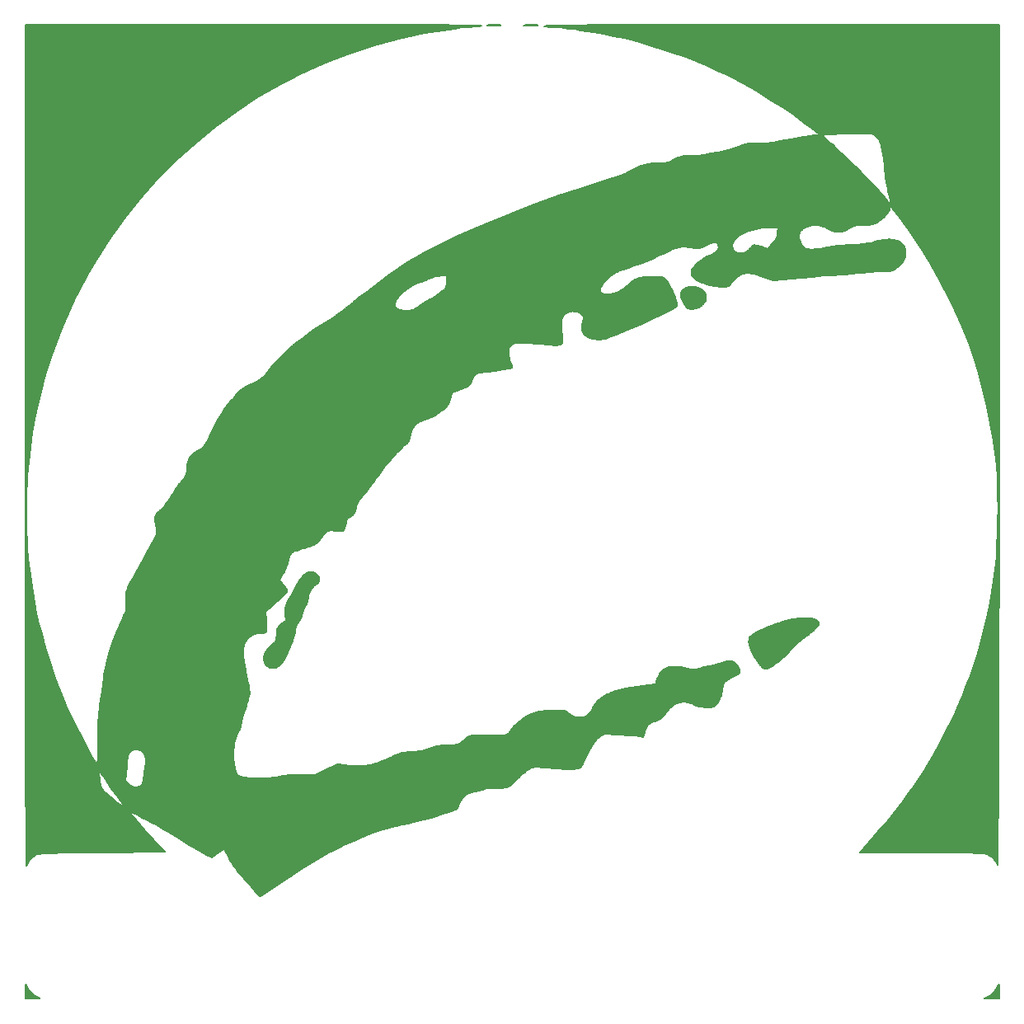
<source format=gbr>
%TF.GenerationSoftware,KiCad,Pcbnew,(6.0.9)*%
%TF.CreationDate,2023-02-14T14:54:29-08:00*%
%TF.ProjectId,DC31_Cnet_Badge_Front,44433331-5f43-46e6-9574-5f4261646765,rev?*%
%TF.SameCoordinates,Original*%
%TF.FileFunction,Soldermask,Top*%
%TF.FilePolarity,Negative*%
%FSLAX46Y46*%
G04 Gerber Fmt 4.6, Leading zero omitted, Abs format (unit mm)*
G04 Created by KiCad (PCBNEW (6.0.9)) date 2023-02-14 14:54:29*
%MOMM*%
%LPD*%
G01*
G04 APERTURE LIST*
%ADD10C,0.200000*%
G04 APERTURE END LIST*
D10*
G36*
X50055330Y-148512404D02*
G01*
X50060111Y-148516319D01*
X50070777Y-148532286D01*
X50083019Y-148558677D01*
X50096967Y-148594981D01*
X50130492Y-148695282D01*
X50145032Y-148737238D01*
X50162092Y-148779945D01*
X50203332Y-148867173D01*
X50253341Y-148956096D01*
X50311247Y-149045839D01*
X50376177Y-149135533D01*
X50447261Y-149224304D01*
X50523626Y-149311282D01*
X50604400Y-149395594D01*
X50688712Y-149476368D01*
X50775690Y-149552733D01*
X50864462Y-149623818D01*
X50954156Y-149688749D01*
X51043900Y-149746655D01*
X51132823Y-149796665D01*
X51220053Y-149837906D01*
X51262760Y-149854966D01*
X51304717Y-149869507D01*
X51359312Y-149887250D01*
X51405018Y-149903031D01*
X51441322Y-149916979D01*
X51455789Y-149923305D01*
X51467713Y-149929221D01*
X51477032Y-149934743D01*
X51483680Y-149939886D01*
X51487595Y-149944667D01*
X51488507Y-149946927D01*
X51488711Y-149949102D01*
X51488200Y-149951195D01*
X51486966Y-149953207D01*
X51482294Y-149956998D01*
X51474633Y-149960491D01*
X51463918Y-149963701D01*
X51450086Y-149966646D01*
X51433072Y-149969340D01*
X51389243Y-149974044D01*
X51331921Y-149977939D01*
X51260594Y-149981155D01*
X51174749Y-149983820D01*
X51073877Y-149986063D01*
X50825000Y-149989792D01*
X50000000Y-149999992D01*
X50010209Y-149174995D01*
X50013937Y-148926120D01*
X50018844Y-148739404D01*
X50025955Y-148610755D01*
X50030658Y-148566927D01*
X50036297Y-148536080D01*
X50043000Y-148517705D01*
X50046790Y-148513033D01*
X50050895Y-148511288D01*
X50055330Y-148512404D01*
G37*
X50055330Y-148512404D02*
X50060111Y-148516319D01*
X50070777Y-148532286D01*
X50083019Y-148558677D01*
X50096967Y-148594981D01*
X50130492Y-148695282D01*
X50145032Y-148737238D01*
X50162092Y-148779945D01*
X50203332Y-148867173D01*
X50253341Y-148956096D01*
X50311247Y-149045839D01*
X50376177Y-149135533D01*
X50447261Y-149224304D01*
X50523626Y-149311282D01*
X50604400Y-149395594D01*
X50688712Y-149476368D01*
X50775690Y-149552733D01*
X50864462Y-149623818D01*
X50954156Y-149688749D01*
X51043900Y-149746655D01*
X51132823Y-149796665D01*
X51220053Y-149837906D01*
X51262760Y-149854966D01*
X51304717Y-149869507D01*
X51359312Y-149887250D01*
X51405018Y-149903031D01*
X51441322Y-149916979D01*
X51455789Y-149923305D01*
X51467713Y-149929221D01*
X51477032Y-149934743D01*
X51483680Y-149939886D01*
X51487595Y-149944667D01*
X51488507Y-149946927D01*
X51488711Y-149949102D01*
X51488200Y-149951195D01*
X51486966Y-149953207D01*
X51482294Y-149956998D01*
X51474633Y-149960491D01*
X51463918Y-149963701D01*
X51450086Y-149966646D01*
X51433072Y-149969340D01*
X51389243Y-149974044D01*
X51331921Y-149977939D01*
X51260594Y-149981155D01*
X51174749Y-149983820D01*
X51073877Y-149986063D01*
X50825000Y-149989792D01*
X50000000Y-149999992D01*
X50010209Y-149174995D01*
X50013937Y-148926120D01*
X50018844Y-148739404D01*
X50025955Y-148610755D01*
X50030658Y-148566927D01*
X50036297Y-148536080D01*
X50043000Y-148517705D01*
X50046790Y-148513033D01*
X50050895Y-148511288D01*
X50055330Y-148512404D01*
G36*
X149951195Y-148511796D02*
G01*
X149953207Y-148513030D01*
X149956998Y-148517702D01*
X149960491Y-148525363D01*
X149963701Y-148536077D01*
X149966646Y-148549910D01*
X149969340Y-148566924D01*
X149974044Y-148610753D01*
X149977939Y-148668076D01*
X149981155Y-148739403D01*
X149983820Y-148825248D01*
X149986063Y-148926120D01*
X149989792Y-149174995D01*
X150000000Y-149999992D01*
X149175003Y-149989784D01*
X148926128Y-149986056D01*
X148739412Y-149981149D01*
X148610763Y-149974038D01*
X148566934Y-149969335D01*
X148536088Y-149963697D01*
X148517712Y-149956994D01*
X148513041Y-149953203D01*
X148511296Y-149949098D01*
X148512412Y-149944663D01*
X148516326Y-149939882D01*
X148532293Y-149929217D01*
X148558685Y-149916974D01*
X148594989Y-149903026D01*
X148695290Y-149869499D01*
X148695282Y-149869507D01*
X148737238Y-149854967D01*
X148779945Y-149837907D01*
X148867173Y-149796667D01*
X148956096Y-149746658D01*
X149045839Y-149688752D01*
X149135533Y-149623821D01*
X149224304Y-149552737D01*
X149311282Y-149476371D01*
X149395594Y-149395597D01*
X149476368Y-149311284D01*
X149552733Y-149224306D01*
X149623818Y-149135534D01*
X149688749Y-149045840D01*
X149746655Y-148956096D01*
X149796665Y-148867174D01*
X149837906Y-148779945D01*
X149854966Y-148737238D01*
X149869507Y-148695282D01*
X149887250Y-148640685D01*
X149903031Y-148594979D01*
X149916979Y-148558674D01*
X149923305Y-148544207D01*
X149929221Y-148532282D01*
X149934743Y-148522964D01*
X149939886Y-148516315D01*
X149944667Y-148512401D01*
X149946927Y-148511489D01*
X149949102Y-148511285D01*
X149951195Y-148511796D01*
G37*
X149951195Y-148511796D02*
X149953207Y-148513030D01*
X149956998Y-148517702D01*
X149960491Y-148525363D01*
X149963701Y-148536077D01*
X149966646Y-148549910D01*
X149969340Y-148566924D01*
X149974044Y-148610753D01*
X149977939Y-148668076D01*
X149981155Y-148739403D01*
X149983820Y-148825248D01*
X149986063Y-148926120D01*
X149989792Y-149174995D01*
X150000000Y-149999992D01*
X149175003Y-149989784D01*
X148926128Y-149986056D01*
X148739412Y-149981149D01*
X148610763Y-149974038D01*
X148566934Y-149969335D01*
X148536088Y-149963697D01*
X148517712Y-149956994D01*
X148513041Y-149953203D01*
X148511296Y-149949098D01*
X148512412Y-149944663D01*
X148516326Y-149939882D01*
X148532293Y-149929217D01*
X148558685Y-149916974D01*
X148594989Y-149903026D01*
X148695290Y-149869499D01*
X148695282Y-149869507D01*
X148737238Y-149854967D01*
X148779945Y-149837907D01*
X148867173Y-149796667D01*
X148956096Y-149746658D01*
X149045839Y-149688752D01*
X149135533Y-149623821D01*
X149224304Y-149552737D01*
X149311282Y-149476371D01*
X149395594Y-149395597D01*
X149476368Y-149311284D01*
X149552733Y-149224306D01*
X149623818Y-149135534D01*
X149688749Y-149045840D01*
X149746655Y-148956096D01*
X149796665Y-148867174D01*
X149837906Y-148779945D01*
X149854966Y-148737238D01*
X149869507Y-148695282D01*
X149887250Y-148640685D01*
X149903031Y-148594979D01*
X149916979Y-148558674D01*
X149923305Y-148544207D01*
X149929221Y-148532282D01*
X149934743Y-148522964D01*
X149939886Y-148516315D01*
X149944667Y-148512401D01*
X149946927Y-148511489D01*
X149949102Y-148511285D01*
X149951195Y-148511796D01*
G36*
X121179650Y-72641606D02*
G01*
X121158928Y-72549988D01*
X121150094Y-72518341D01*
X121139978Y-72488892D01*
X121128503Y-72461648D01*
X121115594Y-72436614D01*
X121101175Y-72413798D01*
X121085171Y-72393205D01*
X121067505Y-72374841D01*
X121048102Y-72358714D01*
X121026887Y-72344830D01*
X121003783Y-72333195D01*
X120978714Y-72323815D01*
X120951606Y-72316697D01*
X120922383Y-72311847D01*
X120890968Y-72309272D01*
X120857285Y-72308977D01*
X120821261Y-72310970D01*
X120782817Y-72315257D01*
X120741879Y-72321844D01*
X120698372Y-72330737D01*
X120652219Y-72341944D01*
X120603344Y-72355469D01*
X120551672Y-72371320D01*
X120497128Y-72389504D01*
X120439635Y-72410025D01*
X120379117Y-72432892D01*
X120315500Y-72458110D01*
X120248707Y-72485685D01*
X120178662Y-72515624D01*
X120105291Y-72547934D01*
X120028517Y-72582620D01*
X119864456Y-72659149D01*
X119623115Y-72772395D01*
X119521694Y-72818190D01*
X119430984Y-72857186D01*
X119349397Y-72889697D01*
X119275341Y-72916036D01*
X119207226Y-72936519D01*
X119143462Y-72951459D01*
X119082459Y-72961171D01*
X119022627Y-72965968D01*
X118962375Y-72966166D01*
X118900113Y-72962078D01*
X118834251Y-72954018D01*
X118763198Y-72942301D01*
X118599159Y-72909151D01*
X118394448Y-72867223D01*
X118204804Y-72833238D01*
X118027413Y-72807739D01*
X117859460Y-72791267D01*
X117698130Y-72784364D01*
X117540610Y-72787572D01*
X117384084Y-72801433D01*
X117225738Y-72826488D01*
X117062756Y-72863278D01*
X116892325Y-72912347D01*
X116711630Y-72974235D01*
X116517856Y-73049484D01*
X116308189Y-73138637D01*
X116079813Y-73242233D01*
X115829915Y-73360817D01*
X115555679Y-73494928D01*
X115226388Y-73652212D01*
X114855296Y-73819729D01*
X114452433Y-73993406D01*
X114027830Y-74169171D01*
X113591517Y-74342952D01*
X113153524Y-74510677D01*
X112723881Y-74668272D01*
X112312618Y-74811667D01*
X111729780Y-75010251D01*
X111275491Y-75170275D01*
X110925638Y-75303283D01*
X110782337Y-75363264D01*
X110656102Y-75420819D01*
X110543918Y-75477393D01*
X110442769Y-75534427D01*
X110349642Y-75593365D01*
X110261522Y-75655650D01*
X110175395Y-75722726D01*
X110088246Y-75796034D01*
X109898823Y-75967121D01*
X109803300Y-76057926D01*
X109711365Y-76150015D01*
X109623375Y-76242869D01*
X109539683Y-76335968D01*
X109460645Y-76428791D01*
X109386617Y-76520818D01*
X109317953Y-76611531D01*
X109255010Y-76700408D01*
X109198141Y-76786930D01*
X109147702Y-76870577D01*
X109104048Y-76950828D01*
X109067535Y-77027165D01*
X109038518Y-77099066D01*
X109017352Y-77166012D01*
X109004391Y-77227483D01*
X108999992Y-77282959D01*
X109000954Y-77305347D01*
X109003814Y-77327335D01*
X109008533Y-77348903D01*
X109015074Y-77370031D01*
X109023398Y-77390698D01*
X109033466Y-77410884D01*
X109045241Y-77430569D01*
X109058684Y-77449731D01*
X109073757Y-77468351D01*
X109090421Y-77486408D01*
X109108639Y-77503881D01*
X109128371Y-77520751D01*
X109149580Y-77536997D01*
X109172227Y-77552598D01*
X109196274Y-77567534D01*
X109221683Y-77581785D01*
X109248414Y-77595330D01*
X109276431Y-77608148D01*
X109305695Y-77620220D01*
X109336167Y-77631525D01*
X109367809Y-77642042D01*
X109400582Y-77651751D01*
X109434449Y-77660632D01*
X109469371Y-77668664D01*
X109505310Y-77675827D01*
X109542228Y-77682100D01*
X109580085Y-77687463D01*
X109618845Y-77691895D01*
X109658468Y-77695377D01*
X109698916Y-77697887D01*
X109740151Y-77699405D01*
X109782135Y-77699911D01*
X109902967Y-77694789D01*
X110029347Y-77679697D01*
X110160550Y-77654991D01*
X110295853Y-77621027D01*
X110434533Y-77578162D01*
X110575867Y-77526750D01*
X110719130Y-77467147D01*
X110863600Y-77399710D01*
X111008554Y-77324794D01*
X111153267Y-77242755D01*
X111297016Y-77153949D01*
X111439079Y-77058732D01*
X111578731Y-76957459D01*
X111715249Y-76850487D01*
X111847910Y-76738171D01*
X111975990Y-76620867D01*
X112092840Y-76513440D01*
X112208156Y-76416001D01*
X112323354Y-76328115D01*
X112439851Y-76249343D01*
X112559060Y-76179249D01*
X112620125Y-76147319D01*
X112682399Y-76117396D01*
X112746059Y-76089423D01*
X112811283Y-76063347D01*
X112878246Y-76039113D01*
X112947126Y-76016666D01*
X113091346Y-75976915D01*
X113245357Y-75943657D01*
X113410575Y-75916457D01*
X113588415Y-75894876D01*
X113780294Y-75878478D01*
X113987627Y-75866827D01*
X114211828Y-75859484D01*
X114454315Y-75856014D01*
X114667373Y-75855901D01*
X114857496Y-75859597D01*
X115026924Y-75868655D01*
X115177898Y-75884631D01*
X115247166Y-75895698D01*
X115312660Y-75909077D01*
X115374661Y-75924962D01*
X115433449Y-75943547D01*
X115489305Y-75965026D01*
X115542508Y-75989595D01*
X115593339Y-76017446D01*
X115642077Y-76048774D01*
X115689002Y-76083774D01*
X115734396Y-76122639D01*
X115778537Y-76165563D01*
X115821706Y-76212742D01*
X115864184Y-76264369D01*
X115906250Y-76320638D01*
X115990266Y-76447880D01*
X116075997Y-76596023D01*
X116165683Y-76766619D01*
X116261564Y-76961222D01*
X116365883Y-77181387D01*
X116458031Y-77383432D01*
X116546062Y-77586371D01*
X116627902Y-77784728D01*
X116701475Y-77973028D01*
X116764708Y-78145797D01*
X116815526Y-78297561D01*
X116851855Y-78422843D01*
X116863938Y-78473844D01*
X116871620Y-78516171D01*
X116879932Y-78577306D01*
X116886093Y-78632031D01*
X116889640Y-78681121D01*
X116890288Y-78703794D01*
X116890109Y-78725349D01*
X116889045Y-78745881D01*
X116887037Y-78765489D01*
X116884029Y-78784268D01*
X116879961Y-78802316D01*
X116874776Y-78819729D01*
X116868416Y-78836605D01*
X116860824Y-78853039D01*
X116851940Y-78869128D01*
X116841708Y-78884970D01*
X116830069Y-78900661D01*
X116816965Y-78916298D01*
X116802339Y-78931977D01*
X116786132Y-78947796D01*
X116768286Y-78963851D01*
X116748744Y-78980239D01*
X116727448Y-78997057D01*
X116679361Y-79032369D01*
X116623561Y-79070561D01*
X116559585Y-79112408D01*
X116486969Y-79158684D01*
X116345873Y-79244456D01*
X116180287Y-79338888D01*
X115778349Y-79552474D01*
X115286570Y-79796929D01*
X114710365Y-80069740D01*
X114055151Y-80368394D01*
X113326342Y-80690378D01*
X112529354Y-81033178D01*
X111669601Y-81394281D01*
X111024912Y-81660333D01*
X110505801Y-81869547D01*
X110092141Y-82028508D01*
X109763804Y-82143801D01*
X109500660Y-82222010D01*
X109387246Y-82249266D01*
X109282582Y-82269721D01*
X109184153Y-82284197D01*
X109089442Y-82293519D01*
X108901112Y-82299988D01*
X108774578Y-82298567D01*
X108655459Y-82294191D01*
X108543237Y-82286688D01*
X108437393Y-82275883D01*
X108337409Y-82261607D01*
X108242768Y-82243686D01*
X108152952Y-82221948D01*
X108067442Y-82196220D01*
X107985720Y-82166331D01*
X107907269Y-82132108D01*
X107831570Y-82093379D01*
X107758106Y-82049972D01*
X107686358Y-82001714D01*
X107615809Y-81948433D01*
X107545941Y-81889957D01*
X107476234Y-81826113D01*
X107442667Y-81792910D01*
X107410772Y-81758956D01*
X107380555Y-81724272D01*
X107352018Y-81688879D01*
X107325166Y-81652801D01*
X107300002Y-81616058D01*
X107276529Y-81578672D01*
X107254753Y-81540666D01*
X107234675Y-81502061D01*
X107216301Y-81462878D01*
X107199633Y-81423140D01*
X107184675Y-81382869D01*
X107171432Y-81342086D01*
X107159907Y-81300813D01*
X107150103Y-81259072D01*
X107142024Y-81216885D01*
X107135674Y-81174274D01*
X107131057Y-81131260D01*
X107128177Y-81087865D01*
X107127036Y-81044111D01*
X107127640Y-81000020D01*
X107129990Y-80955614D01*
X107134093Y-80910915D01*
X107139950Y-80865943D01*
X107147566Y-80820722D01*
X107156944Y-80775273D01*
X107168088Y-80729618D01*
X107181002Y-80683778D01*
X107212155Y-80591633D01*
X107250431Y-80499012D01*
X107286838Y-80414831D01*
X107316943Y-80337095D01*
X107340570Y-80265223D01*
X107349899Y-80231305D01*
X107357543Y-80198637D01*
X107363480Y-80167144D01*
X107367688Y-80136756D01*
X107370144Y-80107399D01*
X107370828Y-80079001D01*
X107369716Y-80051490D01*
X107366787Y-80024794D01*
X107362020Y-79998839D01*
X107355391Y-79973553D01*
X107346880Y-79948865D01*
X107336464Y-79924702D01*
X107324121Y-79900990D01*
X107309830Y-79877658D01*
X107293568Y-79854634D01*
X107275313Y-79831844D01*
X107255044Y-79809217D01*
X107232739Y-79786680D01*
X107208375Y-79764161D01*
X107181931Y-79741587D01*
X107122714Y-79695984D01*
X107054913Y-79649294D01*
X106978352Y-79600935D01*
X106897796Y-79556148D01*
X106813146Y-79517277D01*
X106724995Y-79484326D01*
X106633937Y-79457295D01*
X106540564Y-79436188D01*
X106445471Y-79421007D01*
X106349250Y-79411753D01*
X106252495Y-79408430D01*
X106155799Y-79411038D01*
X106059756Y-79419582D01*
X105964960Y-79434062D01*
X105872003Y-79454481D01*
X105781478Y-79480841D01*
X105693981Y-79513144D01*
X105610103Y-79551394D01*
X105530438Y-79595591D01*
X105486917Y-79623312D01*
X105445539Y-79652156D01*
X105406279Y-79682222D01*
X105369115Y-79713608D01*
X105334025Y-79746413D01*
X105300985Y-79780737D01*
X105269974Y-79816679D01*
X105240968Y-79854337D01*
X105213945Y-79893811D01*
X105188882Y-79935199D01*
X105165756Y-79978601D01*
X105144545Y-80024115D01*
X105125227Y-80071842D01*
X105107777Y-80121879D01*
X105092175Y-80174325D01*
X105078397Y-80229281D01*
X105066420Y-80286844D01*
X105056222Y-80347114D01*
X105047780Y-80410189D01*
X105041072Y-80476170D01*
X105036075Y-80545154D01*
X105032765Y-80617241D01*
X105031122Y-80692530D01*
X105031121Y-80771120D01*
X105035957Y-80938598D01*
X105047092Y-81120468D01*
X105064346Y-81317522D01*
X105087536Y-81530552D01*
X105108871Y-81725273D01*
X105126369Y-81913204D01*
X105139817Y-82089783D01*
X105149006Y-82250448D01*
X105153723Y-82390638D01*
X105153759Y-82505790D01*
X105148901Y-82591343D01*
X105144571Y-82621594D01*
X105138939Y-82642734D01*
X105129959Y-82663502D01*
X105119302Y-82683335D01*
X105106949Y-82702236D01*
X105092877Y-82720210D01*
X105077066Y-82737260D01*
X105059495Y-82753390D01*
X105040143Y-82768604D01*
X105018989Y-82782905D01*
X104996013Y-82796298D01*
X104971193Y-82808786D01*
X104944508Y-82820372D01*
X104915938Y-82831061D01*
X104885462Y-82840856D01*
X104853058Y-82849762D01*
X104818706Y-82857781D01*
X104782385Y-82864917D01*
X104744074Y-82871175D01*
X104703753Y-82876558D01*
X104661399Y-82881070D01*
X104616992Y-82884714D01*
X104570512Y-82887495D01*
X104521938Y-82889416D01*
X104418421Y-82890692D01*
X104306275Y-82888574D01*
X104185333Y-82883092D01*
X104055427Y-82874274D01*
X103916390Y-82862152D01*
X102700397Y-82759062D01*
X101557662Y-82684580D01*
X101072989Y-82661289D01*
X100677698Y-82649016D01*
X100395477Y-82649051D01*
X100304170Y-82654086D01*
X100250015Y-82662682D01*
X100228472Y-82669893D01*
X100205243Y-82678999D01*
X100180545Y-82689863D01*
X100154597Y-82702347D01*
X100127616Y-82716316D01*
X100099821Y-82731634D01*
X100071428Y-82748163D01*
X100042657Y-82765767D01*
X100013725Y-82784309D01*
X99984849Y-82803654D01*
X99956249Y-82823665D01*
X99928141Y-82844204D01*
X99900743Y-82865137D01*
X99874274Y-82886325D01*
X99848952Y-82907633D01*
X99824993Y-82928925D01*
X99798216Y-82955643D01*
X99773113Y-82985168D01*
X99749687Y-83017384D01*
X99727939Y-83052173D01*
X99707870Y-83089416D01*
X99689481Y-83128998D01*
X99672775Y-83170799D01*
X99657751Y-83214704D01*
X99644412Y-83260593D01*
X99632759Y-83308350D01*
X99614517Y-83408998D01*
X99603035Y-83515707D01*
X99598323Y-83627537D01*
X99600394Y-83743549D01*
X99609258Y-83862801D01*
X99624925Y-83984355D01*
X99647408Y-84107271D01*
X99676716Y-84230608D01*
X99712860Y-84353427D01*
X99755852Y-84474788D01*
X99805702Y-84593750D01*
X99845194Y-84685359D01*
X99880203Y-84775598D01*
X99910095Y-84862149D01*
X99934235Y-84942697D01*
X99943949Y-84979996D01*
X99951987Y-85014925D01*
X99958270Y-85047195D01*
X99962718Y-85076516D01*
X99965251Y-85102599D01*
X99965791Y-85125154D01*
X99964257Y-85143892D01*
X99960571Y-85158524D01*
X99953744Y-85170859D01*
X99942692Y-85183241D01*
X99927386Y-85195674D01*
X99907798Y-85208164D01*
X99883896Y-85220716D01*
X99855652Y-85233335D01*
X99786018Y-85258798D01*
X99698659Y-85284596D01*
X99593336Y-85310770D01*
X99469814Y-85337365D01*
X99327855Y-85364422D01*
X99167222Y-85391985D01*
X98987678Y-85420095D01*
X98788986Y-85448798D01*
X98570908Y-85478133D01*
X98333208Y-85508146D01*
X98075649Y-85538878D01*
X97500004Y-85602673D01*
X97284573Y-85627970D01*
X97074881Y-85657194D01*
X96876141Y-85689302D01*
X96693564Y-85723254D01*
X96532362Y-85758007D01*
X96397750Y-85792520D01*
X96294939Y-85825752D01*
X96257088Y-85841561D01*
X96229141Y-85856659D01*
X96217665Y-85864484D01*
X96206025Y-85873238D01*
X96182347Y-85893391D01*
X96158281Y-85916843D01*
X96134002Y-85943317D01*
X96109682Y-85972535D01*
X96085497Y-86004222D01*
X96061621Y-86038102D01*
X96038229Y-86073896D01*
X96015493Y-86111330D01*
X95993589Y-86150127D01*
X95972690Y-86190009D01*
X95952972Y-86230701D01*
X95934608Y-86271925D01*
X95917772Y-86313406D01*
X95902638Y-86354867D01*
X95889381Y-86396030D01*
X95856889Y-86495804D01*
X95820931Y-86588543D01*
X95801419Y-86632461D01*
X95780762Y-86674844D01*
X95758866Y-86715767D01*
X95735638Y-86755305D01*
X95710986Y-86793532D01*
X95684817Y-86830524D01*
X95657037Y-86866355D01*
X95627554Y-86901099D01*
X95596274Y-86934832D01*
X95563104Y-86967628D01*
X95527952Y-86999563D01*
X95490725Y-87030710D01*
X95451329Y-87061144D01*
X95409671Y-87090941D01*
X95365659Y-87120174D01*
X95319200Y-87148920D01*
X95270200Y-87177251D01*
X95218567Y-87205244D01*
X95107028Y-87260512D01*
X94983840Y-87315322D01*
X94848258Y-87370271D01*
X94699539Y-87425957D01*
X94536938Y-87482979D01*
X93753742Y-87750004D01*
X93683395Y-88167362D01*
X93666201Y-88257124D01*
X93644240Y-88352311D01*
X93618417Y-88450023D01*
X93589634Y-88547357D01*
X93558797Y-88641412D01*
X93526810Y-88729285D01*
X93494575Y-88808074D01*
X93478648Y-88843156D01*
X93462997Y-88874878D01*
X93429379Y-88935920D01*
X93391527Y-88997299D01*
X93349546Y-89058945D01*
X93303539Y-89120789D01*
X93253609Y-89182762D01*
X93199861Y-89244794D01*
X93081322Y-89368762D01*
X92948752Y-89492137D01*
X92802979Y-89614368D01*
X92644832Y-89734901D01*
X92475141Y-89853181D01*
X92294733Y-89968657D01*
X92104438Y-90080773D01*
X91905085Y-90188978D01*
X91697502Y-90292717D01*
X91482519Y-90391437D01*
X91260965Y-90484584D01*
X91033667Y-90571605D01*
X90801457Y-90651947D01*
X90662081Y-90700212D01*
X90534157Y-90750291D01*
X90416980Y-90802999D01*
X90309842Y-90859153D01*
X90259817Y-90888779D01*
X90212037Y-90919572D01*
X90166414Y-90951635D01*
X90122860Y-90985071D01*
X90081286Y-91019981D01*
X90041603Y-91056467D01*
X90003725Y-91094631D01*
X89967562Y-91134577D01*
X89933026Y-91176405D01*
X89900028Y-91220218D01*
X89868482Y-91266118D01*
X89838298Y-91314207D01*
X89809387Y-91364587D01*
X89781663Y-91417360D01*
X89729417Y-91530495D01*
X89680856Y-91654428D01*
X89635271Y-91789976D01*
X89591958Y-91937957D01*
X89550209Y-92099186D01*
X89499609Y-92295190D01*
X89474892Y-92382473D01*
X89450343Y-92463081D01*
X89425796Y-92537366D01*
X89401085Y-92605680D01*
X89376044Y-92668377D01*
X89350507Y-92725809D01*
X89324308Y-92778328D01*
X89297281Y-92826288D01*
X89269260Y-92870040D01*
X89240080Y-92909938D01*
X89209574Y-92946334D01*
X89177577Y-92979580D01*
X89143922Y-93010030D01*
X89108444Y-93038036D01*
X88979543Y-93139259D01*
X88835574Y-93263305D01*
X88678292Y-93408199D01*
X88509451Y-93571964D01*
X88330808Y-93752625D01*
X88144116Y-93948206D01*
X87951131Y-94156730D01*
X87753607Y-94376221D01*
X87351964Y-94840201D01*
X86953227Y-95324337D01*
X86759334Y-95569023D01*
X86571433Y-95812820D01*
X86391278Y-96053751D01*
X86220623Y-96289841D01*
X86014287Y-96577400D01*
X85797664Y-96873373D01*
X85359424Y-97456724D01*
X84957634Y-97972223D01*
X84786575Y-98183381D01*
X84644028Y-98352200D01*
X84478364Y-98546222D01*
X84406688Y-98633574D01*
X84341966Y-98715304D01*
X84283832Y-98792027D01*
X84231923Y-98864356D01*
X84185877Y-98932905D01*
X84145328Y-98998287D01*
X84109914Y-99061117D01*
X84079271Y-99122008D01*
X84053036Y-99181574D01*
X84030844Y-99240429D01*
X84012333Y-99299186D01*
X83997138Y-99358460D01*
X83984895Y-99418863D01*
X83975243Y-99481010D01*
X83959699Y-99580095D01*
X83940215Y-99675237D01*
X83916860Y-99766329D01*
X83889701Y-99853264D01*
X83858810Y-99935937D01*
X83824255Y-100014241D01*
X83786104Y-100088068D01*
X83744428Y-100157312D01*
X83699296Y-100221867D01*
X83650776Y-100281626D01*
X83598938Y-100336482D01*
X83543851Y-100386328D01*
X83485584Y-100431059D01*
X83424206Y-100470567D01*
X83359788Y-100504746D01*
X83292397Y-100533489D01*
X83249438Y-100550568D01*
X83210530Y-100568062D01*
X83192512Y-100577099D01*
X83175406Y-100586401D01*
X83159180Y-100596020D01*
X83143801Y-100606009D01*
X83129234Y-100616423D01*
X83115448Y-100627315D01*
X83102407Y-100638738D01*
X83090081Y-100650745D01*
X83078434Y-100663390D01*
X83067435Y-100676726D01*
X83057049Y-100690807D01*
X83047244Y-100705685D01*
X83037985Y-100721415D01*
X83029241Y-100738049D01*
X83020978Y-100755641D01*
X83013162Y-100774245D01*
X83005760Y-100793913D01*
X82998740Y-100814699D01*
X82992067Y-100836656D01*
X82985709Y-100859838D01*
X82973804Y-100910091D01*
X82962758Y-100965882D01*
X82952305Y-101027640D01*
X82942181Y-101095791D01*
X82926323Y-101191847D01*
X82905666Y-101290765D01*
X82881082Y-101389715D01*
X82853442Y-101485866D01*
X82823617Y-101576387D01*
X82792479Y-101658449D01*
X82776690Y-101695422D01*
X82760899Y-101729220D01*
X82745215Y-101759487D01*
X82729748Y-101785870D01*
X82704156Y-101825555D01*
X82691891Y-101843552D01*
X82679792Y-101860353D01*
X82667717Y-101875984D01*
X82655525Y-101890473D01*
X82643074Y-101903844D01*
X82630222Y-101916125D01*
X82616828Y-101927341D01*
X82602750Y-101937518D01*
X82587848Y-101946683D01*
X82571978Y-101954862D01*
X82555001Y-101962081D01*
X82536773Y-101968367D01*
X82517154Y-101973744D01*
X82496003Y-101978241D01*
X82473177Y-101981882D01*
X82448535Y-101984694D01*
X82421935Y-101986703D01*
X82393237Y-101987936D01*
X82362298Y-101988418D01*
X82328977Y-101988176D01*
X82293132Y-101987236D01*
X82254622Y-101985624D01*
X82169040Y-101980489D01*
X82071099Y-101972981D01*
X81959667Y-101963309D01*
X81833610Y-101951683D01*
X81683877Y-101938367D01*
X81550337Y-101928696D01*
X81431216Y-101923550D01*
X81324743Y-101923807D01*
X81275694Y-101926237D01*
X81229143Y-101930347D01*
X81184867Y-101936248D01*
X81142644Y-101944049D01*
X81102254Y-101953860D01*
X81063473Y-101965791D01*
X81026082Y-101979953D01*
X80989857Y-101996454D01*
X80954578Y-102015405D01*
X80920023Y-102036915D01*
X80885969Y-102061095D01*
X80852197Y-102088055D01*
X80818483Y-102117903D01*
X80784607Y-102150751D01*
X80715479Y-102225884D01*
X80643042Y-102314332D01*
X80565520Y-102416974D01*
X80481143Y-102534690D01*
X80388136Y-102668358D01*
X80311616Y-102775952D01*
X80236056Y-102874702D01*
X80160076Y-102965430D01*
X80121497Y-103008042D01*
X80082296Y-103048957D01*
X80042300Y-103088277D01*
X80001336Y-103126105D01*
X79959233Y-103162543D01*
X79915817Y-103197695D01*
X79870916Y-103231662D01*
X79824358Y-103264548D01*
X79775970Y-103296456D01*
X79725579Y-103327487D01*
X79673014Y-103357745D01*
X79618101Y-103387332D01*
X79560668Y-103416352D01*
X79500543Y-103444906D01*
X79371526Y-103501029D01*
X79229670Y-103556523D01*
X79073594Y-103612210D01*
X78901918Y-103668910D01*
X78713264Y-103727446D01*
X78506250Y-103788639D01*
X78296688Y-103851683D01*
X78093942Y-103917052D01*
X77902969Y-103982846D01*
X77728724Y-104047165D01*
X77576161Y-104108110D01*
X77450237Y-104163783D01*
X77355906Y-104212282D01*
X77322137Y-104233248D01*
X77298124Y-104251709D01*
X77279068Y-104270788D01*
X77259841Y-104293567D01*
X77240573Y-104319749D01*
X77221394Y-104349035D01*
X77202432Y-104381126D01*
X77183818Y-104415724D01*
X77165681Y-104452530D01*
X77148151Y-104491245D01*
X77131358Y-104531572D01*
X77115431Y-104573212D01*
X77100500Y-104615866D01*
X77086694Y-104659236D01*
X77074143Y-104703024D01*
X77062977Y-104746930D01*
X77053325Y-104790656D01*
X77045317Y-104833904D01*
X77026096Y-104940018D01*
X77003789Y-105046048D01*
X76978423Y-105151921D01*
X76950030Y-105257563D01*
X76918639Y-105362897D01*
X76884280Y-105467851D01*
X76846983Y-105572349D01*
X76806779Y-105676317D01*
X76763697Y-105779679D01*
X76717767Y-105882362D01*
X76669019Y-105984291D01*
X76617484Y-106085391D01*
X76563190Y-106185588D01*
X76506169Y-106284807D01*
X76446449Y-106382972D01*
X76384062Y-106480011D01*
X76327002Y-106567857D01*
X76273770Y-106652644D01*
X76225532Y-106732312D01*
X76183451Y-106804804D01*
X76148693Y-106868061D01*
X76122424Y-106920025D01*
X76112836Y-106941129D01*
X76105808Y-106958638D01*
X76101484Y-106972295D01*
X76100010Y-106981842D01*
X76100533Y-106986157D01*
X76102085Y-106991670D01*
X76108174Y-107006149D01*
X76118072Y-107024995D01*
X76131573Y-107047924D01*
X76148472Y-107074649D01*
X76168565Y-107104886D01*
X76191646Y-107138350D01*
X76217510Y-107174757D01*
X76276768Y-107255255D01*
X76344697Y-107344101D01*
X76419658Y-107439014D01*
X76500010Y-107537716D01*
X76580361Y-107637063D01*
X76655323Y-107733825D01*
X76723252Y-107825591D01*
X76782510Y-107909953D01*
X76831455Y-107984502D01*
X76868447Y-108046827D01*
X76881948Y-108072653D01*
X76891845Y-108094520D01*
X76897934Y-108112127D01*
X76900009Y-108125172D01*
X76898477Y-108136475D01*
X76893878Y-108150198D01*
X76886206Y-108166347D01*
X76875456Y-108184927D01*
X76844695Y-108229403D01*
X76801550Y-108283672D01*
X76745975Y-108347780D01*
X76677925Y-108421772D01*
X76597353Y-108505694D01*
X76504213Y-108599592D01*
X76398461Y-108703511D01*
X76280049Y-108817497D01*
X76148931Y-108941596D01*
X76005063Y-109075853D01*
X75678890Y-109375023D01*
X75301163Y-109715374D01*
X74669136Y-110280746D01*
X74735989Y-111231808D01*
X74753912Y-111506933D01*
X74764478Y-111728701D01*
X74767037Y-111904432D01*
X74765112Y-111977321D01*
X74760942Y-112041444D01*
X74754446Y-112097718D01*
X74745544Y-112147056D01*
X74734154Y-112190373D01*
X74720195Y-112228585D01*
X74703587Y-112262606D01*
X74684247Y-112293350D01*
X74662095Y-112321734D01*
X74637051Y-112348671D01*
X74617771Y-112366695D01*
X74597358Y-112383394D01*
X74575922Y-112398737D01*
X74553573Y-112412691D01*
X74530423Y-112425224D01*
X74506581Y-112436304D01*
X74482160Y-112445898D01*
X74457269Y-112453974D01*
X74432020Y-112460500D01*
X74406523Y-112465443D01*
X74380889Y-112468772D01*
X74355229Y-112470454D01*
X74329653Y-112470457D01*
X74304273Y-112468748D01*
X74279199Y-112465296D01*
X74254541Y-112460068D01*
X74198048Y-112448325D01*
X74139647Y-112440860D01*
X74079537Y-112437545D01*
X74017918Y-112438256D01*
X73954988Y-112442865D01*
X73890947Y-112451246D01*
X73825994Y-112463274D01*
X73760327Y-112478822D01*
X73627650Y-112519974D01*
X73494507Y-112573692D01*
X73362491Y-112638968D01*
X73233195Y-112714791D01*
X73108210Y-112800154D01*
X72989129Y-112894046D01*
X72877544Y-112995458D01*
X72775048Y-113103381D01*
X72683231Y-113216805D01*
X72641826Y-113275265D01*
X72603688Y-113334722D01*
X72569016Y-113395049D01*
X72538009Y-113456121D01*
X72510866Y-113517812D01*
X72487787Y-113579994D01*
X72453764Y-113696219D01*
X72426082Y-113823710D01*
X72404745Y-113962482D01*
X72389752Y-114112551D01*
X72381105Y-114273931D01*
X72378804Y-114446640D01*
X72382852Y-114630691D01*
X72393248Y-114826100D01*
X72409995Y-115032884D01*
X72433092Y-115251056D01*
X72462541Y-115480633D01*
X72498344Y-115721630D01*
X72540500Y-115974062D01*
X72589012Y-116237945D01*
X72643880Y-116513294D01*
X72705105Y-116800125D01*
X72829017Y-117390701D01*
X72930471Y-117926909D01*
X72969504Y-118156169D01*
X72998997Y-118349691D01*
X73017641Y-118500092D01*
X73024128Y-118599991D01*
X73022265Y-118640931D01*
X73016826Y-118691094D01*
X73007993Y-118749779D01*
X72995949Y-118816283D01*
X72962960Y-118969942D01*
X72919321Y-119146459D01*
X72866495Y-119340217D01*
X72805946Y-119545604D01*
X72739134Y-119757004D01*
X72667524Y-119968803D01*
X72593622Y-120186123D01*
X72520239Y-120413339D01*
X72449299Y-120643727D01*
X72382725Y-120870565D01*
X72322442Y-121087131D01*
X72270372Y-121286699D01*
X72228439Y-121462549D01*
X72198566Y-121607956D01*
X72173079Y-121736981D01*
X72143713Y-121865880D01*
X72111509Y-121991222D01*
X72077511Y-122109575D01*
X72042760Y-122217509D01*
X72008300Y-122311594D01*
X71991504Y-122352370D01*
X71975172Y-122388397D01*
X71959434Y-122419246D01*
X71944420Y-122444488D01*
X71883087Y-122544478D01*
X71824348Y-122653009D01*
X71768371Y-122769421D01*
X71715324Y-122893056D01*
X71665375Y-123023253D01*
X71618693Y-123159354D01*
X71575445Y-123300699D01*
X71535802Y-123446629D01*
X71499930Y-123596483D01*
X71467999Y-123749604D01*
X71440176Y-123905332D01*
X71416629Y-124063006D01*
X71397528Y-124221969D01*
X71383041Y-124381560D01*
X71373335Y-124541120D01*
X71368580Y-124699989D01*
X71368390Y-124890261D01*
X71372958Y-125081644D01*
X71382014Y-125272628D01*
X71395286Y-125461700D01*
X71433402Y-125828061D01*
X71457705Y-126002324D01*
X71485144Y-126168628D01*
X71515450Y-126325459D01*
X71548351Y-126471305D01*
X71583578Y-126604654D01*
X71620860Y-126723994D01*
X71659928Y-126827813D01*
X71700510Y-126914599D01*
X71742337Y-126982839D01*
X71785139Y-127031021D01*
X71835830Y-127070630D01*
X71894424Y-127108120D01*
X71960681Y-127143481D01*
X72034363Y-127176705D01*
X72203047Y-127236703D01*
X72398567Y-127288038D01*
X72619012Y-127330636D01*
X72862472Y-127364422D01*
X73127038Y-127389322D01*
X73410801Y-127405261D01*
X73711849Y-127412165D01*
X74028274Y-127409958D01*
X74358165Y-127398566D01*
X74699613Y-127377916D01*
X75050708Y-127347931D01*
X75409540Y-127308537D01*
X75774200Y-127259660D01*
X76142777Y-127201225D01*
X76447344Y-127152452D01*
X76746139Y-127111392D01*
X77041341Y-127077878D01*
X77335130Y-127051745D01*
X77629685Y-127032824D01*
X77927184Y-127020951D01*
X78229808Y-127015957D01*
X78539736Y-127017677D01*
X79750011Y-127036995D01*
X82021805Y-125974251D01*
X82885910Y-126062119D01*
X83242157Y-126095771D01*
X83572302Y-126120860D01*
X83880281Y-126136633D01*
X84170026Y-126142342D01*
X84445473Y-126137237D01*
X84710556Y-126120568D01*
X84969209Y-126091586D01*
X85225366Y-126049540D01*
X85482963Y-125993680D01*
X85745932Y-125923258D01*
X86018209Y-125837523D01*
X86303728Y-125735726D01*
X86606424Y-125617116D01*
X86930229Y-125480945D01*
X87279080Y-125326461D01*
X87656910Y-125152916D01*
X87940514Y-125023115D01*
X88064031Y-124969155D01*
X88178232Y-124921784D01*
X88285273Y-124880472D01*
X88387312Y-124844693D01*
X88486504Y-124813915D01*
X88585005Y-124787612D01*
X88684972Y-124765254D01*
X88788561Y-124746313D01*
X88897928Y-124730259D01*
X89015230Y-124716564D01*
X89142622Y-124704701D01*
X89282262Y-124694139D01*
X89606907Y-124674805D01*
X89897249Y-124656525D01*
X90155024Y-124633686D01*
X90388383Y-124604706D01*
X90498453Y-124587419D01*
X90605476Y-124568004D01*
X90710470Y-124546262D01*
X90814454Y-124521997D01*
X90918448Y-124495010D01*
X91023469Y-124465104D01*
X91240670Y-124395743D01*
X91474209Y-124312332D01*
X91717492Y-124224520D01*
X91827023Y-124187565D01*
X91930287Y-124154925D01*
X92028641Y-124126363D01*
X92123441Y-124101639D01*
X92216042Y-124080515D01*
X92307799Y-124062751D01*
X92400070Y-124048109D01*
X92494209Y-124036351D01*
X92591572Y-124027237D01*
X92693515Y-124020528D01*
X92801395Y-124015987D01*
X92916566Y-124013374D01*
X93174206Y-124012978D01*
X93362544Y-124012442D01*
X93539516Y-124007415D01*
X93705781Y-123997679D01*
X93861997Y-123983014D01*
X94008823Y-123963202D01*
X94146920Y-123938025D01*
X94276945Y-123907263D01*
X94399558Y-123870698D01*
X94515417Y-123828111D01*
X94625183Y-123779283D01*
X94729513Y-123723996D01*
X94829067Y-123662030D01*
X94924504Y-123593167D01*
X95016483Y-123517189D01*
X95105663Y-123433876D01*
X95192703Y-123343010D01*
X95256019Y-123274336D01*
X95285892Y-123243229D01*
X95315128Y-123214194D01*
X95344142Y-123187171D01*
X95373348Y-123162098D01*
X95403161Y-123138913D01*
X95433995Y-123117557D01*
X95466266Y-123097968D01*
X95500386Y-123080085D01*
X95536773Y-123063846D01*
X95575838Y-123049192D01*
X95617998Y-123036060D01*
X95663667Y-123024390D01*
X95713259Y-123014121D01*
X95767190Y-123005192D01*
X95825872Y-122997541D01*
X95889722Y-122991108D01*
X95959154Y-122985832D01*
X96034582Y-122981651D01*
X96116421Y-122978505D01*
X96205085Y-122976332D01*
X96300989Y-122975072D01*
X96404548Y-122974663D01*
X96636288Y-122976156D01*
X96903622Y-122980322D01*
X97558334Y-122994721D01*
X98148979Y-123005254D01*
X98395389Y-123005761D01*
X98612639Y-123002223D01*
X98803313Y-122993987D01*
X98969997Y-122980401D01*
X99115274Y-122960812D01*
X99241730Y-122934565D01*
X99351951Y-122901010D01*
X99448520Y-122859491D01*
X99534024Y-122809357D01*
X99611047Y-122749954D01*
X99682173Y-122680629D01*
X99749989Y-122600729D01*
X99817079Y-122509602D01*
X99886028Y-122406593D01*
X99961879Y-122296257D01*
X100046382Y-122185825D01*
X100139160Y-122075595D01*
X100239839Y-121965862D01*
X100348041Y-121856924D01*
X100463390Y-121749077D01*
X100585511Y-121642619D01*
X100714027Y-121537847D01*
X100848562Y-121435056D01*
X100988739Y-121334544D01*
X101134183Y-121236608D01*
X101284517Y-121141545D01*
X101439365Y-121049650D01*
X101598350Y-120961222D01*
X101761098Y-120876557D01*
X101927231Y-120795952D01*
X102039322Y-120744105D01*
X102142553Y-120698086D01*
X102239330Y-120657466D01*
X102332055Y-120621815D01*
X102423133Y-120590705D01*
X102514968Y-120563707D01*
X102609964Y-120540393D01*
X102710526Y-120520333D01*
X102819057Y-120503099D01*
X102937962Y-120488262D01*
X103069644Y-120475393D01*
X103216508Y-120464063D01*
X103380958Y-120453843D01*
X103565398Y-120444306D01*
X104003864Y-120425560D01*
X104466197Y-120407816D01*
X104817477Y-120397619D01*
X105077093Y-120397252D01*
X105178588Y-120401468D01*
X105264437Y-120408998D01*
X105337066Y-120420126D01*
X105398898Y-120435139D01*
X105452357Y-120454321D01*
X105499866Y-120477959D01*
X105543849Y-120506336D01*
X105586731Y-120539740D01*
X105678883Y-120622765D01*
X105750148Y-120687520D01*
X105819535Y-120747039D01*
X105887396Y-120801478D01*
X105954080Y-120850993D01*
X106019938Y-120895739D01*
X106085320Y-120935874D01*
X106150577Y-120971552D01*
X106216058Y-121002931D01*
X106282114Y-121030166D01*
X106349095Y-121053413D01*
X106417352Y-121072829D01*
X106487235Y-121088569D01*
X106559094Y-121100790D01*
X106633280Y-121109647D01*
X106710142Y-121115298D01*
X106790031Y-121117897D01*
X106929583Y-121116448D01*
X107061501Y-121107995D01*
X107186130Y-121092310D01*
X107303814Y-121069170D01*
X107414897Y-121038348D01*
X107468071Y-121019985D01*
X107519723Y-120999618D01*
X107569897Y-120977217D01*
X107618636Y-120952755D01*
X107665983Y-120926203D01*
X107711980Y-120897533D01*
X107756671Y-120866716D01*
X107800099Y-120833726D01*
X107842306Y-120798533D01*
X107883337Y-120761109D01*
X107962037Y-120679456D01*
X108036545Y-120588542D01*
X108107204Y-120488140D01*
X108174358Y-120378025D01*
X108238351Y-120257972D01*
X108299526Y-120127754D01*
X108348213Y-120026269D01*
X108403933Y-119925928D01*
X108466556Y-119826848D01*
X108535951Y-119729148D01*
X108611991Y-119632948D01*
X108694545Y-119538366D01*
X108783483Y-119445520D01*
X108878677Y-119354530D01*
X108979996Y-119265514D01*
X109087310Y-119178591D01*
X109200491Y-119093880D01*
X109319409Y-119011498D01*
X109443933Y-118931566D01*
X109573935Y-118854201D01*
X109709285Y-118779523D01*
X109849854Y-118707649D01*
X109981741Y-118643893D01*
X110107523Y-118585915D01*
X110230097Y-118533029D01*
X110352360Y-118484547D01*
X110477211Y-118439783D01*
X110607545Y-118398048D01*
X110746262Y-118358657D01*
X110896258Y-118320922D01*
X111060432Y-118284155D01*
X111241680Y-118247670D01*
X111442901Y-118210780D01*
X111666991Y-118172796D01*
X112195372Y-118090803D01*
X112850002Y-117996193D01*
X113952933Y-117835807D01*
X114298498Y-117778255D01*
X114534552Y-117728859D01*
X114618018Y-117705593D01*
X114681913Y-117682416D01*
X114728838Y-117658675D01*
X114761397Y-117633721D01*
X114782190Y-117606904D01*
X114793821Y-117577573D01*
X114798891Y-117545077D01*
X114800003Y-117508766D01*
X114801331Y-117488833D01*
X114805227Y-117464230D01*
X114811560Y-117435308D01*
X114820198Y-117402417D01*
X114831011Y-117365908D01*
X114843867Y-117326130D01*
X114858635Y-117283435D01*
X114875184Y-117238172D01*
X114913099Y-117141343D01*
X114956561Y-117038445D01*
X115004522Y-116932281D01*
X115055931Y-116825653D01*
X115090329Y-116758981D01*
X115125723Y-116695076D01*
X115162173Y-116633910D01*
X115199733Y-116575457D01*
X115238462Y-116519688D01*
X115278417Y-116466577D01*
X115319656Y-116416097D01*
X115362234Y-116368219D01*
X115406210Y-116322917D01*
X115451640Y-116280164D01*
X115498582Y-116239932D01*
X115547093Y-116202194D01*
X115597230Y-116166922D01*
X115649050Y-116134090D01*
X115702611Y-116103670D01*
X115757970Y-116075635D01*
X115815183Y-116049957D01*
X115874309Y-116026610D01*
X115935403Y-116005565D01*
X115998525Y-115986796D01*
X116063729Y-115970276D01*
X116131075Y-115955976D01*
X116200618Y-115943870D01*
X116272417Y-115933931D01*
X116346528Y-115926131D01*
X116423008Y-115920443D01*
X116501915Y-115916840D01*
X116583306Y-115915294D01*
X116667238Y-115915778D01*
X116753769Y-115918265D01*
X116934853Y-115929138D01*
X117087137Y-115943598D01*
X117245878Y-115963079D01*
X117406410Y-115986726D01*
X117564065Y-116013685D01*
X117714178Y-116043101D01*
X117852081Y-116074119D01*
X117973109Y-116105885D01*
X118072594Y-116137543D01*
X118146010Y-116163323D01*
X118214196Y-116185040D01*
X118247249Y-116194249D01*
X118280102Y-116202290D01*
X118313123Y-116209114D01*
X118346681Y-116214669D01*
X118381145Y-116218904D01*
X118416885Y-116221770D01*
X118454269Y-116223216D01*
X118493665Y-116223191D01*
X118535444Y-116221644D01*
X118579974Y-116218525D01*
X118627624Y-116213783D01*
X118678763Y-116207368D01*
X118733761Y-116199229D01*
X118792985Y-116189315D01*
X118925591Y-116163962D01*
X119079532Y-116130904D01*
X119257762Y-116089736D01*
X119463232Y-116040053D01*
X119698893Y-115981451D01*
X120272598Y-115835869D01*
X121601765Y-115501151D01*
X122063591Y-115388106D01*
X122301483Y-115333260D01*
X122330829Y-115328555D01*
X122360518Y-115325807D01*
X122390517Y-115324993D01*
X122420794Y-115326089D01*
X122451316Y-115329069D01*
X122482050Y-115333910D01*
X122512963Y-115340588D01*
X122544022Y-115349078D01*
X122575195Y-115359355D01*
X122606449Y-115371397D01*
X122637751Y-115385177D01*
X122669068Y-115400673D01*
X122700368Y-115417860D01*
X122731617Y-115436713D01*
X122762783Y-115457209D01*
X122793833Y-115479322D01*
X122855453Y-115528307D01*
X122916216Y-115583473D01*
X122975859Y-115644626D01*
X123034119Y-115711571D01*
X123090734Y-115784116D01*
X123145442Y-115862065D01*
X123197980Y-115945225D01*
X123248085Y-116033402D01*
X123289345Y-116113581D01*
X123306880Y-116151046D01*
X123322228Y-116186929D01*
X123335294Y-116221354D01*
X123345986Y-116254447D01*
X123354210Y-116286333D01*
X123359873Y-116317138D01*
X123362881Y-116346986D01*
X123363142Y-116376003D01*
X123360561Y-116404315D01*
X123355045Y-116432046D01*
X123346501Y-116459322D01*
X123334836Y-116486268D01*
X123319956Y-116513009D01*
X123301768Y-116539671D01*
X123280179Y-116566379D01*
X123255094Y-116593258D01*
X123226422Y-116620433D01*
X123194068Y-116648031D01*
X123157938Y-116676175D01*
X123117941Y-116704991D01*
X123073981Y-116734606D01*
X123025967Y-116765142D01*
X122973804Y-116796728D01*
X122917400Y-116829486D01*
X122791491Y-116899024D01*
X122647495Y-116974759D01*
X122484665Y-117057694D01*
X122346850Y-117129753D01*
X122214711Y-117203909D01*
X122091395Y-117278045D01*
X121980048Y-117350042D01*
X121883819Y-117417781D01*
X121842357Y-117449392D01*
X121805855Y-117479144D01*
X121774705Y-117506772D01*
X121749302Y-117532011D01*
X121730038Y-117554597D01*
X121717308Y-117574265D01*
X121707740Y-117595016D01*
X121697754Y-117620784D01*
X121687433Y-117651198D01*
X121676855Y-117685884D01*
X121655259Y-117766587D01*
X121633613Y-117859917D01*
X121612564Y-117962897D01*
X121592760Y-118072550D01*
X121574849Y-118185901D01*
X121559479Y-118299973D01*
X121538272Y-118445205D01*
X121510567Y-118589408D01*
X121476815Y-118731695D01*
X121437469Y-118871176D01*
X121392981Y-119006964D01*
X121343802Y-119138168D01*
X121290384Y-119263901D01*
X121233180Y-119383275D01*
X121172641Y-119495400D01*
X121109220Y-119599389D01*
X121043368Y-119694352D01*
X120975537Y-119779401D01*
X120906180Y-119853647D01*
X120835747Y-119916203D01*
X120764692Y-119966178D01*
X120693466Y-120002686D01*
X120604724Y-120032838D01*
X120501672Y-120056354D01*
X120386193Y-120073422D01*
X120260173Y-120084230D01*
X120125495Y-120088967D01*
X119984044Y-120087821D01*
X119837706Y-120080982D01*
X119688363Y-120068638D01*
X119537901Y-120050977D01*
X119388205Y-120028188D01*
X119241158Y-120000461D01*
X119098645Y-119967982D01*
X118962551Y-119930942D01*
X118834760Y-119889528D01*
X118717157Y-119843929D01*
X118611626Y-119794334D01*
X118432491Y-119708873D01*
X118254726Y-119639842D01*
X118166420Y-119611473D01*
X118078532Y-119587195D01*
X117991089Y-119567002D01*
X117904115Y-119550887D01*
X117817635Y-119538846D01*
X117731676Y-119530873D01*
X117646263Y-119526961D01*
X117561420Y-119527107D01*
X117477174Y-119531302D01*
X117393550Y-119539543D01*
X117310574Y-119551823D01*
X117228270Y-119568136D01*
X117146664Y-119588478D01*
X117065782Y-119612841D01*
X116985649Y-119641222D01*
X116906291Y-119673613D01*
X116827732Y-119710009D01*
X116749999Y-119750405D01*
X116673117Y-119794794D01*
X116597111Y-119843172D01*
X116522006Y-119895532D01*
X116447829Y-119951869D01*
X116302358Y-120076451D01*
X116160900Y-120216871D01*
X116023659Y-120373085D01*
X115796783Y-120643611D01*
X115695484Y-120759594D01*
X115600789Y-120863911D01*
X115511586Y-120957449D01*
X115426758Y-121041098D01*
X115345190Y-121115748D01*
X115265768Y-121182286D01*
X115187376Y-121241604D01*
X115108900Y-121294588D01*
X115029225Y-121342130D01*
X114947235Y-121385118D01*
X114861815Y-121424441D01*
X114771851Y-121460988D01*
X114676228Y-121495649D01*
X114573830Y-121529312D01*
X114462796Y-121566180D01*
X114361292Y-121604119D01*
X114268691Y-121643839D01*
X114184370Y-121686049D01*
X114145118Y-121708310D01*
X114107703Y-121731458D01*
X114072044Y-121755584D01*
X114038065Y-121780775D01*
X114005687Y-121807120D01*
X113974832Y-121834709D01*
X113945422Y-121863629D01*
X113917379Y-121893969D01*
X113890625Y-121925817D01*
X113865082Y-121959264D01*
X113840671Y-121994396D01*
X113817315Y-122031303D01*
X113794935Y-122070073D01*
X113773453Y-122110795D01*
X113732872Y-122198450D01*
X113694948Y-122294977D01*
X113659054Y-122401083D01*
X113624568Y-122517480D01*
X113590862Y-122644875D01*
X113474159Y-123108345D01*
X113062088Y-123055855D01*
X112625988Y-123007512D01*
X112102132Y-122960507D01*
X110957243Y-122880273D01*
X110419258Y-122851921D01*
X109959611Y-122834664D01*
X109619826Y-122830942D01*
X109507857Y-122834918D01*
X109441425Y-122843193D01*
X109384406Y-122859787D01*
X109326562Y-122881121D01*
X109267945Y-122907129D01*
X109208604Y-122937745D01*
X109148591Y-122972904D01*
X109087956Y-123012540D01*
X109026751Y-123056589D01*
X108965026Y-123104983D01*
X108902831Y-123157658D01*
X108840219Y-123214548D01*
X108713942Y-123340713D01*
X108586601Y-123482952D01*
X108458602Y-123640741D01*
X108330352Y-123813557D01*
X108202257Y-124000875D01*
X108074723Y-124202171D01*
X107948157Y-124416920D01*
X107822965Y-124644599D01*
X107699553Y-124884683D01*
X107578327Y-125136649D01*
X107459694Y-125399971D01*
X107400082Y-125533396D01*
X107339279Y-125663389D01*
X107278984Y-125786709D01*
X107220902Y-125900116D01*
X107166734Y-126000371D01*
X107118182Y-126084235D01*
X107076948Y-126148467D01*
X107059608Y-126172208D01*
X107044735Y-126189827D01*
X107020918Y-126212751D01*
X106993696Y-126234477D01*
X106963020Y-126255008D01*
X106928840Y-126274347D01*
X106891108Y-126292498D01*
X106849774Y-126309462D01*
X106804789Y-126325242D01*
X106756104Y-126339842D01*
X106647439Y-126365510D01*
X106523384Y-126386488D01*
X106383548Y-126402800D01*
X106227537Y-126414467D01*
X106054958Y-126421511D01*
X105865419Y-126423956D01*
X105658527Y-126421823D01*
X105433889Y-126415135D01*
X105191112Y-126403914D01*
X104929803Y-126388182D01*
X104649569Y-126367962D01*
X104350018Y-126343277D01*
X103583114Y-126276919D01*
X103006002Y-126232554D01*
X102776888Y-126219833D01*
X102581144Y-126214066D01*
X102414080Y-126215740D01*
X102271003Y-126225340D01*
X102147221Y-126243351D01*
X102038042Y-126270258D01*
X101938773Y-126306548D01*
X101844722Y-126352706D01*
X101751198Y-126409216D01*
X101653508Y-126476565D01*
X101426861Y-126645721D01*
X101296767Y-126746556D01*
X101154179Y-126862461D01*
X101003735Y-126989339D01*
X100850072Y-127123091D01*
X100697829Y-127259618D01*
X100551645Y-127394824D01*
X100416158Y-127524609D01*
X100296005Y-127644875D01*
X100239500Y-127701814D01*
X100181219Y-127758266D01*
X100121607Y-127813892D01*
X100061109Y-127868350D01*
X100000171Y-127921302D01*
X99939236Y-127972408D01*
X99878750Y-128021329D01*
X99819159Y-128067724D01*
X99760907Y-128111255D01*
X99704439Y-128151581D01*
X99650200Y-128188363D01*
X99598636Y-128221262D01*
X99550191Y-128249937D01*
X99505310Y-128274050D01*
X99464438Y-128293260D01*
X99428021Y-128307228D01*
X99389514Y-128318184D01*
X99342514Y-128328555D01*
X99287672Y-128338298D01*
X99225638Y-128347371D01*
X99082602Y-128363342D01*
X98918619Y-128376133D01*
X98738899Y-128385409D01*
X98548653Y-128390836D01*
X98353094Y-128392078D01*
X98157433Y-128388802D01*
X97948250Y-128384733D01*
X97756675Y-128385090D01*
X97584609Y-128389726D01*
X97433954Y-128398494D01*
X97306612Y-128411245D01*
X97204486Y-128427832D01*
X97163472Y-128437518D01*
X97129476Y-128448107D01*
X97102734Y-128459582D01*
X97083485Y-128471924D01*
X97066538Y-128483787D01*
X97043493Y-128496508D01*
X97014749Y-128509970D01*
X96980707Y-128524057D01*
X96941764Y-128538651D01*
X96898321Y-128553637D01*
X96850777Y-128568897D01*
X96799532Y-128584315D01*
X96687536Y-128615160D01*
X96565529Y-128645236D01*
X96436706Y-128673613D01*
X96370738Y-128686872D01*
X96304264Y-128699356D01*
X96168953Y-128725739D01*
X96031906Y-128755944D01*
X95896896Y-128788911D01*
X95767694Y-128823577D01*
X95648075Y-128858882D01*
X95541810Y-128893766D01*
X95452674Y-128927166D01*
X95415707Y-128942979D01*
X95384438Y-128958023D01*
X95353215Y-128975020D01*
X95321807Y-128993793D01*
X95258588Y-129036472D01*
X95195081Y-129085667D01*
X95131589Y-129140984D01*
X95068412Y-129202030D01*
X95005852Y-129268411D01*
X94944210Y-129339732D01*
X94883788Y-129415601D01*
X94824887Y-129495623D01*
X94767809Y-129579405D01*
X94712854Y-129666554D01*
X94660325Y-129756674D01*
X94610522Y-129849374D01*
X94563748Y-129944258D01*
X94520302Y-130040934D01*
X94480488Y-130139008D01*
X94455979Y-130200704D01*
X94431751Y-130256560D01*
X94407034Y-130307191D01*
X94394251Y-130330739D01*
X94381056Y-130353212D01*
X94367354Y-130374686D01*
X94353048Y-130395238D01*
X94338041Y-130414946D01*
X94322238Y-130433886D01*
X94305541Y-130452135D01*
X94287855Y-130469771D01*
X94269084Y-130486869D01*
X94249130Y-130503508D01*
X94227898Y-130519763D01*
X94205292Y-130535712D01*
X94181214Y-130551432D01*
X94155569Y-130567000D01*
X94128261Y-130582493D01*
X94099192Y-130597987D01*
X94035390Y-130629287D01*
X93963392Y-130661518D01*
X93882428Y-130695294D01*
X93791727Y-130731230D01*
X93690517Y-130769943D01*
X93212200Y-130939193D01*
X92635107Y-131124906D01*
X91987827Y-131319213D01*
X91298945Y-131514241D01*
X90597047Y-131702122D01*
X89910720Y-131874984D01*
X89268550Y-132024958D01*
X88699123Y-132144173D01*
X88138641Y-132257875D01*
X87623702Y-132374943D01*
X87135726Y-132501189D01*
X86656134Y-132642427D01*
X86166347Y-132804468D01*
X85647786Y-132993127D01*
X85081871Y-133214216D01*
X84450024Y-133473549D01*
X83529450Y-133866806D01*
X82697827Y-134243511D01*
X81916013Y-134625209D01*
X81144866Y-135033442D01*
X80345243Y-135489757D01*
X79478003Y-136015696D01*
X78504004Y-136632804D01*
X77384104Y-137362625D01*
X75137973Y-138831510D01*
X74429255Y-139288217D01*
X74138752Y-139467667D01*
X74132409Y-139469100D01*
X74124882Y-139468972D01*
X74116208Y-139467318D01*
X74106425Y-139464175D01*
X74095574Y-139459576D01*
X74083690Y-139453559D01*
X74056985Y-139437408D01*
X74026615Y-139416006D01*
X73992890Y-139389635D01*
X73956117Y-139358578D01*
X73916603Y-139323120D01*
X73874657Y-139283544D01*
X73830585Y-139240132D01*
X73784696Y-139193169D01*
X73737297Y-139142937D01*
X73688696Y-139089720D01*
X73639199Y-139033802D01*
X73589116Y-138975465D01*
X73538754Y-138914993D01*
X73538750Y-138914996D01*
X73538744Y-138915002D01*
X73538740Y-138915005D01*
X73538737Y-138915008D01*
X73538735Y-138915011D01*
X73538729Y-138915016D01*
X73280180Y-138607486D01*
X72937499Y-138210615D01*
X72555323Y-137775633D01*
X72178291Y-137353767D01*
X72025023Y-137178956D01*
X71871986Y-136994725D01*
X71720515Y-136803233D01*
X71571941Y-136606638D01*
X71427597Y-136407099D01*
X71288814Y-136206773D01*
X71156926Y-136007818D01*
X71033264Y-135812394D01*
X70919161Y-135622658D01*
X70815949Y-135440768D01*
X70724960Y-135268883D01*
X70647527Y-135109161D01*
X70584983Y-134963759D01*
X70538658Y-134834837D01*
X70509887Y-134724552D01*
X70500000Y-134635063D01*
X70499245Y-134627644D01*
X70496993Y-134621542D01*
X70493267Y-134616746D01*
X70488086Y-134613243D01*
X70481473Y-134611022D01*
X70473449Y-134610071D01*
X70464035Y-134610380D01*
X70453253Y-134611936D01*
X70441123Y-134614728D01*
X70427667Y-134618745D01*
X70412907Y-134623974D01*
X70396863Y-134630404D01*
X70379557Y-134638024D01*
X70361010Y-134646823D01*
X70320278Y-134667908D01*
X70274839Y-134693567D01*
X70224862Y-134723708D01*
X70170518Y-134758238D01*
X70111976Y-134797064D01*
X70049408Y-134840096D01*
X69982984Y-134887239D01*
X69912873Y-134938402D01*
X69839247Y-134993492D01*
X69178495Y-135493698D01*
X68814247Y-135341873D01*
X68701843Y-135293466D01*
X68583860Y-135239450D01*
X68458749Y-135178917D01*
X68324963Y-135110960D01*
X68025175Y-134949140D01*
X67672115Y-134746728D01*
X67253400Y-134496461D01*
X66756649Y-134191078D01*
X66169480Y-133823315D01*
X65479511Y-133385910D01*
X65086295Y-133138644D01*
X64685677Y-132892433D01*
X63906972Y-132429176D01*
X63551253Y-132225128D01*
X63232867Y-132048134D01*
X62962999Y-131904691D01*
X62752832Y-131801300D01*
X62568629Y-131715059D01*
X62373177Y-131620768D01*
X61972390Y-131420248D01*
X61598196Y-131224166D01*
X61435986Y-131135422D01*
X61298321Y-131056946D01*
X61178155Y-130987970D01*
X61066096Y-130926457D01*
X60964593Y-130873551D01*
X60876097Y-130830395D01*
X60803055Y-130798132D01*
X60773095Y-130786443D01*
X60747918Y-130777906D01*
X60727829Y-130772664D01*
X60713135Y-130770860D01*
X60704141Y-130772637D01*
X60701878Y-130774913D01*
X60701155Y-130778137D01*
X60719415Y-130816894D01*
X60771598Y-130893486D01*
X60965726Y-131145974D01*
X61259520Y-131507193D01*
X61628963Y-131948735D01*
X62050036Y-132442194D01*
X62498723Y-132959163D01*
X62951006Y-133471233D01*
X63382866Y-133949997D01*
X64296701Y-134950005D01*
X57873352Y-135000000D01*
X54311792Y-135032186D01*
X52340028Y-135070482D01*
X51786528Y-135097677D01*
X51433927Y-135133306D01*
X51216709Y-135179671D01*
X51069357Y-135239075D01*
X50992309Y-135280240D01*
X50916533Y-135326458D01*
X50842263Y-135377452D01*
X50769735Y-135432948D01*
X50699183Y-135492672D01*
X50630841Y-135556347D01*
X50564945Y-135623700D01*
X50501730Y-135694456D01*
X50441429Y-135768339D01*
X50384278Y-135845075D01*
X50330511Y-135924389D01*
X50280363Y-136006006D01*
X50234069Y-136089651D01*
X50191864Y-136175050D01*
X50153982Y-136261926D01*
X50120657Y-136350006D01*
X50094942Y-135806727D01*
X50072817Y-133984950D01*
X50040052Y-126583852D01*
X57512332Y-126583852D01*
X57514950Y-126626793D01*
X57534204Y-126749992D01*
X57546664Y-126823261D01*
X57560912Y-126916752D01*
X57592772Y-127149030D01*
X57625788Y-127416076D01*
X57655966Y-127687141D01*
X57666742Y-127784709D01*
X57678014Y-127873952D01*
X57690136Y-127955726D01*
X57703463Y-128030891D01*
X57718348Y-128100304D01*
X57735146Y-128164824D01*
X57754210Y-128225308D01*
X57775895Y-128282615D01*
X57800556Y-128337602D01*
X57828545Y-128391128D01*
X57860218Y-128444052D01*
X57895928Y-128497230D01*
X57936030Y-128551521D01*
X57980878Y-128607783D01*
X58030825Y-128666874D01*
X58086227Y-128729652D01*
X58170602Y-128817309D01*
X58280724Y-128921873D01*
X58561474Y-129168785D01*
X58895007Y-129444522D01*
X59247856Y-129723219D01*
X59586555Y-129979008D01*
X59877635Y-130186023D01*
X59994859Y-130263157D01*
X60087628Y-130318398D01*
X60151759Y-130348512D01*
X60171778Y-130353136D01*
X60183068Y-130350265D01*
X60184290Y-130347051D01*
X60183829Y-130341598D01*
X60178013Y-130324215D01*
X60165928Y-130298589D01*
X60147885Y-130265192D01*
X60124194Y-130224495D01*
X60095163Y-130176970D01*
X60022322Y-130063325D01*
X59931839Y-129928031D01*
X59826190Y-129774862D01*
X59707851Y-129607594D01*
X59579299Y-129430000D01*
X59579299Y-129429993D01*
X59279444Y-129013343D01*
X58939101Y-128529429D01*
X58600105Y-128038295D01*
X58342619Y-127656776D01*
X60274382Y-127656776D01*
X60640670Y-127978386D01*
X60716418Y-128042003D01*
X60790557Y-128098307D01*
X60863329Y-128147332D01*
X60934974Y-128189111D01*
X60970449Y-128207293D01*
X61005732Y-128223677D01*
X61040855Y-128238265D01*
X61075846Y-128251063D01*
X61110736Y-128262074D01*
X61145555Y-128271302D01*
X61180334Y-128278753D01*
X61215101Y-128284429D01*
X61249888Y-128288334D01*
X61284724Y-128290475D01*
X61319640Y-128290853D01*
X61354666Y-128289473D01*
X61389831Y-128286341D01*
X61425167Y-128281458D01*
X61460702Y-128274831D01*
X61496467Y-128266463D01*
X61532492Y-128256357D01*
X61568808Y-128244520D01*
X61605444Y-128230953D01*
X61642431Y-128215662D01*
X61717576Y-128179923D01*
X61794485Y-128137337D01*
X61794486Y-128137344D01*
X61839811Y-128109452D01*
X61860688Y-128095495D01*
X61880459Y-128081277D01*
X61899191Y-128066608D01*
X61916949Y-128051297D01*
X61933796Y-128035154D01*
X61949799Y-128017989D01*
X61965023Y-127999612D01*
X61979531Y-127979832D01*
X61993389Y-127958459D01*
X62006663Y-127935302D01*
X62019416Y-127910173D01*
X62031715Y-127882879D01*
X62043623Y-127853231D01*
X62055206Y-127821038D01*
X62066528Y-127786111D01*
X62077655Y-127748259D01*
X62088652Y-127707291D01*
X62099583Y-127663018D01*
X62110514Y-127615249D01*
X62121509Y-127563793D01*
X62132634Y-127508461D01*
X62143952Y-127449063D01*
X62167432Y-127317304D01*
X62192469Y-127166994D01*
X62219580Y-126996612D01*
X62249288Y-126804634D01*
X62313240Y-126351762D01*
X62336433Y-126152830D01*
X62353627Y-125970658D01*
X62364714Y-125804067D01*
X62369584Y-125651876D01*
X62368129Y-125512903D01*
X62360241Y-125385968D01*
X62345811Y-125269891D01*
X62324731Y-125163490D01*
X62296893Y-125065585D01*
X62262187Y-124974995D01*
X62220507Y-124890540D01*
X62171742Y-124811037D01*
X62115785Y-124735308D01*
X62052527Y-124662170D01*
X62023143Y-124632246D01*
X61992135Y-124604070D01*
X61959600Y-124577647D01*
X61925632Y-124552983D01*
X61890326Y-124530082D01*
X61853777Y-124508950D01*
X61816079Y-124489591D01*
X61777327Y-124472010D01*
X61737616Y-124456212D01*
X61697041Y-124442202D01*
X61655696Y-124429985D01*
X61613676Y-124419565D01*
X61571076Y-124410949D01*
X61527991Y-124404139D01*
X61484515Y-124399142D01*
X61440744Y-124395963D01*
X61396771Y-124394605D01*
X61352692Y-124395075D01*
X61308601Y-124397377D01*
X61264593Y-124401516D01*
X61220763Y-124407496D01*
X61177206Y-124415323D01*
X61134017Y-124425002D01*
X61091289Y-124436538D01*
X61049118Y-124449935D01*
X61007599Y-124465198D01*
X60966827Y-124482332D01*
X60926895Y-124501343D01*
X60887900Y-124522235D01*
X60849935Y-124545012D01*
X60813096Y-124569681D01*
X60777476Y-124596245D01*
X60731153Y-124633681D01*
X60710015Y-124652056D01*
X60690126Y-124670724D01*
X60671412Y-124690077D01*
X60653798Y-124710508D01*
X60637208Y-124732407D01*
X60621568Y-124756167D01*
X60606803Y-124782179D01*
X60592838Y-124810836D01*
X60579598Y-124842529D01*
X60567008Y-124877651D01*
X60554993Y-124916592D01*
X60543478Y-124959744D01*
X60532389Y-125007501D01*
X60521650Y-125060252D01*
X60511187Y-125118391D01*
X60500924Y-125182309D01*
X60490787Y-125252398D01*
X60480700Y-125329049D01*
X60470590Y-125412655D01*
X60460380Y-125503607D01*
X60449996Y-125602298D01*
X60439364Y-125709118D01*
X60417052Y-125948716D01*
X60392845Y-126225536D01*
X60336350Y-126903381D01*
X60274382Y-127656776D01*
X58342619Y-127656776D01*
X58304295Y-127599991D01*
X58046274Y-127213247D01*
X57847683Y-126921228D01*
X57701915Y-126716642D01*
X57646775Y-126644859D01*
X57602364Y-126592198D01*
X57567855Y-126557751D01*
X57542423Y-126540603D01*
X57532853Y-126538233D01*
X57525243Y-126539846D01*
X57519489Y-126545328D01*
X57515487Y-126554566D01*
X57512332Y-126583852D01*
X50040052Y-126583852D01*
X50038796Y-126300130D01*
X50007895Y-93324997D01*
X50000000Y-50000000D01*
X73474999Y-50003041D01*
X90330233Y-50030161D01*
X96798134Y-50095063D01*
X96777100Y-50104299D01*
X96745741Y-50113611D01*
X96704682Y-50122937D01*
X96654553Y-50132215D01*
X96595981Y-50141382D01*
X96529592Y-50150376D01*
X96375880Y-50167593D01*
X96198438Y-50183367D01*
X96002286Y-50197196D01*
X95792446Y-50208582D01*
X95573940Y-50217022D01*
X95358515Y-50224735D01*
X95157511Y-50234034D01*
X94975328Y-50244566D01*
X94816370Y-50255976D01*
X94685037Y-50267910D01*
X94585731Y-50280015D01*
X94522853Y-50291937D01*
X94506450Y-50297718D01*
X94500805Y-50303321D01*
X94499350Y-50306221D01*
X94495132Y-50309415D01*
X94478678Y-50316636D01*
X94451995Y-50324893D01*
X94415633Y-50334093D01*
X94370144Y-50344143D01*
X94316079Y-50354949D01*
X94184424Y-50378463D01*
X94025080Y-50403891D01*
X93842456Y-50430492D01*
X93640960Y-50457525D01*
X93425003Y-50484246D01*
X92901077Y-50553238D01*
X92269222Y-50646758D01*
X91609007Y-50752532D01*
X91000004Y-50858287D01*
X88382789Y-51409525D01*
X85810661Y-52097882D01*
X83288341Y-52920084D01*
X80820550Y-53872860D01*
X78412007Y-54952939D01*
X76067434Y-56157048D01*
X73791552Y-57481916D01*
X71589080Y-58924270D01*
X69464740Y-60480839D01*
X67423251Y-62148351D01*
X65469336Y-63923534D01*
X63607714Y-65803116D01*
X61843106Y-67783826D01*
X60180232Y-69862391D01*
X58623813Y-72035539D01*
X57178571Y-74299999D01*
X56446262Y-75559350D01*
X55752732Y-76836399D01*
X55098137Y-78130649D01*
X54482637Y-79441603D01*
X53906388Y-80768764D01*
X53369548Y-82111634D01*
X52872274Y-83469716D01*
X52414725Y-84842514D01*
X51997058Y-86229530D01*
X51619431Y-87630266D01*
X51282000Y-89044227D01*
X50984925Y-90470914D01*
X50728363Y-91909831D01*
X50512471Y-93360480D01*
X50337407Y-94822364D01*
X50203328Y-96294987D01*
X50159745Y-97038867D01*
X50128614Y-97939067D01*
X50109936Y-98943479D01*
X50103710Y-99999998D01*
X50109936Y-101056517D01*
X50128614Y-102060929D01*
X50159745Y-102961129D01*
X50203328Y-103705009D01*
X50303229Y-104846485D01*
X50426842Y-105977730D01*
X50574343Y-107099421D01*
X50745909Y-108212233D01*
X50941716Y-109316842D01*
X51161940Y-110413923D01*
X51406758Y-111504152D01*
X51676345Y-112588206D01*
X51970878Y-113666759D01*
X52290534Y-114740488D01*
X52635488Y-115810068D01*
X53005917Y-116876174D01*
X53401996Y-117939484D01*
X53823904Y-119000672D01*
X54271814Y-120060413D01*
X54745905Y-121119385D01*
X55002099Y-121655349D01*
X55324868Y-122299382D01*
X56073022Y-123730171D01*
X56449850Y-124426189D01*
X56796141Y-125048797D01*
X57087617Y-125552625D01*
X57299999Y-125892304D01*
X57312344Y-125909740D01*
X57324004Y-125924495D01*
X57335002Y-125936290D01*
X57340258Y-125940989D01*
X57345356Y-125944843D01*
X57350298Y-125947817D01*
X57355087Y-125949876D01*
X57359725Y-125950985D01*
X57364216Y-125951108D01*
X57368561Y-125950211D01*
X57372762Y-125948259D01*
X57376823Y-125945216D01*
X57380747Y-125941049D01*
X57384534Y-125935720D01*
X57388189Y-125929197D01*
X57391714Y-125921444D01*
X57395111Y-125912425D01*
X57398382Y-125902105D01*
X57401531Y-125890451D01*
X57407470Y-125862996D01*
X57412949Y-125829779D01*
X57417987Y-125790521D01*
X57422606Y-125744942D01*
X57426824Y-125692761D01*
X57430664Y-125633699D01*
X57434144Y-125567475D01*
X57437285Y-125493810D01*
X57440108Y-125412422D01*
X57442632Y-125323034D01*
X57444879Y-125225363D01*
X57448619Y-125004056D01*
X57451491Y-124746261D01*
X57453656Y-124449737D01*
X57455278Y-124112246D01*
X57456518Y-123731545D01*
X57460561Y-123074963D01*
X57469466Y-122500231D01*
X57484170Y-121990909D01*
X57505606Y-121530556D01*
X57534712Y-121102729D01*
X57572422Y-120690988D01*
X57619673Y-120278892D01*
X57677400Y-119849999D01*
X57876764Y-118410067D01*
X58055066Y-117054489D01*
X58103229Y-116704284D01*
X58159416Y-116355382D01*
X58224000Y-116006609D01*
X58297355Y-115656790D01*
X58379854Y-115304751D01*
X58471872Y-114949319D01*
X58573782Y-114589318D01*
X58685958Y-114223575D01*
X58808772Y-113850916D01*
X58942600Y-113470165D01*
X59244790Y-112679695D01*
X59595516Y-111842772D01*
X59997767Y-110950001D01*
X60134518Y-110653248D01*
X60189713Y-110529450D01*
X60236798Y-110418709D01*
X60276282Y-110318531D01*
X60308674Y-110226420D01*
X60334483Y-110139880D01*
X60354216Y-110056417D01*
X60368383Y-109973534D01*
X60377491Y-109888736D01*
X60382051Y-109799529D01*
X60382569Y-109703415D01*
X60379555Y-109597901D01*
X60373517Y-109480490D01*
X60354404Y-109199997D01*
X60336236Y-108927628D01*
X60330506Y-108812362D01*
X60327472Y-108708340D01*
X60327478Y-108613538D01*
X60330870Y-108525930D01*
X60337992Y-108443492D01*
X60349190Y-108364198D01*
X60364807Y-108286022D01*
X60385189Y-108206940D01*
X60410682Y-108124926D01*
X60441629Y-108037956D01*
X60478375Y-107944003D01*
X60521266Y-107841042D01*
X60626861Y-107599999D01*
X60715441Y-107411580D01*
X60839704Y-107162811D01*
X60993953Y-106864354D01*
X61172494Y-106526874D01*
X61579662Y-105777500D01*
X62015638Y-105000000D01*
X62827317Y-103562865D01*
X63126048Y-103024069D01*
X63297300Y-102705505D01*
X63338141Y-102623304D01*
X63373681Y-102545997D01*
X63403970Y-102471569D01*
X63417160Y-102434805D01*
X63429055Y-102398003D01*
X63439661Y-102360913D01*
X63448985Y-102323281D01*
X63457032Y-102284857D01*
X63463809Y-102245387D01*
X63469321Y-102204621D01*
X63473574Y-102162305D01*
X63476575Y-102118188D01*
X63478329Y-102072017D01*
X63478122Y-101972506D01*
X63473002Y-101861756D01*
X63463017Y-101737751D01*
X63448215Y-101598472D01*
X63428645Y-101441904D01*
X63404355Y-101266029D01*
X63341807Y-100848293D01*
X63331556Y-100778981D01*
X63323953Y-100716660D01*
X63321408Y-100687657D01*
X63319841Y-100659846D01*
X63319357Y-100633042D01*
X63320063Y-100607059D01*
X63322062Y-100581712D01*
X63325462Y-100556816D01*
X63330366Y-100532186D01*
X63336881Y-100507636D01*
X63345111Y-100482982D01*
X63355163Y-100458038D01*
X63367142Y-100432618D01*
X63381152Y-100406538D01*
X63397300Y-100379612D01*
X63415690Y-100351656D01*
X63436429Y-100322483D01*
X63459622Y-100291909D01*
X63485373Y-100259749D01*
X63513788Y-100225816D01*
X63579034Y-100151895D01*
X63656201Y-100068665D01*
X63746134Y-99974642D01*
X63967667Y-99748295D01*
X64049593Y-99663630D01*
X64130167Y-99577399D01*
X64209263Y-99489771D01*
X64286756Y-99400914D01*
X64362521Y-99310996D01*
X64436433Y-99220185D01*
X64508366Y-99128650D01*
X64578195Y-99036559D01*
X64645794Y-98944080D01*
X64711040Y-98851381D01*
X64773805Y-98758631D01*
X64833966Y-98665998D01*
X64891397Y-98573649D01*
X64945972Y-98481754D01*
X64997566Y-98390480D01*
X65046055Y-98299995D01*
X65134075Y-98139132D01*
X65234651Y-97969332D01*
X65344262Y-97795724D01*
X65459385Y-97623434D01*
X65576501Y-97457589D01*
X65692087Y-97303317D01*
X65802623Y-97165743D01*
X65854896Y-97104820D01*
X65904586Y-97049995D01*
X66011970Y-96934280D01*
X66107478Y-96828853D01*
X66191800Y-96732259D01*
X66265627Y-96643043D01*
X66329650Y-96559748D01*
X66384562Y-96480921D01*
X66431052Y-96405106D01*
X66469811Y-96330846D01*
X66486508Y-96293846D01*
X66501532Y-96256688D01*
X66514969Y-96219192D01*
X66526905Y-96181175D01*
X66546620Y-96102853D01*
X66561370Y-96020266D01*
X66571845Y-95931958D01*
X66578737Y-95836475D01*
X66582736Y-95732361D01*
X66584534Y-95618160D01*
X66585949Y-95554989D01*
X66589198Y-95491318D01*
X66594247Y-95427302D01*
X66601060Y-95363095D01*
X66609602Y-95298854D01*
X66619838Y-95234733D01*
X66631732Y-95170888D01*
X66645249Y-95107474D01*
X66660355Y-95044646D01*
X66677013Y-94982559D01*
X66695188Y-94921370D01*
X66714846Y-94861232D01*
X66735952Y-94802301D01*
X66758469Y-94744733D01*
X66782363Y-94688682D01*
X66807598Y-94634304D01*
X66853708Y-94547440D01*
X66908080Y-94459624D01*
X66969878Y-94371580D01*
X67038272Y-94284033D01*
X67112427Y-94197707D01*
X67191510Y-94113328D01*
X67274689Y-94031619D01*
X67361131Y-93953306D01*
X67450002Y-93879113D01*
X67540469Y-93809766D01*
X67631700Y-93745988D01*
X67722861Y-93688504D01*
X67813120Y-93638038D01*
X67901642Y-93595317D01*
X67987596Y-93561063D01*
X68029350Y-93547339D01*
X68070149Y-93536003D01*
X68087416Y-93530771D01*
X68104950Y-93523612D01*
X68122819Y-93514414D01*
X68141090Y-93503067D01*
X68159832Y-93489458D01*
X68179113Y-93473476D01*
X68199001Y-93455009D01*
X68219563Y-93433946D01*
X68240869Y-93410175D01*
X68262985Y-93383583D01*
X68285981Y-93354061D01*
X68309924Y-93321496D01*
X68334882Y-93285776D01*
X68360924Y-93246790D01*
X68388116Y-93204426D01*
X68416529Y-93158572D01*
X68477283Y-93055951D01*
X68543732Y-92938032D01*
X68616420Y-92803923D01*
X68695891Y-92652730D01*
X68782690Y-92483562D01*
X68877361Y-92295524D01*
X68980448Y-92087724D01*
X69092497Y-91859268D01*
X69396843Y-91254649D01*
X69695658Y-90701258D01*
X69844874Y-90440961D01*
X69994968Y-90190098D01*
X70146692Y-89947544D01*
X70300801Y-89712175D01*
X70458047Y-89482866D01*
X70619185Y-89258492D01*
X70784967Y-89037930D01*
X70956146Y-88820055D01*
X71133478Y-88603741D01*
X71317713Y-88387866D01*
X71709913Y-87952931D01*
X71804672Y-87852471D01*
X71894787Y-87759589D01*
X71981206Y-87673597D01*
X72064879Y-87593802D01*
X72146753Y-87519515D01*
X72227778Y-87450044D01*
X72308902Y-87384701D01*
X72391074Y-87322794D01*
X72475242Y-87263633D01*
X72562355Y-87206527D01*
X72653362Y-87150786D01*
X72749211Y-87095720D01*
X72850850Y-87040638D01*
X72959229Y-86984850D01*
X73075297Y-86927665D01*
X73200001Y-86868393D01*
X73555253Y-86699774D01*
X73704591Y-86625843D01*
X73838220Y-86556352D01*
X73958503Y-86489443D01*
X74067803Y-86423258D01*
X74168482Y-86355938D01*
X74262903Y-86285626D01*
X74353428Y-86210461D01*
X74442420Y-86128588D01*
X74532241Y-86038146D01*
X74625254Y-85937277D01*
X74723822Y-85824123D01*
X74830306Y-85696826D01*
X75076477Y-85392368D01*
X75361681Y-85047780D01*
X75668484Y-84699792D01*
X75995133Y-84349853D01*
X76339881Y-83999411D01*
X76700976Y-83649914D01*
X77076669Y-83302812D01*
X77465208Y-82959551D01*
X77864846Y-82621581D01*
X78273830Y-82290350D01*
X78690411Y-81967307D01*
X79112840Y-81653898D01*
X79539365Y-81351574D01*
X79968237Y-81061782D01*
X80397705Y-80785971D01*
X80826021Y-80525589D01*
X81251432Y-80282084D01*
X81433279Y-80175229D01*
X81644353Y-80040803D01*
X81877073Y-79884231D01*
X82123858Y-79710940D01*
X82377125Y-79526356D01*
X82629292Y-79335905D01*
X82872777Y-79145014D01*
X83099999Y-78959108D01*
X83365699Y-78741604D01*
X87914266Y-78741604D01*
X87914373Y-78776993D01*
X87917584Y-78810232D01*
X87928445Y-78860616D01*
X87945513Y-78908907D01*
X87968518Y-78955058D01*
X87997193Y-78999026D01*
X88031270Y-79040766D01*
X88070482Y-79080232D01*
X88114559Y-79117379D01*
X88163235Y-79152164D01*
X88216241Y-79184540D01*
X88273311Y-79214464D01*
X88334174Y-79241890D01*
X88398565Y-79266774D01*
X88466215Y-79289070D01*
X88536855Y-79308733D01*
X88610219Y-79325720D01*
X88686039Y-79339984D01*
X88764045Y-79351482D01*
X88843972Y-79360168D01*
X88925550Y-79365997D01*
X89008512Y-79368925D01*
X89092589Y-79368906D01*
X89177515Y-79365897D01*
X89263021Y-79359851D01*
X89348840Y-79350724D01*
X89434703Y-79338472D01*
X89520342Y-79323048D01*
X89605490Y-79304410D01*
X89689879Y-79282511D01*
X89773241Y-79257306D01*
X89855307Y-79228752D01*
X89935811Y-79196802D01*
X90014484Y-79161413D01*
X90014477Y-79161411D01*
X90053605Y-79141958D01*
X90095560Y-79119703D01*
X90186415Y-79067819D01*
X90283965Y-79007822D01*
X90385134Y-78941776D01*
X90486846Y-78871743D01*
X90586024Y-78799787D01*
X90679594Y-78727972D01*
X90764477Y-78658360D01*
X90805744Y-78624144D01*
X90849767Y-78589480D01*
X90896152Y-78554608D01*
X90944504Y-78519767D01*
X91045531Y-78451134D01*
X91149689Y-78385499D01*
X91253820Y-78324777D01*
X91304889Y-78296857D01*
X91354766Y-78270884D01*
X91403058Y-78247097D01*
X91449369Y-78225736D01*
X91493304Y-78207039D01*
X91534470Y-78191248D01*
X91575531Y-78175570D01*
X91619161Y-78157206D01*
X91664977Y-78136385D01*
X91712594Y-78113336D01*
X91811690Y-78061462D01*
X91913375Y-78003413D01*
X92014571Y-77941014D01*
X92112204Y-77876091D01*
X92158722Y-77843254D01*
X92203195Y-77810471D01*
X92245239Y-77777970D01*
X92284470Y-77745979D01*
X92364021Y-77680042D01*
X92450072Y-77610275D01*
X92630752Y-77467723D01*
X92719923Y-77399171D01*
X92804674Y-77335258D01*
X92882276Y-77278101D01*
X92950001Y-77229816D01*
X92999497Y-77194683D01*
X93043254Y-77161810D01*
X93063091Y-77145912D01*
X93081625Y-77130208D01*
X93098900Y-77114575D01*
X93114961Y-77098889D01*
X93129849Y-77083027D01*
X93143611Y-77066865D01*
X93156289Y-77050279D01*
X93167928Y-77033146D01*
X93178571Y-77015343D01*
X93188263Y-76996745D01*
X93197046Y-76977229D01*
X93204966Y-76956673D01*
X93212066Y-76934951D01*
X93218389Y-76911941D01*
X93223981Y-76887519D01*
X93228884Y-76861562D01*
X93233142Y-76833945D01*
X93236800Y-76804546D01*
X93239901Y-76773240D01*
X93242490Y-76739905D01*
X93246304Y-76666651D01*
X93248594Y-76583795D01*
X93249710Y-76490349D01*
X93250004Y-76385325D01*
X93250004Y-75750002D01*
X92650002Y-75766419D01*
X92568868Y-75769567D01*
X92489795Y-75774572D01*
X92412427Y-75781526D01*
X92336409Y-75790522D01*
X92261384Y-75801651D01*
X92186998Y-75815007D01*
X92112894Y-75830681D01*
X92038717Y-75848766D01*
X91964112Y-75869355D01*
X91888722Y-75892540D01*
X91812193Y-75918413D01*
X91734168Y-75947067D01*
X91654292Y-75978595D01*
X91572209Y-76013088D01*
X91487564Y-76050639D01*
X91400002Y-76091341D01*
X91266812Y-76153314D01*
X91137494Y-76211133D01*
X91015241Y-76263532D01*
X90903245Y-76309245D01*
X90804698Y-76347006D01*
X90722793Y-76375550D01*
X90660722Y-76393611D01*
X90638122Y-76398315D01*
X90621677Y-76399923D01*
X90599534Y-76401375D01*
X90573421Y-76405640D01*
X90510076Y-76422182D01*
X90433234Y-76448693D01*
X90344483Y-76484318D01*
X90245412Y-76528200D01*
X90137612Y-76579484D01*
X90022672Y-76637314D01*
X89902181Y-76700834D01*
X89777728Y-76769188D01*
X89650904Y-76841520D01*
X89523297Y-76916974D01*
X89396497Y-76994695D01*
X89272094Y-77073827D01*
X89151676Y-77153513D01*
X89036834Y-77232898D01*
X88929157Y-77311127D01*
X88823420Y-77394279D01*
X88720148Y-77483585D01*
X88620028Y-77578027D01*
X88523745Y-77676587D01*
X88431987Y-77778248D01*
X88345439Y-77881993D01*
X88264789Y-77986804D01*
X88190722Y-78091664D01*
X88123926Y-78195556D01*
X88065086Y-78297463D01*
X88014890Y-78396366D01*
X87974023Y-78491249D01*
X87943173Y-78581095D01*
X87923025Y-78664885D01*
X87917179Y-78704192D01*
X87914266Y-78741604D01*
X83365699Y-78741604D01*
X83620710Y-78532850D01*
X84252137Y-78032893D01*
X84965226Y-77481125D01*
X85730922Y-76899435D01*
X86520170Y-76309712D01*
X87303914Y-75733843D01*
X88053101Y-75193717D01*
X88738674Y-74711224D01*
X89390671Y-74285110D01*
X90157583Y-73829143D01*
X91029662Y-73347510D01*
X91997155Y-72844397D01*
X94179380Y-71790481D01*
X96626249Y-70700890D01*
X99259755Y-69609118D01*
X102001888Y-68548661D01*
X104774639Y-67553012D01*
X107500000Y-66655666D01*
X109569512Y-66000778D01*
X110297790Y-65760939D01*
X110870936Y-65561751D01*
X111325840Y-65389899D01*
X111699392Y-65232070D01*
X112028481Y-65074949D01*
X112349999Y-64905221D01*
X112529146Y-64809469D01*
X112701784Y-64721896D01*
X112868957Y-64642225D01*
X113031711Y-64570180D01*
X113191091Y-64505485D01*
X113348144Y-64447865D01*
X113503914Y-64397042D01*
X113659447Y-64352741D01*
X113815788Y-64314687D01*
X113973984Y-64282602D01*
X114135079Y-64256210D01*
X114300120Y-64235236D01*
X114470151Y-64219404D01*
X114646219Y-64208437D01*
X114829368Y-64202059D01*
X115020645Y-64199994D01*
X115298884Y-64198240D01*
X115417498Y-64195393D01*
X115524947Y-64190652D01*
X115623111Y-64183582D01*
X115713869Y-64173747D01*
X115799099Y-64160711D01*
X115880681Y-64144039D01*
X115960494Y-64123294D01*
X116040417Y-64098042D01*
X116122329Y-64067847D01*
X116208109Y-64032272D01*
X116299637Y-63990883D01*
X116398791Y-63943243D01*
X116627495Y-63827471D01*
X116862536Y-63708147D01*
X116963722Y-63659398D01*
X117057210Y-63617248D01*
X117145393Y-63581191D01*
X117230667Y-63550721D01*
X117315424Y-63525330D01*
X117402059Y-63504512D01*
X117492965Y-63487761D01*
X117590537Y-63474570D01*
X117697168Y-63464432D01*
X117815253Y-63456841D01*
X117947185Y-63451290D01*
X118095359Y-63447274D01*
X118450005Y-63441814D01*
X118715769Y-63432494D01*
X119011806Y-63411184D01*
X119673598Y-63336845D01*
X120393181Y-63227294D01*
X121128359Y-63091029D01*
X121836932Y-62936549D01*
X122476704Y-62772351D01*
X122757602Y-62689264D01*
X123005476Y-62606934D01*
X123215050Y-62526423D01*
X123381050Y-62448794D01*
X123457586Y-62408870D01*
X123529644Y-62373415D01*
X123598978Y-62342167D01*
X123667339Y-62314866D01*
X123736478Y-62291250D01*
X123808148Y-62271059D01*
X123884099Y-62254030D01*
X123966084Y-62239903D01*
X124055853Y-62228416D01*
X124155160Y-62219308D01*
X124265756Y-62212318D01*
X124389391Y-62207185D01*
X124527819Y-62203647D01*
X124682790Y-62201443D01*
X125049370Y-62199994D01*
X125368785Y-62196830D01*
X125671754Y-62186968D01*
X125963757Y-62169850D01*
X126250272Y-62144919D01*
X126536779Y-62111619D01*
X126828757Y-62069393D01*
X127131685Y-62017685D01*
X127451042Y-61955936D01*
X128026784Y-61845137D01*
X128706792Y-61723872D01*
X129406125Y-61606817D01*
X130039841Y-61508650D01*
X130582179Y-61426366D01*
X130977779Y-61361562D01*
X131913789Y-61361562D01*
X131914223Y-61368403D01*
X131915343Y-61375592D01*
X131917163Y-61383146D01*
X131919698Y-61391084D01*
X131922964Y-61399422D01*
X131926973Y-61408178D01*
X131931742Y-61417370D01*
X131937285Y-61427014D01*
X131950750Y-61447733D01*
X131967486Y-61470472D01*
X131987612Y-61495374D01*
X132011243Y-61522576D01*
X132038499Y-61552220D01*
X132069495Y-61584445D01*
X132104350Y-61619390D01*
X132143181Y-61657196D01*
X132186105Y-61698003D01*
X132233240Y-61741950D01*
X132284703Y-61789177D01*
X132401084Y-61894031D01*
X132536187Y-62013684D01*
X132690952Y-62149253D01*
X132866318Y-62301859D01*
X133445114Y-62820456D01*
X134099057Y-63433529D01*
X134798609Y-64111279D01*
X135514234Y-64823908D01*
X136216393Y-65541616D01*
X136875550Y-66234607D01*
X137462167Y-66873081D01*
X137946709Y-67427239D01*
X138127652Y-67639896D01*
X138298025Y-67836717D01*
X138453987Y-68013508D01*
X138591696Y-68166072D01*
X138707312Y-68290213D01*
X138796993Y-68381737D01*
X138856898Y-68436448D01*
X138874484Y-68448687D01*
X138879976Y-68450798D01*
X138883186Y-68450150D01*
X138884883Y-68446764D01*
X138885878Y-68440754D01*
X138885824Y-68421135D01*
X138883137Y-68391842D01*
X138877934Y-68353421D01*
X138860429Y-68251396D01*
X138834224Y-68119447D01*
X138800230Y-67961964D01*
X138759362Y-67783334D01*
X138712531Y-67587948D01*
X138660652Y-67380192D01*
X138660652Y-67380190D01*
X138603367Y-67133063D01*
X138542590Y-66830755D01*
X138480062Y-66484284D01*
X138417523Y-66104672D01*
X138356713Y-65702937D01*
X138299370Y-65290101D01*
X138247236Y-64877184D01*
X138202049Y-64475205D01*
X138124237Y-63786677D01*
X138045291Y-63211780D01*
X138004193Y-62962681D01*
X137961374Y-62736876D01*
X137916353Y-62532658D01*
X137868651Y-62348323D01*
X137817789Y-62182167D01*
X137763287Y-62032483D01*
X137704665Y-61897568D01*
X137641445Y-61775716D01*
X137573146Y-61665222D01*
X137499290Y-61564381D01*
X137419396Y-61471488D01*
X137332985Y-61384838D01*
X137288259Y-61343561D01*
X137266844Y-61324884D01*
X137245411Y-61307463D01*
X137223471Y-61291260D01*
X137200537Y-61276236D01*
X137176119Y-61262352D01*
X137149731Y-61249569D01*
X137120885Y-61237849D01*
X137089091Y-61227153D01*
X137053862Y-61217443D01*
X137014711Y-61208679D01*
X136971148Y-61200823D01*
X136922686Y-61193836D01*
X136868837Y-61187680D01*
X136809114Y-61182316D01*
X136743026Y-61177705D01*
X136670088Y-61173808D01*
X136589810Y-61170588D01*
X136501704Y-61168004D01*
X136405284Y-61166019D01*
X136300059Y-61164593D01*
X136185543Y-61163689D01*
X136061248Y-61163266D01*
X135781366Y-61163714D01*
X135456508Y-61165626D01*
X134656250Y-61172607D01*
X133696656Y-61187921D01*
X132877202Y-61212901D01*
X132284835Y-61244089D01*
X132100980Y-61260930D01*
X132006500Y-61278027D01*
X131988124Y-61285188D01*
X131971492Y-61292553D01*
X131956723Y-61300262D01*
X131943933Y-61308454D01*
X131938317Y-61312775D01*
X131933240Y-61317269D01*
X131928717Y-61321955D01*
X131924762Y-61326848D01*
X131921390Y-61331968D01*
X131918616Y-61337330D01*
X131916454Y-61342953D01*
X131914919Y-61348855D01*
X131914026Y-61355052D01*
X131913789Y-61361562D01*
X130977779Y-61361562D01*
X131032730Y-61352560D01*
X131344544Y-61295304D01*
X131433754Y-61275404D01*
X131470673Y-61262668D01*
X131470986Y-61239310D01*
X131444128Y-61198584D01*
X131314379Y-61068835D01*
X131092389Y-60881043D01*
X130789119Y-60642828D01*
X129982584Y-60045610D01*
X128982466Y-59338147D01*
X127876456Y-58581403D01*
X126752246Y-57836343D01*
X125697529Y-57163931D01*
X124799995Y-56625133D01*
X123848439Y-56095783D01*
X122877268Y-55584698D01*
X121888496Y-55092599D01*
X120884140Y-54620206D01*
X119866216Y-54168237D01*
X118836739Y-53737414D01*
X117797724Y-53328455D01*
X116751188Y-52942081D01*
X115699146Y-52579012D01*
X114643613Y-52239967D01*
X113586606Y-51925666D01*
X112530141Y-51636830D01*
X111476232Y-51374177D01*
X110426895Y-51138428D01*
X109384147Y-50930302D01*
X108350002Y-50750520D01*
X107678087Y-50640312D01*
X107105311Y-50542170D01*
X106692380Y-50466781D01*
X106564826Y-50440959D01*
X106499996Y-50424832D01*
X106483044Y-50419592D01*
X106463283Y-50414715D01*
X106440958Y-50410218D01*
X106416309Y-50406117D01*
X106389579Y-50402428D01*
X106361011Y-50399166D01*
X106299327Y-50393990D01*
X106233196Y-50390717D01*
X106164555Y-50389476D01*
X106095343Y-50390394D01*
X106061128Y-50391703D01*
X106027496Y-50393599D01*
X105960590Y-50396565D01*
X105894068Y-50396795D01*
X105829681Y-50394466D01*
X105769177Y-50389755D01*
X105714306Y-50382837D01*
X105689529Y-50378606D01*
X105666817Y-50373889D01*
X105646388Y-50368709D01*
X105628459Y-50363088D01*
X105613252Y-50357047D01*
X105600983Y-50350609D01*
X105584823Y-50343793D01*
X105558197Y-50336641D01*
X105521708Y-50329213D01*
X105475959Y-50321569D01*
X105359097Y-50305870D01*
X105212437Y-50290020D01*
X105040805Y-50274493D01*
X104849026Y-50259767D01*
X104641928Y-50246316D01*
X104424336Y-50234617D01*
X103823963Y-50202362D01*
X103432049Y-50173062D01*
X103260541Y-50146592D01*
X103253503Y-50140402D01*
X103261174Y-50134379D01*
X103321391Y-50122826D01*
X103626546Y-50101641D01*
X104187957Y-50082909D01*
X106127343Y-50052309D01*
X109235145Y-50030024D01*
X113606958Y-50015052D01*
X126525002Y-50003041D01*
X149999992Y-50000000D01*
X149989784Y-93324997D01*
X149957027Y-126790438D01*
X149869499Y-136304710D01*
X149854175Y-136260359D01*
X149836384Y-136215556D01*
X149793784Y-136124969D01*
X149742477Y-136033693D01*
X149683237Y-135942470D01*
X149616840Y-135852044D01*
X149544063Y-135763159D01*
X149465680Y-135676558D01*
X149382467Y-135592984D01*
X149295201Y-135513182D01*
X149204657Y-135437893D01*
X149111610Y-135367863D01*
X149016836Y-135303833D01*
X148921111Y-135246549D01*
X148825211Y-135196752D01*
X148729910Y-135155187D01*
X148635986Y-135122597D01*
X148562041Y-135106198D01*
X148452788Y-135091157D01*
X148305972Y-135077433D01*
X148119336Y-135064983D01*
X147617586Y-135043745D01*
X146929492Y-135027111D01*
X146037011Y-135014750D01*
X144922098Y-135006331D01*
X141952797Y-134999992D01*
X135678803Y-134999992D01*
X136414398Y-134191971D01*
X137763804Y-132665097D01*
X138402016Y-131907756D01*
X139017187Y-131152606D01*
X139610281Y-130398240D01*
X140182263Y-129643253D01*
X140734099Y-128886239D01*
X141266751Y-128125793D01*
X141781186Y-127360509D01*
X142278368Y-126588982D01*
X142759261Y-125809805D01*
X143224831Y-125021573D01*
X143676041Y-124222881D01*
X144113857Y-123412323D01*
X144539242Y-122588492D01*
X144953163Y-121749985D01*
X145415656Y-120767936D01*
X145853176Y-119789324D01*
X146266262Y-118812275D01*
X146655455Y-117834915D01*
X147021294Y-116855368D01*
X147364317Y-115871761D01*
X147685065Y-114882218D01*
X147984078Y-113884867D01*
X148261893Y-112877831D01*
X148519051Y-111859237D01*
X148756092Y-110827211D01*
X148973554Y-109779877D01*
X149171978Y-108715362D01*
X149351902Y-107631791D01*
X149658409Y-105399983D01*
X149733557Y-104570328D01*
X149795074Y-103498871D01*
X149841698Y-102262715D01*
X149872167Y-100938965D01*
X149885218Y-99604725D01*
X149879589Y-98337098D01*
X149854019Y-97213189D01*
X149807243Y-96310101D01*
X149640150Y-94512345D01*
X149411204Y-92730869D01*
X149120684Y-90966419D01*
X148768872Y-89219738D01*
X148356048Y-87491570D01*
X147882491Y-85782660D01*
X147348482Y-84093753D01*
X146754302Y-82425592D01*
X146100231Y-80778922D01*
X145386548Y-79154487D01*
X144613535Y-77553032D01*
X143781471Y-75975301D01*
X142890637Y-74422039D01*
X141941313Y-72893989D01*
X140933780Y-71391896D01*
X139868317Y-69916504D01*
X138870041Y-68583025D01*
X138742493Y-68954029D01*
X138707491Y-69044882D01*
X138664938Y-69136171D01*
X138615143Y-69227577D01*
X138558417Y-69318782D01*
X138495069Y-69409468D01*
X138425411Y-69499315D01*
X138349753Y-69588004D01*
X138268404Y-69675218D01*
X138181675Y-69760637D01*
X138089877Y-69843943D01*
X137993319Y-69924817D01*
X137892312Y-70002940D01*
X137787166Y-70077995D01*
X137678191Y-70149661D01*
X137565698Y-70217621D01*
X137449997Y-70281555D01*
X137372063Y-70321805D01*
X137298282Y-70357892D01*
X137227467Y-70390046D01*
X137158433Y-70418495D01*
X137089995Y-70443469D01*
X137020967Y-70465195D01*
X136950164Y-70483903D01*
X136876400Y-70499822D01*
X136798490Y-70513180D01*
X136715247Y-70524207D01*
X136625488Y-70533131D01*
X136528025Y-70540180D01*
X136421674Y-70545585D01*
X136305250Y-70549573D01*
X136037437Y-70554216D01*
X135748529Y-70558482D01*
X135627122Y-70562081D01*
X135518724Y-70567233D01*
X135421567Y-70574365D01*
X135333884Y-70583909D01*
X135253908Y-70596294D01*
X135179872Y-70611951D01*
X135110008Y-70631309D01*
X135042550Y-70654798D01*
X134975729Y-70682849D01*
X134907780Y-70715892D01*
X134836934Y-70754356D01*
X134761425Y-70798671D01*
X134589348Y-70906576D01*
X134453304Y-70988932D01*
X134318803Y-71060334D01*
X134185386Y-71120781D01*
X134052591Y-71170276D01*
X133919956Y-71208819D01*
X133787022Y-71236410D01*
X133653327Y-71253051D01*
X133518410Y-71258741D01*
X133381810Y-71253482D01*
X133243065Y-71237275D01*
X133101716Y-71210120D01*
X132957301Y-71172018D01*
X132809359Y-71122970D01*
X132657428Y-71062976D01*
X132501049Y-70992037D01*
X132339760Y-70910154D01*
X132188391Y-70831851D01*
X132044704Y-70762633D01*
X131907844Y-70702407D01*
X131776956Y-70651082D01*
X131651184Y-70608563D01*
X131529673Y-70574759D01*
X131411567Y-70549577D01*
X131296012Y-70532924D01*
X131182152Y-70524707D01*
X131069132Y-70524833D01*
X130956096Y-70533211D01*
X130842189Y-70549746D01*
X130726556Y-70574347D01*
X130608342Y-70606920D01*
X130486691Y-70647373D01*
X130360748Y-70695614D01*
X130244127Y-70744391D01*
X130137528Y-70792170D01*
X130040491Y-70839407D01*
X129952555Y-70886560D01*
X129873262Y-70934088D01*
X129802152Y-70982448D01*
X129738764Y-71032098D01*
X129682639Y-71083497D01*
X129633317Y-71137102D01*
X129590339Y-71193372D01*
X129553244Y-71252763D01*
X129521572Y-71315734D01*
X129494864Y-71382744D01*
X129472661Y-71454249D01*
X129454501Y-71530708D01*
X129439926Y-71612579D01*
X129435135Y-71653079D01*
X129432785Y-71695383D01*
X129435086Y-71784739D01*
X129446189Y-71879320D01*
X129465453Y-71977798D01*
X129492238Y-72078846D01*
X129525903Y-72181136D01*
X129565807Y-72283342D01*
X129611309Y-72384134D01*
X129661769Y-72482186D01*
X129716547Y-72576170D01*
X129775000Y-72664758D01*
X129836490Y-72746624D01*
X129900374Y-72820439D01*
X129966013Y-72884876D01*
X130032765Y-72938607D01*
X130066359Y-72961043D01*
X130099991Y-72980305D01*
X130131360Y-72994736D01*
X130167675Y-73007837D01*
X130254211Y-73030103D01*
X130357734Y-73047210D01*
X130476377Y-73059265D01*
X130608272Y-73066373D01*
X130751554Y-73068643D01*
X130904356Y-73066181D01*
X131064812Y-73059093D01*
X131231054Y-73047487D01*
X131401216Y-73031470D01*
X131573432Y-73011147D01*
X131745835Y-72986626D01*
X131916559Y-72958015D01*
X132083736Y-72925418D01*
X132245501Y-72888944D01*
X132399986Y-72848700D01*
X132466827Y-72832016D01*
X132548959Y-72815025D01*
X132755134Y-72780534D01*
X133010593Y-72746056D01*
X133307418Y-72712418D01*
X133637689Y-72680450D01*
X133993488Y-72650979D01*
X134366895Y-72624834D01*
X134749992Y-72602844D01*
X135152335Y-72580012D01*
X135530305Y-72553934D01*
X135879498Y-72525087D01*
X136195509Y-72493944D01*
X136473932Y-72460982D01*
X136710363Y-72426674D01*
X136900396Y-72391497D01*
X137039627Y-72355925D01*
X137317861Y-72272245D01*
X137584036Y-72201417D01*
X137838250Y-72143448D01*
X138080597Y-72098345D01*
X138311173Y-72066113D01*
X138530074Y-72046759D01*
X138737395Y-72040290D01*
X138933231Y-72046713D01*
X139117679Y-72066033D01*
X139290834Y-72098257D01*
X139452792Y-72143391D01*
X139603647Y-72201443D01*
X139743496Y-72272418D01*
X139872435Y-72356324D01*
X139990558Y-72453165D01*
X140097961Y-72562950D01*
X140150305Y-72626787D01*
X140197526Y-72693083D01*
X140239670Y-72761667D01*
X140276783Y-72832368D01*
X140308910Y-72905013D01*
X140336097Y-72979431D01*
X140358390Y-73055452D01*
X140375833Y-73132902D01*
X140388472Y-73211612D01*
X140396353Y-73291409D01*
X140399521Y-73372122D01*
X140398022Y-73453579D01*
X140391902Y-73535609D01*
X140381205Y-73618041D01*
X140365977Y-73700703D01*
X140346264Y-73783424D01*
X140322111Y-73866031D01*
X140293564Y-73948354D01*
X140260668Y-74030221D01*
X140223469Y-74111461D01*
X140182012Y-74191902D01*
X140136343Y-74271373D01*
X140086507Y-74349702D01*
X140032550Y-74426717D01*
X139974517Y-74502248D01*
X139912454Y-74576122D01*
X139846405Y-74648169D01*
X139776418Y-74718217D01*
X139702537Y-74786094D01*
X139624807Y-74851628D01*
X139543275Y-74914649D01*
X139457985Y-74974985D01*
X139378510Y-75028137D01*
X139305684Y-75075197D01*
X139238040Y-75116532D01*
X139174114Y-75152512D01*
X139112441Y-75183507D01*
X139051556Y-75209883D01*
X138989993Y-75232012D01*
X138958500Y-75241598D01*
X138926288Y-75250261D01*
X138858974Y-75264999D01*
X138786588Y-75276596D01*
X138707663Y-75285419D01*
X138620736Y-75291838D01*
X138524339Y-75296222D01*
X138417010Y-75298940D01*
X138163689Y-75300852D01*
X137974722Y-75304082D01*
X137749113Y-75312986D01*
X137495327Y-75326947D01*
X137221828Y-75345351D01*
X136937080Y-75367582D01*
X136649548Y-75393024D01*
X136367697Y-75421064D01*
X136099991Y-75451084D01*
X135519952Y-75513381D01*
X134864677Y-75572588D01*
X134214559Y-75622017D01*
X133649986Y-75654976D01*
X132963085Y-75696419D01*
X131979884Y-75768949D01*
X130831647Y-75862347D01*
X129649635Y-75966394D01*
X126849274Y-76223284D01*
X125790855Y-75861635D01*
X125556890Y-75784695D01*
X125327114Y-75714906D01*
X125105575Y-75653227D01*
X124896317Y-75600615D01*
X124703385Y-75558027D01*
X124530824Y-75526422D01*
X124382681Y-75506757D01*
X124319030Y-75501701D01*
X124263000Y-75499989D01*
X124120217Y-75502127D01*
X123988154Y-75509206D01*
X123865224Y-75522223D01*
X123749839Y-75542177D01*
X123694481Y-75555067D01*
X123640413Y-75570064D01*
X123587438Y-75587295D01*
X123535358Y-75606883D01*
X123483973Y-75628953D01*
X123433086Y-75653629D01*
X123382498Y-75681038D01*
X123332010Y-75711302D01*
X123281425Y-75744547D01*
X123230543Y-75780898D01*
X123179167Y-75820479D01*
X123127097Y-75863415D01*
X123020085Y-75959851D01*
X122907919Y-76071202D01*
X122789011Y-76198466D01*
X122661776Y-76342642D01*
X122524624Y-76504725D01*
X122375969Y-76685715D01*
X122354940Y-76709555D01*
X122331697Y-76731993D01*
X122306215Y-76753030D01*
X122278472Y-76772666D01*
X122248441Y-76790902D01*
X122216099Y-76807739D01*
X122181420Y-76823179D01*
X122144382Y-76837221D01*
X122104959Y-76849868D01*
X122063126Y-76861120D01*
X122018860Y-76870977D01*
X121972135Y-76879442D01*
X121922928Y-76886514D01*
X121871214Y-76892194D01*
X121760167Y-76899386D01*
X121638799Y-76901023D01*
X121506914Y-76897114D01*
X121364316Y-76887665D01*
X121210810Y-76872684D01*
X121046200Y-76852179D01*
X120870292Y-76826158D01*
X120682889Y-76794626D01*
X120483795Y-76757593D01*
X120241090Y-76706740D01*
X120013492Y-76651409D01*
X119801010Y-76591752D01*
X119603657Y-76527924D01*
X119421443Y-76460078D01*
X119254379Y-76388366D01*
X119102475Y-76312944D01*
X118965744Y-76233963D01*
X118844195Y-76151578D01*
X118737840Y-76065942D01*
X118646689Y-75977208D01*
X118570754Y-75885530D01*
X118510045Y-75791061D01*
X118464574Y-75693955D01*
X118434350Y-75594365D01*
X118419386Y-75492445D01*
X118419692Y-75388347D01*
X118435279Y-75282226D01*
X118466157Y-75174234D01*
X118512339Y-75064526D01*
X118573834Y-74953255D01*
X118650653Y-74840573D01*
X118742809Y-74726636D01*
X118850311Y-74611595D01*
X118973170Y-74495604D01*
X119111397Y-74378818D01*
X119265004Y-74261389D01*
X119434000Y-74143470D01*
X119618398Y-74025216D01*
X119818208Y-73906779D01*
X120033440Y-73788313D01*
X120264107Y-73669972D01*
X120421398Y-73590656D01*
X120561878Y-73516707D01*
X120686254Y-73447242D01*
X120795231Y-73381375D01*
X120889516Y-73318225D01*
X120969814Y-73256905D01*
X121004940Y-73226656D01*
X121036833Y-73196533D01*
X121065583Y-73166427D01*
X121091278Y-73136225D01*
X121114006Y-73105819D01*
X121133856Y-73075097D01*
X121150915Y-73043949D01*
X121165272Y-73012265D01*
X121177015Y-72979933D01*
X121186233Y-72946844D01*
X121193013Y-72912887D01*
X121197445Y-72877952D01*
X121199616Y-72841928D01*
X121199614Y-72804704D01*
X121195907Y-72757523D01*
X122599999Y-72757523D01*
X122602479Y-72820648D01*
X122609790Y-72881323D01*
X122621737Y-72939486D01*
X122638123Y-72995071D01*
X122658753Y-73048017D01*
X122683432Y-73098258D01*
X122711963Y-73145732D01*
X122744153Y-73190375D01*
X122779804Y-73232123D01*
X122818722Y-73270913D01*
X122860710Y-73306681D01*
X122905574Y-73339364D01*
X122953118Y-73368898D01*
X123003147Y-73395219D01*
X123055464Y-73418264D01*
X123109874Y-73437969D01*
X123166182Y-73454271D01*
X123224192Y-73467106D01*
X123283709Y-73476410D01*
X123344537Y-73482120D01*
X123406481Y-73484172D01*
X123469344Y-73482503D01*
X123532932Y-73477049D01*
X123597050Y-73467747D01*
X123661500Y-73454533D01*
X123726089Y-73437343D01*
X123790620Y-73416113D01*
X123854898Y-73390781D01*
X123918727Y-73361283D01*
X123981912Y-73327554D01*
X124044258Y-73289532D01*
X124105568Y-73247152D01*
X124105568Y-73247158D01*
X124178112Y-73191964D01*
X124252280Y-73131957D01*
X124325984Y-73069061D01*
X124397138Y-73005197D01*
X124463652Y-72942287D01*
X124523440Y-72882255D01*
X124574414Y-72827022D01*
X124595943Y-72801805D01*
X124614487Y-72778509D01*
X124778992Y-72562702D01*
X125514488Y-72785488D01*
X126249992Y-73008274D01*
X126742065Y-72446978D01*
X126890680Y-72274392D01*
X126952557Y-72199195D01*
X127006863Y-72129878D01*
X127054135Y-72065304D01*
X127094909Y-72004337D01*
X127129724Y-71945839D01*
X127159115Y-71888673D01*
X127183620Y-71831701D01*
X127203775Y-71773788D01*
X127220119Y-71713795D01*
X127233187Y-71650586D01*
X127243516Y-71583023D01*
X127251644Y-71509969D01*
X127258107Y-71430287D01*
X127263443Y-71342840D01*
X127292740Y-70799999D01*
X126471367Y-70800793D01*
X126086007Y-70811592D01*
X125709384Y-70842505D01*
X125343722Y-70892409D01*
X124991247Y-70960177D01*
X124654183Y-71044686D01*
X124334756Y-71144811D01*
X124035190Y-71259428D01*
X123757711Y-71387411D01*
X123504543Y-71527636D01*
X123277912Y-71678979D01*
X123080043Y-71840314D01*
X122913160Y-72010518D01*
X122842034Y-72098594D01*
X122779490Y-72188465D01*
X122725804Y-72279991D01*
X122681256Y-72373032D01*
X122646123Y-72467445D01*
X122620684Y-72563092D01*
X122605216Y-72659831D01*
X122599999Y-72757523D01*
X121195907Y-72757523D01*
X121193447Y-72726217D01*
X121179650Y-72641606D01*
G37*
X121179650Y-72641606D02*
X121158928Y-72549988D01*
X121150094Y-72518341D01*
X121139978Y-72488892D01*
X121128503Y-72461648D01*
X121115594Y-72436614D01*
X121101175Y-72413798D01*
X121085171Y-72393205D01*
X121067505Y-72374841D01*
X121048102Y-72358714D01*
X121026887Y-72344830D01*
X121003783Y-72333195D01*
X120978714Y-72323815D01*
X120951606Y-72316697D01*
X120922383Y-72311847D01*
X120890968Y-72309272D01*
X120857285Y-72308977D01*
X120821261Y-72310970D01*
X120782817Y-72315257D01*
X120741879Y-72321844D01*
X120698372Y-72330737D01*
X120652219Y-72341944D01*
X120603344Y-72355469D01*
X120551672Y-72371320D01*
X120497128Y-72389504D01*
X120439635Y-72410025D01*
X120379117Y-72432892D01*
X120315500Y-72458110D01*
X120248707Y-72485685D01*
X120178662Y-72515624D01*
X120105291Y-72547934D01*
X120028517Y-72582620D01*
X119864456Y-72659149D01*
X119623115Y-72772395D01*
X119521694Y-72818190D01*
X119430984Y-72857186D01*
X119349397Y-72889697D01*
X119275341Y-72916036D01*
X119207226Y-72936519D01*
X119143462Y-72951459D01*
X119082459Y-72961171D01*
X119022627Y-72965968D01*
X118962375Y-72966166D01*
X118900113Y-72962078D01*
X118834251Y-72954018D01*
X118763198Y-72942301D01*
X118599159Y-72909151D01*
X118394448Y-72867223D01*
X118204804Y-72833238D01*
X118027413Y-72807739D01*
X117859460Y-72791267D01*
X117698130Y-72784364D01*
X117540610Y-72787572D01*
X117384084Y-72801433D01*
X117225738Y-72826488D01*
X117062756Y-72863278D01*
X116892325Y-72912347D01*
X116711630Y-72974235D01*
X116517856Y-73049484D01*
X116308189Y-73138637D01*
X116079813Y-73242233D01*
X115829915Y-73360817D01*
X115555679Y-73494928D01*
X115226388Y-73652212D01*
X114855296Y-73819729D01*
X114452433Y-73993406D01*
X114027830Y-74169171D01*
X113591517Y-74342952D01*
X113153524Y-74510677D01*
X112723881Y-74668272D01*
X112312618Y-74811667D01*
X111729780Y-75010251D01*
X111275491Y-75170275D01*
X110925638Y-75303283D01*
X110782337Y-75363264D01*
X110656102Y-75420819D01*
X110543918Y-75477393D01*
X110442769Y-75534427D01*
X110349642Y-75593365D01*
X110261522Y-75655650D01*
X110175395Y-75722726D01*
X110088246Y-75796034D01*
X109898823Y-75967121D01*
X109803300Y-76057926D01*
X109711365Y-76150015D01*
X109623375Y-76242869D01*
X109539683Y-76335968D01*
X109460645Y-76428791D01*
X109386617Y-76520818D01*
X109317953Y-76611531D01*
X109255010Y-76700408D01*
X109198141Y-76786930D01*
X109147702Y-76870577D01*
X109104048Y-76950828D01*
X109067535Y-77027165D01*
X109038518Y-77099066D01*
X109017352Y-77166012D01*
X109004391Y-77227483D01*
X108999992Y-77282959D01*
X109000954Y-77305347D01*
X109003814Y-77327335D01*
X109008533Y-77348903D01*
X109015074Y-77370031D01*
X109023398Y-77390698D01*
X109033466Y-77410884D01*
X109045241Y-77430569D01*
X109058684Y-77449731D01*
X109073757Y-77468351D01*
X109090421Y-77486408D01*
X109108639Y-77503881D01*
X109128371Y-77520751D01*
X109149580Y-77536997D01*
X109172227Y-77552598D01*
X109196274Y-77567534D01*
X109221683Y-77581785D01*
X109248414Y-77595330D01*
X109276431Y-77608148D01*
X109305695Y-77620220D01*
X109336167Y-77631525D01*
X109367809Y-77642042D01*
X109400582Y-77651751D01*
X109434449Y-77660632D01*
X109469371Y-77668664D01*
X109505310Y-77675827D01*
X109542228Y-77682100D01*
X109580085Y-77687463D01*
X109618845Y-77691895D01*
X109658468Y-77695377D01*
X109698916Y-77697887D01*
X109740151Y-77699405D01*
X109782135Y-77699911D01*
X109902967Y-77694789D01*
X110029347Y-77679697D01*
X110160550Y-77654991D01*
X110295853Y-77621027D01*
X110434533Y-77578162D01*
X110575867Y-77526750D01*
X110719130Y-77467147D01*
X110863600Y-77399710D01*
X111008554Y-77324794D01*
X111153267Y-77242755D01*
X111297016Y-77153949D01*
X111439079Y-77058732D01*
X111578731Y-76957459D01*
X111715249Y-76850487D01*
X111847910Y-76738171D01*
X111975990Y-76620867D01*
X112092840Y-76513440D01*
X112208156Y-76416001D01*
X112323354Y-76328115D01*
X112439851Y-76249343D01*
X112559060Y-76179249D01*
X112620125Y-76147319D01*
X112682399Y-76117396D01*
X112746059Y-76089423D01*
X112811283Y-76063347D01*
X112878246Y-76039113D01*
X112947126Y-76016666D01*
X113091346Y-75976915D01*
X113245357Y-75943657D01*
X113410575Y-75916457D01*
X113588415Y-75894876D01*
X113780294Y-75878478D01*
X113987627Y-75866827D01*
X114211828Y-75859484D01*
X114454315Y-75856014D01*
X114667373Y-75855901D01*
X114857496Y-75859597D01*
X115026924Y-75868655D01*
X115177898Y-75884631D01*
X115247166Y-75895698D01*
X115312660Y-75909077D01*
X115374661Y-75924962D01*
X115433449Y-75943547D01*
X115489305Y-75965026D01*
X115542508Y-75989595D01*
X115593339Y-76017446D01*
X115642077Y-76048774D01*
X115689002Y-76083774D01*
X115734396Y-76122639D01*
X115778537Y-76165563D01*
X115821706Y-76212742D01*
X115864184Y-76264369D01*
X115906250Y-76320638D01*
X115990266Y-76447880D01*
X116075997Y-76596023D01*
X116165683Y-76766619D01*
X116261564Y-76961222D01*
X116365883Y-77181387D01*
X116458031Y-77383432D01*
X116546062Y-77586371D01*
X116627902Y-77784728D01*
X116701475Y-77973028D01*
X116764708Y-78145797D01*
X116815526Y-78297561D01*
X116851855Y-78422843D01*
X116863938Y-78473844D01*
X116871620Y-78516171D01*
X116879932Y-78577306D01*
X116886093Y-78632031D01*
X116889640Y-78681121D01*
X116890288Y-78703794D01*
X116890109Y-78725349D01*
X116889045Y-78745881D01*
X116887037Y-78765489D01*
X116884029Y-78784268D01*
X116879961Y-78802316D01*
X116874776Y-78819729D01*
X116868416Y-78836605D01*
X116860824Y-78853039D01*
X116851940Y-78869128D01*
X116841708Y-78884970D01*
X116830069Y-78900661D01*
X116816965Y-78916298D01*
X116802339Y-78931977D01*
X116786132Y-78947796D01*
X116768286Y-78963851D01*
X116748744Y-78980239D01*
X116727448Y-78997057D01*
X116679361Y-79032369D01*
X116623561Y-79070561D01*
X116559585Y-79112408D01*
X116486969Y-79158684D01*
X116345873Y-79244456D01*
X116180287Y-79338888D01*
X115778349Y-79552474D01*
X115286570Y-79796929D01*
X114710365Y-80069740D01*
X114055151Y-80368394D01*
X113326342Y-80690378D01*
X112529354Y-81033178D01*
X111669601Y-81394281D01*
X111024912Y-81660333D01*
X110505801Y-81869547D01*
X110092141Y-82028508D01*
X109763804Y-82143801D01*
X109500660Y-82222010D01*
X109387246Y-82249266D01*
X109282582Y-82269721D01*
X109184153Y-82284197D01*
X109089442Y-82293519D01*
X108901112Y-82299988D01*
X108774578Y-82298567D01*
X108655459Y-82294191D01*
X108543237Y-82286688D01*
X108437393Y-82275883D01*
X108337409Y-82261607D01*
X108242768Y-82243686D01*
X108152952Y-82221948D01*
X108067442Y-82196220D01*
X107985720Y-82166331D01*
X107907269Y-82132108D01*
X107831570Y-82093379D01*
X107758106Y-82049972D01*
X107686358Y-82001714D01*
X107615809Y-81948433D01*
X107545941Y-81889957D01*
X107476234Y-81826113D01*
X107442667Y-81792910D01*
X107410772Y-81758956D01*
X107380555Y-81724272D01*
X107352018Y-81688879D01*
X107325166Y-81652801D01*
X107300002Y-81616058D01*
X107276529Y-81578672D01*
X107254753Y-81540666D01*
X107234675Y-81502061D01*
X107216301Y-81462878D01*
X107199633Y-81423140D01*
X107184675Y-81382869D01*
X107171432Y-81342086D01*
X107159907Y-81300813D01*
X107150103Y-81259072D01*
X107142024Y-81216885D01*
X107135674Y-81174274D01*
X107131057Y-81131260D01*
X107128177Y-81087865D01*
X107127036Y-81044111D01*
X107127640Y-81000020D01*
X107129990Y-80955614D01*
X107134093Y-80910915D01*
X107139950Y-80865943D01*
X107147566Y-80820722D01*
X107156944Y-80775273D01*
X107168088Y-80729618D01*
X107181002Y-80683778D01*
X107212155Y-80591633D01*
X107250431Y-80499012D01*
X107286838Y-80414831D01*
X107316943Y-80337095D01*
X107340570Y-80265223D01*
X107349899Y-80231305D01*
X107357543Y-80198637D01*
X107363480Y-80167144D01*
X107367688Y-80136756D01*
X107370144Y-80107399D01*
X107370828Y-80079001D01*
X107369716Y-80051490D01*
X107366787Y-80024794D01*
X107362020Y-79998839D01*
X107355391Y-79973553D01*
X107346880Y-79948865D01*
X107336464Y-79924702D01*
X107324121Y-79900990D01*
X107309830Y-79877658D01*
X107293568Y-79854634D01*
X107275313Y-79831844D01*
X107255044Y-79809217D01*
X107232739Y-79786680D01*
X107208375Y-79764161D01*
X107181931Y-79741587D01*
X107122714Y-79695984D01*
X107054913Y-79649294D01*
X106978352Y-79600935D01*
X106897796Y-79556148D01*
X106813146Y-79517277D01*
X106724995Y-79484326D01*
X106633937Y-79457295D01*
X106540564Y-79436188D01*
X106445471Y-79421007D01*
X106349250Y-79411753D01*
X106252495Y-79408430D01*
X106155799Y-79411038D01*
X106059756Y-79419582D01*
X105964960Y-79434062D01*
X105872003Y-79454481D01*
X105781478Y-79480841D01*
X105693981Y-79513144D01*
X105610103Y-79551394D01*
X105530438Y-79595591D01*
X105486917Y-79623312D01*
X105445539Y-79652156D01*
X105406279Y-79682222D01*
X105369115Y-79713608D01*
X105334025Y-79746413D01*
X105300985Y-79780737D01*
X105269974Y-79816679D01*
X105240968Y-79854337D01*
X105213945Y-79893811D01*
X105188882Y-79935199D01*
X105165756Y-79978601D01*
X105144545Y-80024115D01*
X105125227Y-80071842D01*
X105107777Y-80121879D01*
X105092175Y-80174325D01*
X105078397Y-80229281D01*
X105066420Y-80286844D01*
X105056222Y-80347114D01*
X105047780Y-80410189D01*
X105041072Y-80476170D01*
X105036075Y-80545154D01*
X105032765Y-80617241D01*
X105031122Y-80692530D01*
X105031121Y-80771120D01*
X105035957Y-80938598D01*
X105047092Y-81120468D01*
X105064346Y-81317522D01*
X105087536Y-81530552D01*
X105108871Y-81725273D01*
X105126369Y-81913204D01*
X105139817Y-82089783D01*
X105149006Y-82250448D01*
X105153723Y-82390638D01*
X105153759Y-82505790D01*
X105148901Y-82591343D01*
X105144571Y-82621594D01*
X105138939Y-82642734D01*
X105129959Y-82663502D01*
X105119302Y-82683335D01*
X105106949Y-82702236D01*
X105092877Y-82720210D01*
X105077066Y-82737260D01*
X105059495Y-82753390D01*
X105040143Y-82768604D01*
X105018989Y-82782905D01*
X104996013Y-82796298D01*
X104971193Y-82808786D01*
X104944508Y-82820372D01*
X104915938Y-82831061D01*
X104885462Y-82840856D01*
X104853058Y-82849762D01*
X104818706Y-82857781D01*
X104782385Y-82864917D01*
X104744074Y-82871175D01*
X104703753Y-82876558D01*
X104661399Y-82881070D01*
X104616992Y-82884714D01*
X104570512Y-82887495D01*
X104521938Y-82889416D01*
X104418421Y-82890692D01*
X104306275Y-82888574D01*
X104185333Y-82883092D01*
X104055427Y-82874274D01*
X103916390Y-82862152D01*
X102700397Y-82759062D01*
X101557662Y-82684580D01*
X101072989Y-82661289D01*
X100677698Y-82649016D01*
X100395477Y-82649051D01*
X100304170Y-82654086D01*
X100250015Y-82662682D01*
X100228472Y-82669893D01*
X100205243Y-82678999D01*
X100180545Y-82689863D01*
X100154597Y-82702347D01*
X100127616Y-82716316D01*
X100099821Y-82731634D01*
X100071428Y-82748163D01*
X100042657Y-82765767D01*
X100013725Y-82784309D01*
X99984849Y-82803654D01*
X99956249Y-82823665D01*
X99928141Y-82844204D01*
X99900743Y-82865137D01*
X99874274Y-82886325D01*
X99848952Y-82907633D01*
X99824993Y-82928925D01*
X99798216Y-82955643D01*
X99773113Y-82985168D01*
X99749687Y-83017384D01*
X99727939Y-83052173D01*
X99707870Y-83089416D01*
X99689481Y-83128998D01*
X99672775Y-83170799D01*
X99657751Y-83214704D01*
X99644412Y-83260593D01*
X99632759Y-83308350D01*
X99614517Y-83408998D01*
X99603035Y-83515707D01*
X99598323Y-83627537D01*
X99600394Y-83743549D01*
X99609258Y-83862801D01*
X99624925Y-83984355D01*
X99647408Y-84107271D01*
X99676716Y-84230608D01*
X99712860Y-84353427D01*
X99755852Y-84474788D01*
X99805702Y-84593750D01*
X99845194Y-84685359D01*
X99880203Y-84775598D01*
X99910095Y-84862149D01*
X99934235Y-84942697D01*
X99943949Y-84979996D01*
X99951987Y-85014925D01*
X99958270Y-85047195D01*
X99962718Y-85076516D01*
X99965251Y-85102599D01*
X99965791Y-85125154D01*
X99964257Y-85143892D01*
X99960571Y-85158524D01*
X99953744Y-85170859D01*
X99942692Y-85183241D01*
X99927386Y-85195674D01*
X99907798Y-85208164D01*
X99883896Y-85220716D01*
X99855652Y-85233335D01*
X99786018Y-85258798D01*
X99698659Y-85284596D01*
X99593336Y-85310770D01*
X99469814Y-85337365D01*
X99327855Y-85364422D01*
X99167222Y-85391985D01*
X98987678Y-85420095D01*
X98788986Y-85448798D01*
X98570908Y-85478133D01*
X98333208Y-85508146D01*
X98075649Y-85538878D01*
X97500004Y-85602673D01*
X97284573Y-85627970D01*
X97074881Y-85657194D01*
X96876141Y-85689302D01*
X96693564Y-85723254D01*
X96532362Y-85758007D01*
X96397750Y-85792520D01*
X96294939Y-85825752D01*
X96257088Y-85841561D01*
X96229141Y-85856659D01*
X96217665Y-85864484D01*
X96206025Y-85873238D01*
X96182347Y-85893391D01*
X96158281Y-85916843D01*
X96134002Y-85943317D01*
X96109682Y-85972535D01*
X96085497Y-86004222D01*
X96061621Y-86038102D01*
X96038229Y-86073896D01*
X96015493Y-86111330D01*
X95993589Y-86150127D01*
X95972690Y-86190009D01*
X95952972Y-86230701D01*
X95934608Y-86271925D01*
X95917772Y-86313406D01*
X95902638Y-86354867D01*
X95889381Y-86396030D01*
X95856889Y-86495804D01*
X95820931Y-86588543D01*
X95801419Y-86632461D01*
X95780762Y-86674844D01*
X95758866Y-86715767D01*
X95735638Y-86755305D01*
X95710986Y-86793532D01*
X95684817Y-86830524D01*
X95657037Y-86866355D01*
X95627554Y-86901099D01*
X95596274Y-86934832D01*
X95563104Y-86967628D01*
X95527952Y-86999563D01*
X95490725Y-87030710D01*
X95451329Y-87061144D01*
X95409671Y-87090941D01*
X95365659Y-87120174D01*
X95319200Y-87148920D01*
X95270200Y-87177251D01*
X95218567Y-87205244D01*
X95107028Y-87260512D01*
X94983840Y-87315322D01*
X94848258Y-87370271D01*
X94699539Y-87425957D01*
X94536938Y-87482979D01*
X93753742Y-87750004D01*
X93683395Y-88167362D01*
X93666201Y-88257124D01*
X93644240Y-88352311D01*
X93618417Y-88450023D01*
X93589634Y-88547357D01*
X93558797Y-88641412D01*
X93526810Y-88729285D01*
X93494575Y-88808074D01*
X93478648Y-88843156D01*
X93462997Y-88874878D01*
X93429379Y-88935920D01*
X93391527Y-88997299D01*
X93349546Y-89058945D01*
X93303539Y-89120789D01*
X93253609Y-89182762D01*
X93199861Y-89244794D01*
X93081322Y-89368762D01*
X92948752Y-89492137D01*
X92802979Y-89614368D01*
X92644832Y-89734901D01*
X92475141Y-89853181D01*
X92294733Y-89968657D01*
X92104438Y-90080773D01*
X91905085Y-90188978D01*
X91697502Y-90292717D01*
X91482519Y-90391437D01*
X91260965Y-90484584D01*
X91033667Y-90571605D01*
X90801457Y-90651947D01*
X90662081Y-90700212D01*
X90534157Y-90750291D01*
X90416980Y-90802999D01*
X90309842Y-90859153D01*
X90259817Y-90888779D01*
X90212037Y-90919572D01*
X90166414Y-90951635D01*
X90122860Y-90985071D01*
X90081286Y-91019981D01*
X90041603Y-91056467D01*
X90003725Y-91094631D01*
X89967562Y-91134577D01*
X89933026Y-91176405D01*
X89900028Y-91220218D01*
X89868482Y-91266118D01*
X89838298Y-91314207D01*
X89809387Y-91364587D01*
X89781663Y-91417360D01*
X89729417Y-91530495D01*
X89680856Y-91654428D01*
X89635271Y-91789976D01*
X89591958Y-91937957D01*
X89550209Y-92099186D01*
X89499609Y-92295190D01*
X89474892Y-92382473D01*
X89450343Y-92463081D01*
X89425796Y-92537366D01*
X89401085Y-92605680D01*
X89376044Y-92668377D01*
X89350507Y-92725809D01*
X89324308Y-92778328D01*
X89297281Y-92826288D01*
X89269260Y-92870040D01*
X89240080Y-92909938D01*
X89209574Y-92946334D01*
X89177577Y-92979580D01*
X89143922Y-93010030D01*
X89108444Y-93038036D01*
X88979543Y-93139259D01*
X88835574Y-93263305D01*
X88678292Y-93408199D01*
X88509451Y-93571964D01*
X88330808Y-93752625D01*
X88144116Y-93948206D01*
X87951131Y-94156730D01*
X87753607Y-94376221D01*
X87351964Y-94840201D01*
X86953227Y-95324337D01*
X86759334Y-95569023D01*
X86571433Y-95812820D01*
X86391278Y-96053751D01*
X86220623Y-96289841D01*
X86014287Y-96577400D01*
X85797664Y-96873373D01*
X85359424Y-97456724D01*
X84957634Y-97972223D01*
X84786575Y-98183381D01*
X84644028Y-98352200D01*
X84478364Y-98546222D01*
X84406688Y-98633574D01*
X84341966Y-98715304D01*
X84283832Y-98792027D01*
X84231923Y-98864356D01*
X84185877Y-98932905D01*
X84145328Y-98998287D01*
X84109914Y-99061117D01*
X84079271Y-99122008D01*
X84053036Y-99181574D01*
X84030844Y-99240429D01*
X84012333Y-99299186D01*
X83997138Y-99358460D01*
X83984895Y-99418863D01*
X83975243Y-99481010D01*
X83959699Y-99580095D01*
X83940215Y-99675237D01*
X83916860Y-99766329D01*
X83889701Y-99853264D01*
X83858810Y-99935937D01*
X83824255Y-100014241D01*
X83786104Y-100088068D01*
X83744428Y-100157312D01*
X83699296Y-100221867D01*
X83650776Y-100281626D01*
X83598938Y-100336482D01*
X83543851Y-100386328D01*
X83485584Y-100431059D01*
X83424206Y-100470567D01*
X83359788Y-100504746D01*
X83292397Y-100533489D01*
X83249438Y-100550568D01*
X83210530Y-100568062D01*
X83192512Y-100577099D01*
X83175406Y-100586401D01*
X83159180Y-100596020D01*
X83143801Y-100606009D01*
X83129234Y-100616423D01*
X83115448Y-100627315D01*
X83102407Y-100638738D01*
X83090081Y-100650745D01*
X83078434Y-100663390D01*
X83067435Y-100676726D01*
X83057049Y-100690807D01*
X83047244Y-100705685D01*
X83037985Y-100721415D01*
X83029241Y-100738049D01*
X83020978Y-100755641D01*
X83013162Y-100774245D01*
X83005760Y-100793913D01*
X82998740Y-100814699D01*
X82992067Y-100836656D01*
X82985709Y-100859838D01*
X82973804Y-100910091D01*
X82962758Y-100965882D01*
X82952305Y-101027640D01*
X82942181Y-101095791D01*
X82926323Y-101191847D01*
X82905666Y-101290765D01*
X82881082Y-101389715D01*
X82853442Y-101485866D01*
X82823617Y-101576387D01*
X82792479Y-101658449D01*
X82776690Y-101695422D01*
X82760899Y-101729220D01*
X82745215Y-101759487D01*
X82729748Y-101785870D01*
X82704156Y-101825555D01*
X82691891Y-101843552D01*
X82679792Y-101860353D01*
X82667717Y-101875984D01*
X82655525Y-101890473D01*
X82643074Y-101903844D01*
X82630222Y-101916125D01*
X82616828Y-101927341D01*
X82602750Y-101937518D01*
X82587848Y-101946683D01*
X82571978Y-101954862D01*
X82555001Y-101962081D01*
X82536773Y-101968367D01*
X82517154Y-101973744D01*
X82496003Y-101978241D01*
X82473177Y-101981882D01*
X82448535Y-101984694D01*
X82421935Y-101986703D01*
X82393237Y-101987936D01*
X82362298Y-101988418D01*
X82328977Y-101988176D01*
X82293132Y-101987236D01*
X82254622Y-101985624D01*
X82169040Y-101980489D01*
X82071099Y-101972981D01*
X81959667Y-101963309D01*
X81833610Y-101951683D01*
X81683877Y-101938367D01*
X81550337Y-101928696D01*
X81431216Y-101923550D01*
X81324743Y-101923807D01*
X81275694Y-101926237D01*
X81229143Y-101930347D01*
X81184867Y-101936248D01*
X81142644Y-101944049D01*
X81102254Y-101953860D01*
X81063473Y-101965791D01*
X81026082Y-101979953D01*
X80989857Y-101996454D01*
X80954578Y-102015405D01*
X80920023Y-102036915D01*
X80885969Y-102061095D01*
X80852197Y-102088055D01*
X80818483Y-102117903D01*
X80784607Y-102150751D01*
X80715479Y-102225884D01*
X80643042Y-102314332D01*
X80565520Y-102416974D01*
X80481143Y-102534690D01*
X80388136Y-102668358D01*
X80311616Y-102775952D01*
X80236056Y-102874702D01*
X80160076Y-102965430D01*
X80121497Y-103008042D01*
X80082296Y-103048957D01*
X80042300Y-103088277D01*
X80001336Y-103126105D01*
X79959233Y-103162543D01*
X79915817Y-103197695D01*
X79870916Y-103231662D01*
X79824358Y-103264548D01*
X79775970Y-103296456D01*
X79725579Y-103327487D01*
X79673014Y-103357745D01*
X79618101Y-103387332D01*
X79560668Y-103416352D01*
X79500543Y-103444906D01*
X79371526Y-103501029D01*
X79229670Y-103556523D01*
X79073594Y-103612210D01*
X78901918Y-103668910D01*
X78713264Y-103727446D01*
X78506250Y-103788639D01*
X78296688Y-103851683D01*
X78093942Y-103917052D01*
X77902969Y-103982846D01*
X77728724Y-104047165D01*
X77576161Y-104108110D01*
X77450237Y-104163783D01*
X77355906Y-104212282D01*
X77322137Y-104233248D01*
X77298124Y-104251709D01*
X77279068Y-104270788D01*
X77259841Y-104293567D01*
X77240573Y-104319749D01*
X77221394Y-104349035D01*
X77202432Y-104381126D01*
X77183818Y-104415724D01*
X77165681Y-104452530D01*
X77148151Y-104491245D01*
X77131358Y-104531572D01*
X77115431Y-104573212D01*
X77100500Y-104615866D01*
X77086694Y-104659236D01*
X77074143Y-104703024D01*
X77062977Y-104746930D01*
X77053325Y-104790656D01*
X77045317Y-104833904D01*
X77026096Y-104940018D01*
X77003789Y-105046048D01*
X76978423Y-105151921D01*
X76950030Y-105257563D01*
X76918639Y-105362897D01*
X76884280Y-105467851D01*
X76846983Y-105572349D01*
X76806779Y-105676317D01*
X76763697Y-105779679D01*
X76717767Y-105882362D01*
X76669019Y-105984291D01*
X76617484Y-106085391D01*
X76563190Y-106185588D01*
X76506169Y-106284807D01*
X76446449Y-106382972D01*
X76384062Y-106480011D01*
X76327002Y-106567857D01*
X76273770Y-106652644D01*
X76225532Y-106732312D01*
X76183451Y-106804804D01*
X76148693Y-106868061D01*
X76122424Y-106920025D01*
X76112836Y-106941129D01*
X76105808Y-106958638D01*
X76101484Y-106972295D01*
X76100010Y-106981842D01*
X76100533Y-106986157D01*
X76102085Y-106991670D01*
X76108174Y-107006149D01*
X76118072Y-107024995D01*
X76131573Y-107047924D01*
X76148472Y-107074649D01*
X76168565Y-107104886D01*
X76191646Y-107138350D01*
X76217510Y-107174757D01*
X76276768Y-107255255D01*
X76344697Y-107344101D01*
X76419658Y-107439014D01*
X76500010Y-107537716D01*
X76580361Y-107637063D01*
X76655323Y-107733825D01*
X76723252Y-107825591D01*
X76782510Y-107909953D01*
X76831455Y-107984502D01*
X76868447Y-108046827D01*
X76881948Y-108072653D01*
X76891845Y-108094520D01*
X76897934Y-108112127D01*
X76900009Y-108125172D01*
X76898477Y-108136475D01*
X76893878Y-108150198D01*
X76886206Y-108166347D01*
X76875456Y-108184927D01*
X76844695Y-108229403D01*
X76801550Y-108283672D01*
X76745975Y-108347780D01*
X76677925Y-108421772D01*
X76597353Y-108505694D01*
X76504213Y-108599592D01*
X76398461Y-108703511D01*
X76280049Y-108817497D01*
X76148931Y-108941596D01*
X76005063Y-109075853D01*
X75678890Y-109375023D01*
X75301163Y-109715374D01*
X74669136Y-110280746D01*
X74735989Y-111231808D01*
X74753912Y-111506933D01*
X74764478Y-111728701D01*
X74767037Y-111904432D01*
X74765112Y-111977321D01*
X74760942Y-112041444D01*
X74754446Y-112097718D01*
X74745544Y-112147056D01*
X74734154Y-112190373D01*
X74720195Y-112228585D01*
X74703587Y-112262606D01*
X74684247Y-112293350D01*
X74662095Y-112321734D01*
X74637051Y-112348671D01*
X74617771Y-112366695D01*
X74597358Y-112383394D01*
X74575922Y-112398737D01*
X74553573Y-112412691D01*
X74530423Y-112425224D01*
X74506581Y-112436304D01*
X74482160Y-112445898D01*
X74457269Y-112453974D01*
X74432020Y-112460500D01*
X74406523Y-112465443D01*
X74380889Y-112468772D01*
X74355229Y-112470454D01*
X74329653Y-112470457D01*
X74304273Y-112468748D01*
X74279199Y-112465296D01*
X74254541Y-112460068D01*
X74198048Y-112448325D01*
X74139647Y-112440860D01*
X74079537Y-112437545D01*
X74017918Y-112438256D01*
X73954988Y-112442865D01*
X73890947Y-112451246D01*
X73825994Y-112463274D01*
X73760327Y-112478822D01*
X73627650Y-112519974D01*
X73494507Y-112573692D01*
X73362491Y-112638968D01*
X73233195Y-112714791D01*
X73108210Y-112800154D01*
X72989129Y-112894046D01*
X72877544Y-112995458D01*
X72775048Y-113103381D01*
X72683231Y-113216805D01*
X72641826Y-113275265D01*
X72603688Y-113334722D01*
X72569016Y-113395049D01*
X72538009Y-113456121D01*
X72510866Y-113517812D01*
X72487787Y-113579994D01*
X72453764Y-113696219D01*
X72426082Y-113823710D01*
X72404745Y-113962482D01*
X72389752Y-114112551D01*
X72381105Y-114273931D01*
X72378804Y-114446640D01*
X72382852Y-114630691D01*
X72393248Y-114826100D01*
X72409995Y-115032884D01*
X72433092Y-115251056D01*
X72462541Y-115480633D01*
X72498344Y-115721630D01*
X72540500Y-115974062D01*
X72589012Y-116237945D01*
X72643880Y-116513294D01*
X72705105Y-116800125D01*
X72829017Y-117390701D01*
X72930471Y-117926909D01*
X72969504Y-118156169D01*
X72998997Y-118349691D01*
X73017641Y-118500092D01*
X73024128Y-118599991D01*
X73022265Y-118640931D01*
X73016826Y-118691094D01*
X73007993Y-118749779D01*
X72995949Y-118816283D01*
X72962960Y-118969942D01*
X72919321Y-119146459D01*
X72866495Y-119340217D01*
X72805946Y-119545604D01*
X72739134Y-119757004D01*
X72667524Y-119968803D01*
X72593622Y-120186123D01*
X72520239Y-120413339D01*
X72449299Y-120643727D01*
X72382725Y-120870565D01*
X72322442Y-121087131D01*
X72270372Y-121286699D01*
X72228439Y-121462549D01*
X72198566Y-121607956D01*
X72173079Y-121736981D01*
X72143713Y-121865880D01*
X72111509Y-121991222D01*
X72077511Y-122109575D01*
X72042760Y-122217509D01*
X72008300Y-122311594D01*
X71991504Y-122352370D01*
X71975172Y-122388397D01*
X71959434Y-122419246D01*
X71944420Y-122444488D01*
X71883087Y-122544478D01*
X71824348Y-122653009D01*
X71768371Y-122769421D01*
X71715324Y-122893056D01*
X71665375Y-123023253D01*
X71618693Y-123159354D01*
X71575445Y-123300699D01*
X71535802Y-123446629D01*
X71499930Y-123596483D01*
X71467999Y-123749604D01*
X71440176Y-123905332D01*
X71416629Y-124063006D01*
X71397528Y-124221969D01*
X71383041Y-124381560D01*
X71373335Y-124541120D01*
X71368580Y-124699989D01*
X71368390Y-124890261D01*
X71372958Y-125081644D01*
X71382014Y-125272628D01*
X71395286Y-125461700D01*
X71433402Y-125828061D01*
X71457705Y-126002324D01*
X71485144Y-126168628D01*
X71515450Y-126325459D01*
X71548351Y-126471305D01*
X71583578Y-126604654D01*
X71620860Y-126723994D01*
X71659928Y-126827813D01*
X71700510Y-126914599D01*
X71742337Y-126982839D01*
X71785139Y-127031021D01*
X71835830Y-127070630D01*
X71894424Y-127108120D01*
X71960681Y-127143481D01*
X72034363Y-127176705D01*
X72203047Y-127236703D01*
X72398567Y-127288038D01*
X72619012Y-127330636D01*
X72862472Y-127364422D01*
X73127038Y-127389322D01*
X73410801Y-127405261D01*
X73711849Y-127412165D01*
X74028274Y-127409958D01*
X74358165Y-127398566D01*
X74699613Y-127377916D01*
X75050708Y-127347931D01*
X75409540Y-127308537D01*
X75774200Y-127259660D01*
X76142777Y-127201225D01*
X76447344Y-127152452D01*
X76746139Y-127111392D01*
X77041341Y-127077878D01*
X77335130Y-127051745D01*
X77629685Y-127032824D01*
X77927184Y-127020951D01*
X78229808Y-127015957D01*
X78539736Y-127017677D01*
X79750011Y-127036995D01*
X82021805Y-125974251D01*
X82885910Y-126062119D01*
X83242157Y-126095771D01*
X83572302Y-126120860D01*
X83880281Y-126136633D01*
X84170026Y-126142342D01*
X84445473Y-126137237D01*
X84710556Y-126120568D01*
X84969209Y-126091586D01*
X85225366Y-126049540D01*
X85482963Y-125993680D01*
X85745932Y-125923258D01*
X86018209Y-125837523D01*
X86303728Y-125735726D01*
X86606424Y-125617116D01*
X86930229Y-125480945D01*
X87279080Y-125326461D01*
X87656910Y-125152916D01*
X87940514Y-125023115D01*
X88064031Y-124969155D01*
X88178232Y-124921784D01*
X88285273Y-124880472D01*
X88387312Y-124844693D01*
X88486504Y-124813915D01*
X88585005Y-124787612D01*
X88684972Y-124765254D01*
X88788561Y-124746313D01*
X88897928Y-124730259D01*
X89015230Y-124716564D01*
X89142622Y-124704701D01*
X89282262Y-124694139D01*
X89606907Y-124674805D01*
X89897249Y-124656525D01*
X90155024Y-124633686D01*
X90388383Y-124604706D01*
X90498453Y-124587419D01*
X90605476Y-124568004D01*
X90710470Y-124546262D01*
X90814454Y-124521997D01*
X90918448Y-124495010D01*
X91023469Y-124465104D01*
X91240670Y-124395743D01*
X91474209Y-124312332D01*
X91717492Y-124224520D01*
X91827023Y-124187565D01*
X91930287Y-124154925D01*
X92028641Y-124126363D01*
X92123441Y-124101639D01*
X92216042Y-124080515D01*
X92307799Y-124062751D01*
X92400070Y-124048109D01*
X92494209Y-124036351D01*
X92591572Y-124027237D01*
X92693515Y-124020528D01*
X92801395Y-124015987D01*
X92916566Y-124013374D01*
X93174206Y-124012978D01*
X93362544Y-124012442D01*
X93539516Y-124007415D01*
X93705781Y-123997679D01*
X93861997Y-123983014D01*
X94008823Y-123963202D01*
X94146920Y-123938025D01*
X94276945Y-123907263D01*
X94399558Y-123870698D01*
X94515417Y-123828111D01*
X94625183Y-123779283D01*
X94729513Y-123723996D01*
X94829067Y-123662030D01*
X94924504Y-123593167D01*
X95016483Y-123517189D01*
X95105663Y-123433876D01*
X95192703Y-123343010D01*
X95256019Y-123274336D01*
X95285892Y-123243229D01*
X95315128Y-123214194D01*
X95344142Y-123187171D01*
X95373348Y-123162098D01*
X95403161Y-123138913D01*
X95433995Y-123117557D01*
X95466266Y-123097968D01*
X95500386Y-123080085D01*
X95536773Y-123063846D01*
X95575838Y-123049192D01*
X95617998Y-123036060D01*
X95663667Y-123024390D01*
X95713259Y-123014121D01*
X95767190Y-123005192D01*
X95825872Y-122997541D01*
X95889722Y-122991108D01*
X95959154Y-122985832D01*
X96034582Y-122981651D01*
X96116421Y-122978505D01*
X96205085Y-122976332D01*
X96300989Y-122975072D01*
X96404548Y-122974663D01*
X96636288Y-122976156D01*
X96903622Y-122980322D01*
X97558334Y-122994721D01*
X98148979Y-123005254D01*
X98395389Y-123005761D01*
X98612639Y-123002223D01*
X98803313Y-122993987D01*
X98969997Y-122980401D01*
X99115274Y-122960812D01*
X99241730Y-122934565D01*
X99351951Y-122901010D01*
X99448520Y-122859491D01*
X99534024Y-122809357D01*
X99611047Y-122749954D01*
X99682173Y-122680629D01*
X99749989Y-122600729D01*
X99817079Y-122509602D01*
X99886028Y-122406593D01*
X99961879Y-122296257D01*
X100046382Y-122185825D01*
X100139160Y-122075595D01*
X100239839Y-121965862D01*
X100348041Y-121856924D01*
X100463390Y-121749077D01*
X100585511Y-121642619D01*
X100714027Y-121537847D01*
X100848562Y-121435056D01*
X100988739Y-121334544D01*
X101134183Y-121236608D01*
X101284517Y-121141545D01*
X101439365Y-121049650D01*
X101598350Y-120961222D01*
X101761098Y-120876557D01*
X101927231Y-120795952D01*
X102039322Y-120744105D01*
X102142553Y-120698086D01*
X102239330Y-120657466D01*
X102332055Y-120621815D01*
X102423133Y-120590705D01*
X102514968Y-120563707D01*
X102609964Y-120540393D01*
X102710526Y-120520333D01*
X102819057Y-120503099D01*
X102937962Y-120488262D01*
X103069644Y-120475393D01*
X103216508Y-120464063D01*
X103380958Y-120453843D01*
X103565398Y-120444306D01*
X104003864Y-120425560D01*
X104466197Y-120407816D01*
X104817477Y-120397619D01*
X105077093Y-120397252D01*
X105178588Y-120401468D01*
X105264437Y-120408998D01*
X105337066Y-120420126D01*
X105398898Y-120435139D01*
X105452357Y-120454321D01*
X105499866Y-120477959D01*
X105543849Y-120506336D01*
X105586731Y-120539740D01*
X105678883Y-120622765D01*
X105750148Y-120687520D01*
X105819535Y-120747039D01*
X105887396Y-120801478D01*
X105954080Y-120850993D01*
X106019938Y-120895739D01*
X106085320Y-120935874D01*
X106150577Y-120971552D01*
X106216058Y-121002931D01*
X106282114Y-121030166D01*
X106349095Y-121053413D01*
X106417352Y-121072829D01*
X106487235Y-121088569D01*
X106559094Y-121100790D01*
X106633280Y-121109647D01*
X106710142Y-121115298D01*
X106790031Y-121117897D01*
X106929583Y-121116448D01*
X107061501Y-121107995D01*
X107186130Y-121092310D01*
X107303814Y-121069170D01*
X107414897Y-121038348D01*
X107468071Y-121019985D01*
X107519723Y-120999618D01*
X107569897Y-120977217D01*
X107618636Y-120952755D01*
X107665983Y-120926203D01*
X107711980Y-120897533D01*
X107756671Y-120866716D01*
X107800099Y-120833726D01*
X107842306Y-120798533D01*
X107883337Y-120761109D01*
X107962037Y-120679456D01*
X108036545Y-120588542D01*
X108107204Y-120488140D01*
X108174358Y-120378025D01*
X108238351Y-120257972D01*
X108299526Y-120127754D01*
X108348213Y-120026269D01*
X108403933Y-119925928D01*
X108466556Y-119826848D01*
X108535951Y-119729148D01*
X108611991Y-119632948D01*
X108694545Y-119538366D01*
X108783483Y-119445520D01*
X108878677Y-119354530D01*
X108979996Y-119265514D01*
X109087310Y-119178591D01*
X109200491Y-119093880D01*
X109319409Y-119011498D01*
X109443933Y-118931566D01*
X109573935Y-118854201D01*
X109709285Y-118779523D01*
X109849854Y-118707649D01*
X109981741Y-118643893D01*
X110107523Y-118585915D01*
X110230097Y-118533029D01*
X110352360Y-118484547D01*
X110477211Y-118439783D01*
X110607545Y-118398048D01*
X110746262Y-118358657D01*
X110896258Y-118320922D01*
X111060432Y-118284155D01*
X111241680Y-118247670D01*
X111442901Y-118210780D01*
X111666991Y-118172796D01*
X112195372Y-118090803D01*
X112850002Y-117996193D01*
X113952933Y-117835807D01*
X114298498Y-117778255D01*
X114534552Y-117728859D01*
X114618018Y-117705593D01*
X114681913Y-117682416D01*
X114728838Y-117658675D01*
X114761397Y-117633721D01*
X114782190Y-117606904D01*
X114793821Y-117577573D01*
X114798891Y-117545077D01*
X114800003Y-117508766D01*
X114801331Y-117488833D01*
X114805227Y-117464230D01*
X114811560Y-117435308D01*
X114820198Y-117402417D01*
X114831011Y-117365908D01*
X114843867Y-117326130D01*
X114858635Y-117283435D01*
X114875184Y-117238172D01*
X114913099Y-117141343D01*
X114956561Y-117038445D01*
X115004522Y-116932281D01*
X115055931Y-116825653D01*
X115090329Y-116758981D01*
X115125723Y-116695076D01*
X115162173Y-116633910D01*
X115199733Y-116575457D01*
X115238462Y-116519688D01*
X115278417Y-116466577D01*
X115319656Y-116416097D01*
X115362234Y-116368219D01*
X115406210Y-116322917D01*
X115451640Y-116280164D01*
X115498582Y-116239932D01*
X115547093Y-116202194D01*
X115597230Y-116166922D01*
X115649050Y-116134090D01*
X115702611Y-116103670D01*
X115757970Y-116075635D01*
X115815183Y-116049957D01*
X115874309Y-116026610D01*
X115935403Y-116005565D01*
X115998525Y-115986796D01*
X116063729Y-115970276D01*
X116131075Y-115955976D01*
X116200618Y-115943870D01*
X116272417Y-115933931D01*
X116346528Y-115926131D01*
X116423008Y-115920443D01*
X116501915Y-115916840D01*
X116583306Y-115915294D01*
X116667238Y-115915778D01*
X116753769Y-115918265D01*
X116934853Y-115929138D01*
X117087137Y-115943598D01*
X117245878Y-115963079D01*
X117406410Y-115986726D01*
X117564065Y-116013685D01*
X117714178Y-116043101D01*
X117852081Y-116074119D01*
X117973109Y-116105885D01*
X118072594Y-116137543D01*
X118146010Y-116163323D01*
X118214196Y-116185040D01*
X118247249Y-116194249D01*
X118280102Y-116202290D01*
X118313123Y-116209114D01*
X118346681Y-116214669D01*
X118381145Y-116218904D01*
X118416885Y-116221770D01*
X118454269Y-116223216D01*
X118493665Y-116223191D01*
X118535444Y-116221644D01*
X118579974Y-116218525D01*
X118627624Y-116213783D01*
X118678763Y-116207368D01*
X118733761Y-116199229D01*
X118792985Y-116189315D01*
X118925591Y-116163962D01*
X119079532Y-116130904D01*
X119257762Y-116089736D01*
X119463232Y-116040053D01*
X119698893Y-115981451D01*
X120272598Y-115835869D01*
X121601765Y-115501151D01*
X122063591Y-115388106D01*
X122301483Y-115333260D01*
X122330829Y-115328555D01*
X122360518Y-115325807D01*
X122390517Y-115324993D01*
X122420794Y-115326089D01*
X122451316Y-115329069D01*
X122482050Y-115333910D01*
X122512963Y-115340588D01*
X122544022Y-115349078D01*
X122575195Y-115359355D01*
X122606449Y-115371397D01*
X122637751Y-115385177D01*
X122669068Y-115400673D01*
X122700368Y-115417860D01*
X122731617Y-115436713D01*
X122762783Y-115457209D01*
X122793833Y-115479322D01*
X122855453Y-115528307D01*
X122916216Y-115583473D01*
X122975859Y-115644626D01*
X123034119Y-115711571D01*
X123090734Y-115784116D01*
X123145442Y-115862065D01*
X123197980Y-115945225D01*
X123248085Y-116033402D01*
X123289345Y-116113581D01*
X123306880Y-116151046D01*
X123322228Y-116186929D01*
X123335294Y-116221354D01*
X123345986Y-116254447D01*
X123354210Y-116286333D01*
X123359873Y-116317138D01*
X123362881Y-116346986D01*
X123363142Y-116376003D01*
X123360561Y-116404315D01*
X123355045Y-116432046D01*
X123346501Y-116459322D01*
X123334836Y-116486268D01*
X123319956Y-116513009D01*
X123301768Y-116539671D01*
X123280179Y-116566379D01*
X123255094Y-116593258D01*
X123226422Y-116620433D01*
X123194068Y-116648031D01*
X123157938Y-116676175D01*
X123117941Y-116704991D01*
X123073981Y-116734606D01*
X123025967Y-116765142D01*
X122973804Y-116796728D01*
X122917400Y-116829486D01*
X122791491Y-116899024D01*
X122647495Y-116974759D01*
X122484665Y-117057694D01*
X122346850Y-117129753D01*
X122214711Y-117203909D01*
X122091395Y-117278045D01*
X121980048Y-117350042D01*
X121883819Y-117417781D01*
X121842357Y-117449392D01*
X121805855Y-117479144D01*
X121774705Y-117506772D01*
X121749302Y-117532011D01*
X121730038Y-117554597D01*
X121717308Y-117574265D01*
X121707740Y-117595016D01*
X121697754Y-117620784D01*
X121687433Y-117651198D01*
X121676855Y-117685884D01*
X121655259Y-117766587D01*
X121633613Y-117859917D01*
X121612564Y-117962897D01*
X121592760Y-118072550D01*
X121574849Y-118185901D01*
X121559479Y-118299973D01*
X121538272Y-118445205D01*
X121510567Y-118589408D01*
X121476815Y-118731695D01*
X121437469Y-118871176D01*
X121392981Y-119006964D01*
X121343802Y-119138168D01*
X121290384Y-119263901D01*
X121233180Y-119383275D01*
X121172641Y-119495400D01*
X121109220Y-119599389D01*
X121043368Y-119694352D01*
X120975537Y-119779401D01*
X120906180Y-119853647D01*
X120835747Y-119916203D01*
X120764692Y-119966178D01*
X120693466Y-120002686D01*
X120604724Y-120032838D01*
X120501672Y-120056354D01*
X120386193Y-120073422D01*
X120260173Y-120084230D01*
X120125495Y-120088967D01*
X119984044Y-120087821D01*
X119837706Y-120080982D01*
X119688363Y-120068638D01*
X119537901Y-120050977D01*
X119388205Y-120028188D01*
X119241158Y-120000461D01*
X119098645Y-119967982D01*
X118962551Y-119930942D01*
X118834760Y-119889528D01*
X118717157Y-119843929D01*
X118611626Y-119794334D01*
X118432491Y-119708873D01*
X118254726Y-119639842D01*
X118166420Y-119611473D01*
X118078532Y-119587195D01*
X117991089Y-119567002D01*
X117904115Y-119550887D01*
X117817635Y-119538846D01*
X117731676Y-119530873D01*
X117646263Y-119526961D01*
X117561420Y-119527107D01*
X117477174Y-119531302D01*
X117393550Y-119539543D01*
X117310574Y-119551823D01*
X117228270Y-119568136D01*
X117146664Y-119588478D01*
X117065782Y-119612841D01*
X116985649Y-119641222D01*
X116906291Y-119673613D01*
X116827732Y-119710009D01*
X116749999Y-119750405D01*
X116673117Y-119794794D01*
X116597111Y-119843172D01*
X116522006Y-119895532D01*
X116447829Y-119951869D01*
X116302358Y-120076451D01*
X116160900Y-120216871D01*
X116023659Y-120373085D01*
X115796783Y-120643611D01*
X115695484Y-120759594D01*
X115600789Y-120863911D01*
X115511586Y-120957449D01*
X115426758Y-121041098D01*
X115345190Y-121115748D01*
X115265768Y-121182286D01*
X115187376Y-121241604D01*
X115108900Y-121294588D01*
X115029225Y-121342130D01*
X114947235Y-121385118D01*
X114861815Y-121424441D01*
X114771851Y-121460988D01*
X114676228Y-121495649D01*
X114573830Y-121529312D01*
X114462796Y-121566180D01*
X114361292Y-121604119D01*
X114268691Y-121643839D01*
X114184370Y-121686049D01*
X114145118Y-121708310D01*
X114107703Y-121731458D01*
X114072044Y-121755584D01*
X114038065Y-121780775D01*
X114005687Y-121807120D01*
X113974832Y-121834709D01*
X113945422Y-121863629D01*
X113917379Y-121893969D01*
X113890625Y-121925817D01*
X113865082Y-121959264D01*
X113840671Y-121994396D01*
X113817315Y-122031303D01*
X113794935Y-122070073D01*
X113773453Y-122110795D01*
X113732872Y-122198450D01*
X113694948Y-122294977D01*
X113659054Y-122401083D01*
X113624568Y-122517480D01*
X113590862Y-122644875D01*
X113474159Y-123108345D01*
X113062088Y-123055855D01*
X112625988Y-123007512D01*
X112102132Y-122960507D01*
X110957243Y-122880273D01*
X110419258Y-122851921D01*
X109959611Y-122834664D01*
X109619826Y-122830942D01*
X109507857Y-122834918D01*
X109441425Y-122843193D01*
X109384406Y-122859787D01*
X109326562Y-122881121D01*
X109267945Y-122907129D01*
X109208604Y-122937745D01*
X109148591Y-122972904D01*
X109087956Y-123012540D01*
X109026751Y-123056589D01*
X108965026Y-123104983D01*
X108902831Y-123157658D01*
X108840219Y-123214548D01*
X108713942Y-123340713D01*
X108586601Y-123482952D01*
X108458602Y-123640741D01*
X108330352Y-123813557D01*
X108202257Y-124000875D01*
X108074723Y-124202171D01*
X107948157Y-124416920D01*
X107822965Y-124644599D01*
X107699553Y-124884683D01*
X107578327Y-125136649D01*
X107459694Y-125399971D01*
X107400082Y-125533396D01*
X107339279Y-125663389D01*
X107278984Y-125786709D01*
X107220902Y-125900116D01*
X107166734Y-126000371D01*
X107118182Y-126084235D01*
X107076948Y-126148467D01*
X107059608Y-126172208D01*
X107044735Y-126189827D01*
X107020918Y-126212751D01*
X106993696Y-126234477D01*
X106963020Y-126255008D01*
X106928840Y-126274347D01*
X106891108Y-126292498D01*
X106849774Y-126309462D01*
X106804789Y-126325242D01*
X106756104Y-126339842D01*
X106647439Y-126365510D01*
X106523384Y-126386488D01*
X106383548Y-126402800D01*
X106227537Y-126414467D01*
X106054958Y-126421511D01*
X105865419Y-126423956D01*
X105658527Y-126421823D01*
X105433889Y-126415135D01*
X105191112Y-126403914D01*
X104929803Y-126388182D01*
X104649569Y-126367962D01*
X104350018Y-126343277D01*
X103583114Y-126276919D01*
X103006002Y-126232554D01*
X102776888Y-126219833D01*
X102581144Y-126214066D01*
X102414080Y-126215740D01*
X102271003Y-126225340D01*
X102147221Y-126243351D01*
X102038042Y-126270258D01*
X101938773Y-126306548D01*
X101844722Y-126352706D01*
X101751198Y-126409216D01*
X101653508Y-126476565D01*
X101426861Y-126645721D01*
X101296767Y-126746556D01*
X101154179Y-126862461D01*
X101003735Y-126989339D01*
X100850072Y-127123091D01*
X100697829Y-127259618D01*
X100551645Y-127394824D01*
X100416158Y-127524609D01*
X100296005Y-127644875D01*
X100239500Y-127701814D01*
X100181219Y-127758266D01*
X100121607Y-127813892D01*
X100061109Y-127868350D01*
X100000171Y-127921302D01*
X99939236Y-127972408D01*
X99878750Y-128021329D01*
X99819159Y-128067724D01*
X99760907Y-128111255D01*
X99704439Y-128151581D01*
X99650200Y-128188363D01*
X99598636Y-128221262D01*
X99550191Y-128249937D01*
X99505310Y-128274050D01*
X99464438Y-128293260D01*
X99428021Y-128307228D01*
X99389514Y-128318184D01*
X99342514Y-128328555D01*
X99287672Y-128338298D01*
X99225638Y-128347371D01*
X99082602Y-128363342D01*
X98918619Y-128376133D01*
X98738899Y-128385409D01*
X98548653Y-128390836D01*
X98353094Y-128392078D01*
X98157433Y-128388802D01*
X97948250Y-128384733D01*
X97756675Y-128385090D01*
X97584609Y-128389726D01*
X97433954Y-128398494D01*
X97306612Y-128411245D01*
X97204486Y-128427832D01*
X97163472Y-128437518D01*
X97129476Y-128448107D01*
X97102734Y-128459582D01*
X97083485Y-128471924D01*
X97066538Y-128483787D01*
X97043493Y-128496508D01*
X97014749Y-128509970D01*
X96980707Y-128524057D01*
X96941764Y-128538651D01*
X96898321Y-128553637D01*
X96850777Y-128568897D01*
X96799532Y-128584315D01*
X96687536Y-128615160D01*
X96565529Y-128645236D01*
X96436706Y-128673613D01*
X96370738Y-128686872D01*
X96304264Y-128699356D01*
X96168953Y-128725739D01*
X96031906Y-128755944D01*
X95896896Y-128788911D01*
X95767694Y-128823577D01*
X95648075Y-128858882D01*
X95541810Y-128893766D01*
X95452674Y-128927166D01*
X95415707Y-128942979D01*
X95384438Y-128958023D01*
X95353215Y-128975020D01*
X95321807Y-128993793D01*
X95258588Y-129036472D01*
X95195081Y-129085667D01*
X95131589Y-129140984D01*
X95068412Y-129202030D01*
X95005852Y-129268411D01*
X94944210Y-129339732D01*
X94883788Y-129415601D01*
X94824887Y-129495623D01*
X94767809Y-129579405D01*
X94712854Y-129666554D01*
X94660325Y-129756674D01*
X94610522Y-129849374D01*
X94563748Y-129944258D01*
X94520302Y-130040934D01*
X94480488Y-130139008D01*
X94455979Y-130200704D01*
X94431751Y-130256560D01*
X94407034Y-130307191D01*
X94394251Y-130330739D01*
X94381056Y-130353212D01*
X94367354Y-130374686D01*
X94353048Y-130395238D01*
X94338041Y-130414946D01*
X94322238Y-130433886D01*
X94305541Y-130452135D01*
X94287855Y-130469771D01*
X94269084Y-130486869D01*
X94249130Y-130503508D01*
X94227898Y-130519763D01*
X94205292Y-130535712D01*
X94181214Y-130551432D01*
X94155569Y-130567000D01*
X94128261Y-130582493D01*
X94099192Y-130597987D01*
X94035390Y-130629287D01*
X93963392Y-130661518D01*
X93882428Y-130695294D01*
X93791727Y-130731230D01*
X93690517Y-130769943D01*
X93212200Y-130939193D01*
X92635107Y-131124906D01*
X91987827Y-131319213D01*
X91298945Y-131514241D01*
X90597047Y-131702122D01*
X89910720Y-131874984D01*
X89268550Y-132024958D01*
X88699123Y-132144173D01*
X88138641Y-132257875D01*
X87623702Y-132374943D01*
X87135726Y-132501189D01*
X86656134Y-132642427D01*
X86166347Y-132804468D01*
X85647786Y-132993127D01*
X85081871Y-133214216D01*
X84450024Y-133473549D01*
X83529450Y-133866806D01*
X82697827Y-134243511D01*
X81916013Y-134625209D01*
X81144866Y-135033442D01*
X80345243Y-135489757D01*
X79478003Y-136015696D01*
X78504004Y-136632804D01*
X77384104Y-137362625D01*
X75137973Y-138831510D01*
X74429255Y-139288217D01*
X74138752Y-139467667D01*
X74132409Y-139469100D01*
X74124882Y-139468972D01*
X74116208Y-139467318D01*
X74106425Y-139464175D01*
X74095574Y-139459576D01*
X74083690Y-139453559D01*
X74056985Y-139437408D01*
X74026615Y-139416006D01*
X73992890Y-139389635D01*
X73956117Y-139358578D01*
X73916603Y-139323120D01*
X73874657Y-139283544D01*
X73830585Y-139240132D01*
X73784696Y-139193169D01*
X73737297Y-139142937D01*
X73688696Y-139089720D01*
X73639199Y-139033802D01*
X73589116Y-138975465D01*
X73538754Y-138914993D01*
X73538750Y-138914996D01*
X73538744Y-138915002D01*
X73538740Y-138915005D01*
X73538737Y-138915008D01*
X73538735Y-138915011D01*
X73538729Y-138915016D01*
X73280180Y-138607486D01*
X72937499Y-138210615D01*
X72555323Y-137775633D01*
X72178291Y-137353767D01*
X72025023Y-137178956D01*
X71871986Y-136994725D01*
X71720515Y-136803233D01*
X71571941Y-136606638D01*
X71427597Y-136407099D01*
X71288814Y-136206773D01*
X71156926Y-136007818D01*
X71033264Y-135812394D01*
X70919161Y-135622658D01*
X70815949Y-135440768D01*
X70724960Y-135268883D01*
X70647527Y-135109161D01*
X70584983Y-134963759D01*
X70538658Y-134834837D01*
X70509887Y-134724552D01*
X70500000Y-134635063D01*
X70499245Y-134627644D01*
X70496993Y-134621542D01*
X70493267Y-134616746D01*
X70488086Y-134613243D01*
X70481473Y-134611022D01*
X70473449Y-134610071D01*
X70464035Y-134610380D01*
X70453253Y-134611936D01*
X70441123Y-134614728D01*
X70427667Y-134618745D01*
X70412907Y-134623974D01*
X70396863Y-134630404D01*
X70379557Y-134638024D01*
X70361010Y-134646823D01*
X70320278Y-134667908D01*
X70274839Y-134693567D01*
X70224862Y-134723708D01*
X70170518Y-134758238D01*
X70111976Y-134797064D01*
X70049408Y-134840096D01*
X69982984Y-134887239D01*
X69912873Y-134938402D01*
X69839247Y-134993492D01*
X69178495Y-135493698D01*
X68814247Y-135341873D01*
X68701843Y-135293466D01*
X68583860Y-135239450D01*
X68458749Y-135178917D01*
X68324963Y-135110960D01*
X68025175Y-134949140D01*
X67672115Y-134746728D01*
X67253400Y-134496461D01*
X66756649Y-134191078D01*
X66169480Y-133823315D01*
X65479511Y-133385910D01*
X65086295Y-133138644D01*
X64685677Y-132892433D01*
X63906972Y-132429176D01*
X63551253Y-132225128D01*
X63232867Y-132048134D01*
X62962999Y-131904691D01*
X62752832Y-131801300D01*
X62568629Y-131715059D01*
X62373177Y-131620768D01*
X61972390Y-131420248D01*
X61598196Y-131224166D01*
X61435986Y-131135422D01*
X61298321Y-131056946D01*
X61178155Y-130987970D01*
X61066096Y-130926457D01*
X60964593Y-130873551D01*
X60876097Y-130830395D01*
X60803055Y-130798132D01*
X60773095Y-130786443D01*
X60747918Y-130777906D01*
X60727829Y-130772664D01*
X60713135Y-130770860D01*
X60704141Y-130772637D01*
X60701878Y-130774913D01*
X60701155Y-130778137D01*
X60719415Y-130816894D01*
X60771598Y-130893486D01*
X60965726Y-131145974D01*
X61259520Y-131507193D01*
X61628963Y-131948735D01*
X62050036Y-132442194D01*
X62498723Y-132959163D01*
X62951006Y-133471233D01*
X63382866Y-133949997D01*
X64296701Y-134950005D01*
X57873352Y-135000000D01*
X54311792Y-135032186D01*
X52340028Y-135070482D01*
X51786528Y-135097677D01*
X51433927Y-135133306D01*
X51216709Y-135179671D01*
X51069357Y-135239075D01*
X50992309Y-135280240D01*
X50916533Y-135326458D01*
X50842263Y-135377452D01*
X50769735Y-135432948D01*
X50699183Y-135492672D01*
X50630841Y-135556347D01*
X50564945Y-135623700D01*
X50501730Y-135694456D01*
X50441429Y-135768339D01*
X50384278Y-135845075D01*
X50330511Y-135924389D01*
X50280363Y-136006006D01*
X50234069Y-136089651D01*
X50191864Y-136175050D01*
X50153982Y-136261926D01*
X50120657Y-136350006D01*
X50094942Y-135806727D01*
X50072817Y-133984950D01*
X50040052Y-126583852D01*
X57512332Y-126583852D01*
X57514950Y-126626793D01*
X57534204Y-126749992D01*
X57546664Y-126823261D01*
X57560912Y-126916752D01*
X57592772Y-127149030D01*
X57625788Y-127416076D01*
X57655966Y-127687141D01*
X57666742Y-127784709D01*
X57678014Y-127873952D01*
X57690136Y-127955726D01*
X57703463Y-128030891D01*
X57718348Y-128100304D01*
X57735146Y-128164824D01*
X57754210Y-128225308D01*
X57775895Y-128282615D01*
X57800556Y-128337602D01*
X57828545Y-128391128D01*
X57860218Y-128444052D01*
X57895928Y-128497230D01*
X57936030Y-128551521D01*
X57980878Y-128607783D01*
X58030825Y-128666874D01*
X58086227Y-128729652D01*
X58170602Y-128817309D01*
X58280724Y-128921873D01*
X58561474Y-129168785D01*
X58895007Y-129444522D01*
X59247856Y-129723219D01*
X59586555Y-129979008D01*
X59877635Y-130186023D01*
X59994859Y-130263157D01*
X60087628Y-130318398D01*
X60151759Y-130348512D01*
X60171778Y-130353136D01*
X60183068Y-130350265D01*
X60184290Y-130347051D01*
X60183829Y-130341598D01*
X60178013Y-130324215D01*
X60165928Y-130298589D01*
X60147885Y-130265192D01*
X60124194Y-130224495D01*
X60095163Y-130176970D01*
X60022322Y-130063325D01*
X59931839Y-129928031D01*
X59826190Y-129774862D01*
X59707851Y-129607594D01*
X59579299Y-129430000D01*
X59579299Y-129429993D01*
X59279444Y-129013343D01*
X58939101Y-128529429D01*
X58600105Y-128038295D01*
X58342619Y-127656776D01*
X60274382Y-127656776D01*
X60640670Y-127978386D01*
X60716418Y-128042003D01*
X60790557Y-128098307D01*
X60863329Y-128147332D01*
X60934974Y-128189111D01*
X60970449Y-128207293D01*
X61005732Y-128223677D01*
X61040855Y-128238265D01*
X61075846Y-128251063D01*
X61110736Y-128262074D01*
X61145555Y-128271302D01*
X61180334Y-128278753D01*
X61215101Y-128284429D01*
X61249888Y-128288334D01*
X61284724Y-128290475D01*
X61319640Y-128290853D01*
X61354666Y-128289473D01*
X61389831Y-128286341D01*
X61425167Y-128281458D01*
X61460702Y-128274831D01*
X61496467Y-128266463D01*
X61532492Y-128256357D01*
X61568808Y-128244520D01*
X61605444Y-128230953D01*
X61642431Y-128215662D01*
X61717576Y-128179923D01*
X61794485Y-128137337D01*
X61794486Y-128137344D01*
X61839811Y-128109452D01*
X61860688Y-128095495D01*
X61880459Y-128081277D01*
X61899191Y-128066608D01*
X61916949Y-128051297D01*
X61933796Y-128035154D01*
X61949799Y-128017989D01*
X61965023Y-127999612D01*
X61979531Y-127979832D01*
X61993389Y-127958459D01*
X62006663Y-127935302D01*
X62019416Y-127910173D01*
X62031715Y-127882879D01*
X62043623Y-127853231D01*
X62055206Y-127821038D01*
X62066528Y-127786111D01*
X62077655Y-127748259D01*
X62088652Y-127707291D01*
X62099583Y-127663018D01*
X62110514Y-127615249D01*
X62121509Y-127563793D01*
X62132634Y-127508461D01*
X62143952Y-127449063D01*
X62167432Y-127317304D01*
X62192469Y-127166994D01*
X62219580Y-126996612D01*
X62249288Y-126804634D01*
X62313240Y-126351762D01*
X62336433Y-126152830D01*
X62353627Y-125970658D01*
X62364714Y-125804067D01*
X62369584Y-125651876D01*
X62368129Y-125512903D01*
X62360241Y-125385968D01*
X62345811Y-125269891D01*
X62324731Y-125163490D01*
X62296893Y-125065585D01*
X62262187Y-124974995D01*
X62220507Y-124890540D01*
X62171742Y-124811037D01*
X62115785Y-124735308D01*
X62052527Y-124662170D01*
X62023143Y-124632246D01*
X61992135Y-124604070D01*
X61959600Y-124577647D01*
X61925632Y-124552983D01*
X61890326Y-124530082D01*
X61853777Y-124508950D01*
X61816079Y-124489591D01*
X61777327Y-124472010D01*
X61737616Y-124456212D01*
X61697041Y-124442202D01*
X61655696Y-124429985D01*
X61613676Y-124419565D01*
X61571076Y-124410949D01*
X61527991Y-124404139D01*
X61484515Y-124399142D01*
X61440744Y-124395963D01*
X61396771Y-124394605D01*
X61352692Y-124395075D01*
X61308601Y-124397377D01*
X61264593Y-124401516D01*
X61220763Y-124407496D01*
X61177206Y-124415323D01*
X61134017Y-124425002D01*
X61091289Y-124436538D01*
X61049118Y-124449935D01*
X61007599Y-124465198D01*
X60966827Y-124482332D01*
X60926895Y-124501343D01*
X60887900Y-124522235D01*
X60849935Y-124545012D01*
X60813096Y-124569681D01*
X60777476Y-124596245D01*
X60731153Y-124633681D01*
X60710015Y-124652056D01*
X60690126Y-124670724D01*
X60671412Y-124690077D01*
X60653798Y-124710508D01*
X60637208Y-124732407D01*
X60621568Y-124756167D01*
X60606803Y-124782179D01*
X60592838Y-124810836D01*
X60579598Y-124842529D01*
X60567008Y-124877651D01*
X60554993Y-124916592D01*
X60543478Y-124959744D01*
X60532389Y-125007501D01*
X60521650Y-125060252D01*
X60511187Y-125118391D01*
X60500924Y-125182309D01*
X60490787Y-125252398D01*
X60480700Y-125329049D01*
X60470590Y-125412655D01*
X60460380Y-125503607D01*
X60449996Y-125602298D01*
X60439364Y-125709118D01*
X60417052Y-125948716D01*
X60392845Y-126225536D01*
X60336350Y-126903381D01*
X60274382Y-127656776D01*
X58342619Y-127656776D01*
X58304295Y-127599991D01*
X58046274Y-127213247D01*
X57847683Y-126921228D01*
X57701915Y-126716642D01*
X57646775Y-126644859D01*
X57602364Y-126592198D01*
X57567855Y-126557751D01*
X57542423Y-126540603D01*
X57532853Y-126538233D01*
X57525243Y-126539846D01*
X57519489Y-126545328D01*
X57515487Y-126554566D01*
X57512332Y-126583852D01*
X50040052Y-126583852D01*
X50038796Y-126300130D01*
X50007895Y-93324997D01*
X50000000Y-50000000D01*
X73474999Y-50003041D01*
X90330233Y-50030161D01*
X96798134Y-50095063D01*
X96777100Y-50104299D01*
X96745741Y-50113611D01*
X96704682Y-50122937D01*
X96654553Y-50132215D01*
X96595981Y-50141382D01*
X96529592Y-50150376D01*
X96375880Y-50167593D01*
X96198438Y-50183367D01*
X96002286Y-50197196D01*
X95792446Y-50208582D01*
X95573940Y-50217022D01*
X95358515Y-50224735D01*
X95157511Y-50234034D01*
X94975328Y-50244566D01*
X94816370Y-50255976D01*
X94685037Y-50267910D01*
X94585731Y-50280015D01*
X94522853Y-50291937D01*
X94506450Y-50297718D01*
X94500805Y-50303321D01*
X94499350Y-50306221D01*
X94495132Y-50309415D01*
X94478678Y-50316636D01*
X94451995Y-50324893D01*
X94415633Y-50334093D01*
X94370144Y-50344143D01*
X94316079Y-50354949D01*
X94184424Y-50378463D01*
X94025080Y-50403891D01*
X93842456Y-50430492D01*
X93640960Y-50457525D01*
X93425003Y-50484246D01*
X92901077Y-50553238D01*
X92269222Y-50646758D01*
X91609007Y-50752532D01*
X91000004Y-50858287D01*
X88382789Y-51409525D01*
X85810661Y-52097882D01*
X83288341Y-52920084D01*
X80820550Y-53872860D01*
X78412007Y-54952939D01*
X76067434Y-56157048D01*
X73791552Y-57481916D01*
X71589080Y-58924270D01*
X69464740Y-60480839D01*
X67423251Y-62148351D01*
X65469336Y-63923534D01*
X63607714Y-65803116D01*
X61843106Y-67783826D01*
X60180232Y-69862391D01*
X58623813Y-72035539D01*
X57178571Y-74299999D01*
X56446262Y-75559350D01*
X55752732Y-76836399D01*
X55098137Y-78130649D01*
X54482637Y-79441603D01*
X53906388Y-80768764D01*
X53369548Y-82111634D01*
X52872274Y-83469716D01*
X52414725Y-84842514D01*
X51997058Y-86229530D01*
X51619431Y-87630266D01*
X51282000Y-89044227D01*
X50984925Y-90470914D01*
X50728363Y-91909831D01*
X50512471Y-93360480D01*
X50337407Y-94822364D01*
X50203328Y-96294987D01*
X50159745Y-97038867D01*
X50128614Y-97939067D01*
X50109936Y-98943479D01*
X50103710Y-99999998D01*
X50109936Y-101056517D01*
X50128614Y-102060929D01*
X50159745Y-102961129D01*
X50203328Y-103705009D01*
X50303229Y-104846485D01*
X50426842Y-105977730D01*
X50574343Y-107099421D01*
X50745909Y-108212233D01*
X50941716Y-109316842D01*
X51161940Y-110413923D01*
X51406758Y-111504152D01*
X51676345Y-112588206D01*
X51970878Y-113666759D01*
X52290534Y-114740488D01*
X52635488Y-115810068D01*
X53005917Y-116876174D01*
X53401996Y-117939484D01*
X53823904Y-119000672D01*
X54271814Y-120060413D01*
X54745905Y-121119385D01*
X55002099Y-121655349D01*
X55324868Y-122299382D01*
X56073022Y-123730171D01*
X56449850Y-124426189D01*
X56796141Y-125048797D01*
X57087617Y-125552625D01*
X57299999Y-125892304D01*
X57312344Y-125909740D01*
X57324004Y-125924495D01*
X57335002Y-125936290D01*
X57340258Y-125940989D01*
X57345356Y-125944843D01*
X57350298Y-125947817D01*
X57355087Y-125949876D01*
X57359725Y-125950985D01*
X57364216Y-125951108D01*
X57368561Y-125950211D01*
X57372762Y-125948259D01*
X57376823Y-125945216D01*
X57380747Y-125941049D01*
X57384534Y-125935720D01*
X57388189Y-125929197D01*
X57391714Y-125921444D01*
X57395111Y-125912425D01*
X57398382Y-125902105D01*
X57401531Y-125890451D01*
X57407470Y-125862996D01*
X57412949Y-125829779D01*
X57417987Y-125790521D01*
X57422606Y-125744942D01*
X57426824Y-125692761D01*
X57430664Y-125633699D01*
X57434144Y-125567475D01*
X57437285Y-125493810D01*
X57440108Y-125412422D01*
X57442632Y-125323034D01*
X57444879Y-125225363D01*
X57448619Y-125004056D01*
X57451491Y-124746261D01*
X57453656Y-124449737D01*
X57455278Y-124112246D01*
X57456518Y-123731545D01*
X57460561Y-123074963D01*
X57469466Y-122500231D01*
X57484170Y-121990909D01*
X57505606Y-121530556D01*
X57534712Y-121102729D01*
X57572422Y-120690988D01*
X57619673Y-120278892D01*
X57677400Y-119849999D01*
X57876764Y-118410067D01*
X58055066Y-117054489D01*
X58103229Y-116704284D01*
X58159416Y-116355382D01*
X58224000Y-116006609D01*
X58297355Y-115656790D01*
X58379854Y-115304751D01*
X58471872Y-114949319D01*
X58573782Y-114589318D01*
X58685958Y-114223575D01*
X58808772Y-113850916D01*
X58942600Y-113470165D01*
X59244790Y-112679695D01*
X59595516Y-111842772D01*
X59997767Y-110950001D01*
X60134518Y-110653248D01*
X60189713Y-110529450D01*
X60236798Y-110418709D01*
X60276282Y-110318531D01*
X60308674Y-110226420D01*
X60334483Y-110139880D01*
X60354216Y-110056417D01*
X60368383Y-109973534D01*
X60377491Y-109888736D01*
X60382051Y-109799529D01*
X60382569Y-109703415D01*
X60379555Y-109597901D01*
X60373517Y-109480490D01*
X60354404Y-109199997D01*
X60336236Y-108927628D01*
X60330506Y-108812362D01*
X60327472Y-108708340D01*
X60327478Y-108613538D01*
X60330870Y-108525930D01*
X60337992Y-108443492D01*
X60349190Y-108364198D01*
X60364807Y-108286022D01*
X60385189Y-108206940D01*
X60410682Y-108124926D01*
X60441629Y-108037956D01*
X60478375Y-107944003D01*
X60521266Y-107841042D01*
X60626861Y-107599999D01*
X60715441Y-107411580D01*
X60839704Y-107162811D01*
X60993953Y-106864354D01*
X61172494Y-106526874D01*
X61579662Y-105777500D01*
X62015638Y-105000000D01*
X62827317Y-103562865D01*
X63126048Y-103024069D01*
X63297300Y-102705505D01*
X63338141Y-102623304D01*
X63373681Y-102545997D01*
X63403970Y-102471569D01*
X63417160Y-102434805D01*
X63429055Y-102398003D01*
X63439661Y-102360913D01*
X63448985Y-102323281D01*
X63457032Y-102284857D01*
X63463809Y-102245387D01*
X63469321Y-102204621D01*
X63473574Y-102162305D01*
X63476575Y-102118188D01*
X63478329Y-102072017D01*
X63478122Y-101972506D01*
X63473002Y-101861756D01*
X63463017Y-101737751D01*
X63448215Y-101598472D01*
X63428645Y-101441904D01*
X63404355Y-101266029D01*
X63341807Y-100848293D01*
X63331556Y-100778981D01*
X63323953Y-100716660D01*
X63321408Y-100687657D01*
X63319841Y-100659846D01*
X63319357Y-100633042D01*
X63320063Y-100607059D01*
X63322062Y-100581712D01*
X63325462Y-100556816D01*
X63330366Y-100532186D01*
X63336881Y-100507636D01*
X63345111Y-100482982D01*
X63355163Y-100458038D01*
X63367142Y-100432618D01*
X63381152Y-100406538D01*
X63397300Y-100379612D01*
X63415690Y-100351656D01*
X63436429Y-100322483D01*
X63459622Y-100291909D01*
X63485373Y-100259749D01*
X63513788Y-100225816D01*
X63579034Y-100151895D01*
X63656201Y-100068665D01*
X63746134Y-99974642D01*
X63967667Y-99748295D01*
X64049593Y-99663630D01*
X64130167Y-99577399D01*
X64209263Y-99489771D01*
X64286756Y-99400914D01*
X64362521Y-99310996D01*
X64436433Y-99220185D01*
X64508366Y-99128650D01*
X64578195Y-99036559D01*
X64645794Y-98944080D01*
X64711040Y-98851381D01*
X64773805Y-98758631D01*
X64833966Y-98665998D01*
X64891397Y-98573649D01*
X64945972Y-98481754D01*
X64997566Y-98390480D01*
X65046055Y-98299995D01*
X65134075Y-98139132D01*
X65234651Y-97969332D01*
X65344262Y-97795724D01*
X65459385Y-97623434D01*
X65576501Y-97457589D01*
X65692087Y-97303317D01*
X65802623Y-97165743D01*
X65854896Y-97104820D01*
X65904586Y-97049995D01*
X66011970Y-96934280D01*
X66107478Y-96828853D01*
X66191800Y-96732259D01*
X66265627Y-96643043D01*
X66329650Y-96559748D01*
X66384562Y-96480921D01*
X66431052Y-96405106D01*
X66469811Y-96330846D01*
X66486508Y-96293846D01*
X66501532Y-96256688D01*
X66514969Y-96219192D01*
X66526905Y-96181175D01*
X66546620Y-96102853D01*
X66561370Y-96020266D01*
X66571845Y-95931958D01*
X66578737Y-95836475D01*
X66582736Y-95732361D01*
X66584534Y-95618160D01*
X66585949Y-95554989D01*
X66589198Y-95491318D01*
X66594247Y-95427302D01*
X66601060Y-95363095D01*
X66609602Y-95298854D01*
X66619838Y-95234733D01*
X66631732Y-95170888D01*
X66645249Y-95107474D01*
X66660355Y-95044646D01*
X66677013Y-94982559D01*
X66695188Y-94921370D01*
X66714846Y-94861232D01*
X66735952Y-94802301D01*
X66758469Y-94744733D01*
X66782363Y-94688682D01*
X66807598Y-94634304D01*
X66853708Y-94547440D01*
X66908080Y-94459624D01*
X66969878Y-94371580D01*
X67038272Y-94284033D01*
X67112427Y-94197707D01*
X67191510Y-94113328D01*
X67274689Y-94031619D01*
X67361131Y-93953306D01*
X67450002Y-93879113D01*
X67540469Y-93809766D01*
X67631700Y-93745988D01*
X67722861Y-93688504D01*
X67813120Y-93638038D01*
X67901642Y-93595317D01*
X67987596Y-93561063D01*
X68029350Y-93547339D01*
X68070149Y-93536003D01*
X68087416Y-93530771D01*
X68104950Y-93523612D01*
X68122819Y-93514414D01*
X68141090Y-93503067D01*
X68159832Y-93489458D01*
X68179113Y-93473476D01*
X68199001Y-93455009D01*
X68219563Y-93433946D01*
X68240869Y-93410175D01*
X68262985Y-93383583D01*
X68285981Y-93354061D01*
X68309924Y-93321496D01*
X68334882Y-93285776D01*
X68360924Y-93246790D01*
X68388116Y-93204426D01*
X68416529Y-93158572D01*
X68477283Y-93055951D01*
X68543732Y-92938032D01*
X68616420Y-92803923D01*
X68695891Y-92652730D01*
X68782690Y-92483562D01*
X68877361Y-92295524D01*
X68980448Y-92087724D01*
X69092497Y-91859268D01*
X69396843Y-91254649D01*
X69695658Y-90701258D01*
X69844874Y-90440961D01*
X69994968Y-90190098D01*
X70146692Y-89947544D01*
X70300801Y-89712175D01*
X70458047Y-89482866D01*
X70619185Y-89258492D01*
X70784967Y-89037930D01*
X70956146Y-88820055D01*
X71133478Y-88603741D01*
X71317713Y-88387866D01*
X71709913Y-87952931D01*
X71804672Y-87852471D01*
X71894787Y-87759589D01*
X71981206Y-87673597D01*
X72064879Y-87593802D01*
X72146753Y-87519515D01*
X72227778Y-87450044D01*
X72308902Y-87384701D01*
X72391074Y-87322794D01*
X72475242Y-87263633D01*
X72562355Y-87206527D01*
X72653362Y-87150786D01*
X72749211Y-87095720D01*
X72850850Y-87040638D01*
X72959229Y-86984850D01*
X73075297Y-86927665D01*
X73200001Y-86868393D01*
X73555253Y-86699774D01*
X73704591Y-86625843D01*
X73838220Y-86556352D01*
X73958503Y-86489443D01*
X74067803Y-86423258D01*
X74168482Y-86355938D01*
X74262903Y-86285626D01*
X74353428Y-86210461D01*
X74442420Y-86128588D01*
X74532241Y-86038146D01*
X74625254Y-85937277D01*
X74723822Y-85824123D01*
X74830306Y-85696826D01*
X75076477Y-85392368D01*
X75361681Y-85047780D01*
X75668484Y-84699792D01*
X75995133Y-84349853D01*
X76339881Y-83999411D01*
X76700976Y-83649914D01*
X77076669Y-83302812D01*
X77465208Y-82959551D01*
X77864846Y-82621581D01*
X78273830Y-82290350D01*
X78690411Y-81967307D01*
X79112840Y-81653898D01*
X79539365Y-81351574D01*
X79968237Y-81061782D01*
X80397705Y-80785971D01*
X80826021Y-80525589D01*
X81251432Y-80282084D01*
X81433279Y-80175229D01*
X81644353Y-80040803D01*
X81877073Y-79884231D01*
X82123858Y-79710940D01*
X82377125Y-79526356D01*
X82629292Y-79335905D01*
X82872777Y-79145014D01*
X83099999Y-78959108D01*
X83365699Y-78741604D01*
X87914266Y-78741604D01*
X87914373Y-78776993D01*
X87917584Y-78810232D01*
X87928445Y-78860616D01*
X87945513Y-78908907D01*
X87968518Y-78955058D01*
X87997193Y-78999026D01*
X88031270Y-79040766D01*
X88070482Y-79080232D01*
X88114559Y-79117379D01*
X88163235Y-79152164D01*
X88216241Y-79184540D01*
X88273311Y-79214464D01*
X88334174Y-79241890D01*
X88398565Y-79266774D01*
X88466215Y-79289070D01*
X88536855Y-79308733D01*
X88610219Y-79325720D01*
X88686039Y-79339984D01*
X88764045Y-79351482D01*
X88843972Y-79360168D01*
X88925550Y-79365997D01*
X89008512Y-79368925D01*
X89092589Y-79368906D01*
X89177515Y-79365897D01*
X89263021Y-79359851D01*
X89348840Y-79350724D01*
X89434703Y-79338472D01*
X89520342Y-79323048D01*
X89605490Y-79304410D01*
X89689879Y-79282511D01*
X89773241Y-79257306D01*
X89855307Y-79228752D01*
X89935811Y-79196802D01*
X90014484Y-79161413D01*
X90014477Y-79161411D01*
X90053605Y-79141958D01*
X90095560Y-79119703D01*
X90186415Y-79067819D01*
X90283965Y-79007822D01*
X90385134Y-78941776D01*
X90486846Y-78871743D01*
X90586024Y-78799787D01*
X90679594Y-78727972D01*
X90764477Y-78658360D01*
X90805744Y-78624144D01*
X90849767Y-78589480D01*
X90896152Y-78554608D01*
X90944504Y-78519767D01*
X91045531Y-78451134D01*
X91149689Y-78385499D01*
X91253820Y-78324777D01*
X91304889Y-78296857D01*
X91354766Y-78270884D01*
X91403058Y-78247097D01*
X91449369Y-78225736D01*
X91493304Y-78207039D01*
X91534470Y-78191248D01*
X91575531Y-78175570D01*
X91619161Y-78157206D01*
X91664977Y-78136385D01*
X91712594Y-78113336D01*
X91811690Y-78061462D01*
X91913375Y-78003413D01*
X92014571Y-77941014D01*
X92112204Y-77876091D01*
X92158722Y-77843254D01*
X92203195Y-77810471D01*
X92245239Y-77777970D01*
X92284470Y-77745979D01*
X92364021Y-77680042D01*
X92450072Y-77610275D01*
X92630752Y-77467723D01*
X92719923Y-77399171D01*
X92804674Y-77335258D01*
X92882276Y-77278101D01*
X92950001Y-77229816D01*
X92999497Y-77194683D01*
X93043254Y-77161810D01*
X93063091Y-77145912D01*
X93081625Y-77130208D01*
X93098900Y-77114575D01*
X93114961Y-77098889D01*
X93129849Y-77083027D01*
X93143611Y-77066865D01*
X93156289Y-77050279D01*
X93167928Y-77033146D01*
X93178571Y-77015343D01*
X93188263Y-76996745D01*
X93197046Y-76977229D01*
X93204966Y-76956673D01*
X93212066Y-76934951D01*
X93218389Y-76911941D01*
X93223981Y-76887519D01*
X93228884Y-76861562D01*
X93233142Y-76833945D01*
X93236800Y-76804546D01*
X93239901Y-76773240D01*
X93242490Y-76739905D01*
X93246304Y-76666651D01*
X93248594Y-76583795D01*
X93249710Y-76490349D01*
X93250004Y-76385325D01*
X93250004Y-75750002D01*
X92650002Y-75766419D01*
X92568868Y-75769567D01*
X92489795Y-75774572D01*
X92412427Y-75781526D01*
X92336409Y-75790522D01*
X92261384Y-75801651D01*
X92186998Y-75815007D01*
X92112894Y-75830681D01*
X92038717Y-75848766D01*
X91964112Y-75869355D01*
X91888722Y-75892540D01*
X91812193Y-75918413D01*
X91734168Y-75947067D01*
X91654292Y-75978595D01*
X91572209Y-76013088D01*
X91487564Y-76050639D01*
X91400002Y-76091341D01*
X91266812Y-76153314D01*
X91137494Y-76211133D01*
X91015241Y-76263532D01*
X90903245Y-76309245D01*
X90804698Y-76347006D01*
X90722793Y-76375550D01*
X90660722Y-76393611D01*
X90638122Y-76398315D01*
X90621677Y-76399923D01*
X90599534Y-76401375D01*
X90573421Y-76405640D01*
X90510076Y-76422182D01*
X90433234Y-76448693D01*
X90344483Y-76484318D01*
X90245412Y-76528200D01*
X90137612Y-76579484D01*
X90022672Y-76637314D01*
X89902181Y-76700834D01*
X89777728Y-76769188D01*
X89650904Y-76841520D01*
X89523297Y-76916974D01*
X89396497Y-76994695D01*
X89272094Y-77073827D01*
X89151676Y-77153513D01*
X89036834Y-77232898D01*
X88929157Y-77311127D01*
X88823420Y-77394279D01*
X88720148Y-77483585D01*
X88620028Y-77578027D01*
X88523745Y-77676587D01*
X88431987Y-77778248D01*
X88345439Y-77881993D01*
X88264789Y-77986804D01*
X88190722Y-78091664D01*
X88123926Y-78195556D01*
X88065086Y-78297463D01*
X88014890Y-78396366D01*
X87974023Y-78491249D01*
X87943173Y-78581095D01*
X87923025Y-78664885D01*
X87917179Y-78704192D01*
X87914266Y-78741604D01*
X83365699Y-78741604D01*
X83620710Y-78532850D01*
X84252137Y-78032893D01*
X84965226Y-77481125D01*
X85730922Y-76899435D01*
X86520170Y-76309712D01*
X87303914Y-75733843D01*
X88053101Y-75193717D01*
X88738674Y-74711224D01*
X89390671Y-74285110D01*
X90157583Y-73829143D01*
X91029662Y-73347510D01*
X91997155Y-72844397D01*
X94179380Y-71790481D01*
X96626249Y-70700890D01*
X99259755Y-69609118D01*
X102001888Y-68548661D01*
X104774639Y-67553012D01*
X107500000Y-66655666D01*
X109569512Y-66000778D01*
X110297790Y-65760939D01*
X110870936Y-65561751D01*
X111325840Y-65389899D01*
X111699392Y-65232070D01*
X112028481Y-65074949D01*
X112349999Y-64905221D01*
X112529146Y-64809469D01*
X112701784Y-64721896D01*
X112868957Y-64642225D01*
X113031711Y-64570180D01*
X113191091Y-64505485D01*
X113348144Y-64447865D01*
X113503914Y-64397042D01*
X113659447Y-64352741D01*
X113815788Y-64314687D01*
X113973984Y-64282602D01*
X114135079Y-64256210D01*
X114300120Y-64235236D01*
X114470151Y-64219404D01*
X114646219Y-64208437D01*
X114829368Y-64202059D01*
X115020645Y-64199994D01*
X115298884Y-64198240D01*
X115417498Y-64195393D01*
X115524947Y-64190652D01*
X115623111Y-64183582D01*
X115713869Y-64173747D01*
X115799099Y-64160711D01*
X115880681Y-64144039D01*
X115960494Y-64123294D01*
X116040417Y-64098042D01*
X116122329Y-64067847D01*
X116208109Y-64032272D01*
X116299637Y-63990883D01*
X116398791Y-63943243D01*
X116627495Y-63827471D01*
X116862536Y-63708147D01*
X116963722Y-63659398D01*
X117057210Y-63617248D01*
X117145393Y-63581191D01*
X117230667Y-63550721D01*
X117315424Y-63525330D01*
X117402059Y-63504512D01*
X117492965Y-63487761D01*
X117590537Y-63474570D01*
X117697168Y-63464432D01*
X117815253Y-63456841D01*
X117947185Y-63451290D01*
X118095359Y-63447274D01*
X118450005Y-63441814D01*
X118715769Y-63432494D01*
X119011806Y-63411184D01*
X119673598Y-63336845D01*
X120393181Y-63227294D01*
X121128359Y-63091029D01*
X121836932Y-62936549D01*
X122476704Y-62772351D01*
X122757602Y-62689264D01*
X123005476Y-62606934D01*
X123215050Y-62526423D01*
X123381050Y-62448794D01*
X123457586Y-62408870D01*
X123529644Y-62373415D01*
X123598978Y-62342167D01*
X123667339Y-62314866D01*
X123736478Y-62291250D01*
X123808148Y-62271059D01*
X123884099Y-62254030D01*
X123966084Y-62239903D01*
X124055853Y-62228416D01*
X124155160Y-62219308D01*
X124265756Y-62212318D01*
X124389391Y-62207185D01*
X124527819Y-62203647D01*
X124682790Y-62201443D01*
X125049370Y-62199994D01*
X125368785Y-62196830D01*
X125671754Y-62186968D01*
X125963757Y-62169850D01*
X126250272Y-62144919D01*
X126536779Y-62111619D01*
X126828757Y-62069393D01*
X127131685Y-62017685D01*
X127451042Y-61955936D01*
X128026784Y-61845137D01*
X128706792Y-61723872D01*
X129406125Y-61606817D01*
X130039841Y-61508650D01*
X130582179Y-61426366D01*
X130977779Y-61361562D01*
X131913789Y-61361562D01*
X131914223Y-61368403D01*
X131915343Y-61375592D01*
X131917163Y-61383146D01*
X131919698Y-61391084D01*
X131922964Y-61399422D01*
X131926973Y-61408178D01*
X131931742Y-61417370D01*
X131937285Y-61427014D01*
X131950750Y-61447733D01*
X131967486Y-61470472D01*
X131987612Y-61495374D01*
X132011243Y-61522576D01*
X132038499Y-61552220D01*
X132069495Y-61584445D01*
X132104350Y-61619390D01*
X132143181Y-61657196D01*
X132186105Y-61698003D01*
X132233240Y-61741950D01*
X132284703Y-61789177D01*
X132401084Y-61894031D01*
X132536187Y-62013684D01*
X132690952Y-62149253D01*
X132866318Y-62301859D01*
X133445114Y-62820456D01*
X134099057Y-63433529D01*
X134798609Y-64111279D01*
X135514234Y-64823908D01*
X136216393Y-65541616D01*
X136875550Y-66234607D01*
X137462167Y-66873081D01*
X137946709Y-67427239D01*
X138127652Y-67639896D01*
X138298025Y-67836717D01*
X138453987Y-68013508D01*
X138591696Y-68166072D01*
X138707312Y-68290213D01*
X138796993Y-68381737D01*
X138856898Y-68436448D01*
X138874484Y-68448687D01*
X138879976Y-68450798D01*
X138883186Y-68450150D01*
X138884883Y-68446764D01*
X138885878Y-68440754D01*
X138885824Y-68421135D01*
X138883137Y-68391842D01*
X138877934Y-68353421D01*
X138860429Y-68251396D01*
X138834224Y-68119447D01*
X138800230Y-67961964D01*
X138759362Y-67783334D01*
X138712531Y-67587948D01*
X138660652Y-67380192D01*
X138660652Y-67380190D01*
X138603367Y-67133063D01*
X138542590Y-66830755D01*
X138480062Y-66484284D01*
X138417523Y-66104672D01*
X138356713Y-65702937D01*
X138299370Y-65290101D01*
X138247236Y-64877184D01*
X138202049Y-64475205D01*
X138124237Y-63786677D01*
X138045291Y-63211780D01*
X138004193Y-62962681D01*
X137961374Y-62736876D01*
X137916353Y-62532658D01*
X137868651Y-62348323D01*
X137817789Y-62182167D01*
X137763287Y-62032483D01*
X137704665Y-61897568D01*
X137641445Y-61775716D01*
X137573146Y-61665222D01*
X137499290Y-61564381D01*
X137419396Y-61471488D01*
X137332985Y-61384838D01*
X137288259Y-61343561D01*
X137266844Y-61324884D01*
X137245411Y-61307463D01*
X137223471Y-61291260D01*
X137200537Y-61276236D01*
X137176119Y-61262352D01*
X137149731Y-61249569D01*
X137120885Y-61237849D01*
X137089091Y-61227153D01*
X137053862Y-61217443D01*
X137014711Y-61208679D01*
X136971148Y-61200823D01*
X136922686Y-61193836D01*
X136868837Y-61187680D01*
X136809114Y-61182316D01*
X136743026Y-61177705D01*
X136670088Y-61173808D01*
X136589810Y-61170588D01*
X136501704Y-61168004D01*
X136405284Y-61166019D01*
X136300059Y-61164593D01*
X136185543Y-61163689D01*
X136061248Y-61163266D01*
X135781366Y-61163714D01*
X135456508Y-61165626D01*
X134656250Y-61172607D01*
X133696656Y-61187921D01*
X132877202Y-61212901D01*
X132284835Y-61244089D01*
X132100980Y-61260930D01*
X132006500Y-61278027D01*
X131988124Y-61285188D01*
X131971492Y-61292553D01*
X131956723Y-61300262D01*
X131943933Y-61308454D01*
X131938317Y-61312775D01*
X131933240Y-61317269D01*
X131928717Y-61321955D01*
X131924762Y-61326848D01*
X131921390Y-61331968D01*
X131918616Y-61337330D01*
X131916454Y-61342953D01*
X131914919Y-61348855D01*
X131914026Y-61355052D01*
X131913789Y-61361562D01*
X130977779Y-61361562D01*
X131032730Y-61352560D01*
X131344544Y-61295304D01*
X131433754Y-61275404D01*
X131470673Y-61262668D01*
X131470986Y-61239310D01*
X131444128Y-61198584D01*
X131314379Y-61068835D01*
X131092389Y-60881043D01*
X130789119Y-60642828D01*
X129982584Y-60045610D01*
X128982466Y-59338147D01*
X127876456Y-58581403D01*
X126752246Y-57836343D01*
X125697529Y-57163931D01*
X124799995Y-56625133D01*
X123848439Y-56095783D01*
X122877268Y-55584698D01*
X121888496Y-55092599D01*
X120884140Y-54620206D01*
X119866216Y-54168237D01*
X118836739Y-53737414D01*
X117797724Y-53328455D01*
X116751188Y-52942081D01*
X115699146Y-52579012D01*
X114643613Y-52239967D01*
X113586606Y-51925666D01*
X112530141Y-51636830D01*
X111476232Y-51374177D01*
X110426895Y-51138428D01*
X109384147Y-50930302D01*
X108350002Y-50750520D01*
X107678087Y-50640312D01*
X107105311Y-50542170D01*
X106692380Y-50466781D01*
X106564826Y-50440959D01*
X106499996Y-50424832D01*
X106483044Y-50419592D01*
X106463283Y-50414715D01*
X106440958Y-50410218D01*
X106416309Y-50406117D01*
X106389579Y-50402428D01*
X106361011Y-50399166D01*
X106299327Y-50393990D01*
X106233196Y-50390717D01*
X106164555Y-50389476D01*
X106095343Y-50390394D01*
X106061128Y-50391703D01*
X106027496Y-50393599D01*
X105960590Y-50396565D01*
X105894068Y-50396795D01*
X105829681Y-50394466D01*
X105769177Y-50389755D01*
X105714306Y-50382837D01*
X105689529Y-50378606D01*
X105666817Y-50373889D01*
X105646388Y-50368709D01*
X105628459Y-50363088D01*
X105613252Y-50357047D01*
X105600983Y-50350609D01*
X105584823Y-50343793D01*
X105558197Y-50336641D01*
X105521708Y-50329213D01*
X105475959Y-50321569D01*
X105359097Y-50305870D01*
X105212437Y-50290020D01*
X105040805Y-50274493D01*
X104849026Y-50259767D01*
X104641928Y-50246316D01*
X104424336Y-50234617D01*
X103823963Y-50202362D01*
X103432049Y-50173062D01*
X103260541Y-50146592D01*
X103253503Y-50140402D01*
X103261174Y-50134379D01*
X103321391Y-50122826D01*
X103626546Y-50101641D01*
X104187957Y-50082909D01*
X106127343Y-50052309D01*
X109235145Y-50030024D01*
X113606958Y-50015052D01*
X126525002Y-50003041D01*
X149999992Y-50000000D01*
X149989784Y-93324997D01*
X149957027Y-126790438D01*
X149869499Y-136304710D01*
X149854175Y-136260359D01*
X149836384Y-136215556D01*
X149793784Y-136124969D01*
X149742477Y-136033693D01*
X149683237Y-135942470D01*
X149616840Y-135852044D01*
X149544063Y-135763159D01*
X149465680Y-135676558D01*
X149382467Y-135592984D01*
X149295201Y-135513182D01*
X149204657Y-135437893D01*
X149111610Y-135367863D01*
X149016836Y-135303833D01*
X148921111Y-135246549D01*
X148825211Y-135196752D01*
X148729910Y-135155187D01*
X148635986Y-135122597D01*
X148562041Y-135106198D01*
X148452788Y-135091157D01*
X148305972Y-135077433D01*
X148119336Y-135064983D01*
X147617586Y-135043745D01*
X146929492Y-135027111D01*
X146037011Y-135014750D01*
X144922098Y-135006331D01*
X141952797Y-134999992D01*
X135678803Y-134999992D01*
X136414398Y-134191971D01*
X137763804Y-132665097D01*
X138402016Y-131907756D01*
X139017187Y-131152606D01*
X139610281Y-130398240D01*
X140182263Y-129643253D01*
X140734099Y-128886239D01*
X141266751Y-128125793D01*
X141781186Y-127360509D01*
X142278368Y-126588982D01*
X142759261Y-125809805D01*
X143224831Y-125021573D01*
X143676041Y-124222881D01*
X144113857Y-123412323D01*
X144539242Y-122588492D01*
X144953163Y-121749985D01*
X145415656Y-120767936D01*
X145853176Y-119789324D01*
X146266262Y-118812275D01*
X146655455Y-117834915D01*
X147021294Y-116855368D01*
X147364317Y-115871761D01*
X147685065Y-114882218D01*
X147984078Y-113884867D01*
X148261893Y-112877831D01*
X148519051Y-111859237D01*
X148756092Y-110827211D01*
X148973554Y-109779877D01*
X149171978Y-108715362D01*
X149351902Y-107631791D01*
X149658409Y-105399983D01*
X149733557Y-104570328D01*
X149795074Y-103498871D01*
X149841698Y-102262715D01*
X149872167Y-100938965D01*
X149885218Y-99604725D01*
X149879589Y-98337098D01*
X149854019Y-97213189D01*
X149807243Y-96310101D01*
X149640150Y-94512345D01*
X149411204Y-92730869D01*
X149120684Y-90966419D01*
X148768872Y-89219738D01*
X148356048Y-87491570D01*
X147882491Y-85782660D01*
X147348482Y-84093753D01*
X146754302Y-82425592D01*
X146100231Y-80778922D01*
X145386548Y-79154487D01*
X144613535Y-77553032D01*
X143781471Y-75975301D01*
X142890637Y-74422039D01*
X141941313Y-72893989D01*
X140933780Y-71391896D01*
X139868317Y-69916504D01*
X138870041Y-68583025D01*
X138742493Y-68954029D01*
X138707491Y-69044882D01*
X138664938Y-69136171D01*
X138615143Y-69227577D01*
X138558417Y-69318782D01*
X138495069Y-69409468D01*
X138425411Y-69499315D01*
X138349753Y-69588004D01*
X138268404Y-69675218D01*
X138181675Y-69760637D01*
X138089877Y-69843943D01*
X137993319Y-69924817D01*
X137892312Y-70002940D01*
X137787166Y-70077995D01*
X137678191Y-70149661D01*
X137565698Y-70217621D01*
X137449997Y-70281555D01*
X137372063Y-70321805D01*
X137298282Y-70357892D01*
X137227467Y-70390046D01*
X137158433Y-70418495D01*
X137089995Y-70443469D01*
X137020967Y-70465195D01*
X136950164Y-70483903D01*
X136876400Y-70499822D01*
X136798490Y-70513180D01*
X136715247Y-70524207D01*
X136625488Y-70533131D01*
X136528025Y-70540180D01*
X136421674Y-70545585D01*
X136305250Y-70549573D01*
X136037437Y-70554216D01*
X135748529Y-70558482D01*
X135627122Y-70562081D01*
X135518724Y-70567233D01*
X135421567Y-70574365D01*
X135333884Y-70583909D01*
X135253908Y-70596294D01*
X135179872Y-70611951D01*
X135110008Y-70631309D01*
X135042550Y-70654798D01*
X134975729Y-70682849D01*
X134907780Y-70715892D01*
X134836934Y-70754356D01*
X134761425Y-70798671D01*
X134589348Y-70906576D01*
X134453304Y-70988932D01*
X134318803Y-71060334D01*
X134185386Y-71120781D01*
X134052591Y-71170276D01*
X133919956Y-71208819D01*
X133787022Y-71236410D01*
X133653327Y-71253051D01*
X133518410Y-71258741D01*
X133381810Y-71253482D01*
X133243065Y-71237275D01*
X133101716Y-71210120D01*
X132957301Y-71172018D01*
X132809359Y-71122970D01*
X132657428Y-71062976D01*
X132501049Y-70992037D01*
X132339760Y-70910154D01*
X132188391Y-70831851D01*
X132044704Y-70762633D01*
X131907844Y-70702407D01*
X131776956Y-70651082D01*
X131651184Y-70608563D01*
X131529673Y-70574759D01*
X131411567Y-70549577D01*
X131296012Y-70532924D01*
X131182152Y-70524707D01*
X131069132Y-70524833D01*
X130956096Y-70533211D01*
X130842189Y-70549746D01*
X130726556Y-70574347D01*
X130608342Y-70606920D01*
X130486691Y-70647373D01*
X130360748Y-70695614D01*
X130244127Y-70744391D01*
X130137528Y-70792170D01*
X130040491Y-70839407D01*
X129952555Y-70886560D01*
X129873262Y-70934088D01*
X129802152Y-70982448D01*
X129738764Y-71032098D01*
X129682639Y-71083497D01*
X129633317Y-71137102D01*
X129590339Y-71193372D01*
X129553244Y-71252763D01*
X129521572Y-71315734D01*
X129494864Y-71382744D01*
X129472661Y-71454249D01*
X129454501Y-71530708D01*
X129439926Y-71612579D01*
X129435135Y-71653079D01*
X129432785Y-71695383D01*
X129435086Y-71784739D01*
X129446189Y-71879320D01*
X129465453Y-71977798D01*
X129492238Y-72078846D01*
X129525903Y-72181136D01*
X129565807Y-72283342D01*
X129611309Y-72384134D01*
X129661769Y-72482186D01*
X129716547Y-72576170D01*
X129775000Y-72664758D01*
X129836490Y-72746624D01*
X129900374Y-72820439D01*
X129966013Y-72884876D01*
X130032765Y-72938607D01*
X130066359Y-72961043D01*
X130099991Y-72980305D01*
X130131360Y-72994736D01*
X130167675Y-73007837D01*
X130254211Y-73030103D01*
X130357734Y-73047210D01*
X130476377Y-73059265D01*
X130608272Y-73066373D01*
X130751554Y-73068643D01*
X130904356Y-73066181D01*
X131064812Y-73059093D01*
X131231054Y-73047487D01*
X131401216Y-73031470D01*
X131573432Y-73011147D01*
X131745835Y-72986626D01*
X131916559Y-72958015D01*
X132083736Y-72925418D01*
X132245501Y-72888944D01*
X132399986Y-72848700D01*
X132466827Y-72832016D01*
X132548959Y-72815025D01*
X132755134Y-72780534D01*
X133010593Y-72746056D01*
X133307418Y-72712418D01*
X133637689Y-72680450D01*
X133993488Y-72650979D01*
X134366895Y-72624834D01*
X134749992Y-72602844D01*
X135152335Y-72580012D01*
X135530305Y-72553934D01*
X135879498Y-72525087D01*
X136195509Y-72493944D01*
X136473932Y-72460982D01*
X136710363Y-72426674D01*
X136900396Y-72391497D01*
X137039627Y-72355925D01*
X137317861Y-72272245D01*
X137584036Y-72201417D01*
X137838250Y-72143448D01*
X138080597Y-72098345D01*
X138311173Y-72066113D01*
X138530074Y-72046759D01*
X138737395Y-72040290D01*
X138933231Y-72046713D01*
X139117679Y-72066033D01*
X139290834Y-72098257D01*
X139452792Y-72143391D01*
X139603647Y-72201443D01*
X139743496Y-72272418D01*
X139872435Y-72356324D01*
X139990558Y-72453165D01*
X140097961Y-72562950D01*
X140150305Y-72626787D01*
X140197526Y-72693083D01*
X140239670Y-72761667D01*
X140276783Y-72832368D01*
X140308910Y-72905013D01*
X140336097Y-72979431D01*
X140358390Y-73055452D01*
X140375833Y-73132902D01*
X140388472Y-73211612D01*
X140396353Y-73291409D01*
X140399521Y-73372122D01*
X140398022Y-73453579D01*
X140391902Y-73535609D01*
X140381205Y-73618041D01*
X140365977Y-73700703D01*
X140346264Y-73783424D01*
X140322111Y-73866031D01*
X140293564Y-73948354D01*
X140260668Y-74030221D01*
X140223469Y-74111461D01*
X140182012Y-74191902D01*
X140136343Y-74271373D01*
X140086507Y-74349702D01*
X140032550Y-74426717D01*
X139974517Y-74502248D01*
X139912454Y-74576122D01*
X139846405Y-74648169D01*
X139776418Y-74718217D01*
X139702537Y-74786094D01*
X139624807Y-74851628D01*
X139543275Y-74914649D01*
X139457985Y-74974985D01*
X139378510Y-75028137D01*
X139305684Y-75075197D01*
X139238040Y-75116532D01*
X139174114Y-75152512D01*
X139112441Y-75183507D01*
X139051556Y-75209883D01*
X138989993Y-75232012D01*
X138958500Y-75241598D01*
X138926288Y-75250261D01*
X138858974Y-75264999D01*
X138786588Y-75276596D01*
X138707663Y-75285419D01*
X138620736Y-75291838D01*
X138524339Y-75296222D01*
X138417010Y-75298940D01*
X138163689Y-75300852D01*
X137974722Y-75304082D01*
X137749113Y-75312986D01*
X137495327Y-75326947D01*
X137221828Y-75345351D01*
X136937080Y-75367582D01*
X136649548Y-75393024D01*
X136367697Y-75421064D01*
X136099991Y-75451084D01*
X135519952Y-75513381D01*
X134864677Y-75572588D01*
X134214559Y-75622017D01*
X133649986Y-75654976D01*
X132963085Y-75696419D01*
X131979884Y-75768949D01*
X130831647Y-75862347D01*
X129649635Y-75966394D01*
X126849274Y-76223284D01*
X125790855Y-75861635D01*
X125556890Y-75784695D01*
X125327114Y-75714906D01*
X125105575Y-75653227D01*
X124896317Y-75600615D01*
X124703385Y-75558027D01*
X124530824Y-75526422D01*
X124382681Y-75506757D01*
X124319030Y-75501701D01*
X124263000Y-75499989D01*
X124120217Y-75502127D01*
X123988154Y-75509206D01*
X123865224Y-75522223D01*
X123749839Y-75542177D01*
X123694481Y-75555067D01*
X123640413Y-75570064D01*
X123587438Y-75587295D01*
X123535358Y-75606883D01*
X123483973Y-75628953D01*
X123433086Y-75653629D01*
X123382498Y-75681038D01*
X123332010Y-75711302D01*
X123281425Y-75744547D01*
X123230543Y-75780898D01*
X123179167Y-75820479D01*
X123127097Y-75863415D01*
X123020085Y-75959851D01*
X122907919Y-76071202D01*
X122789011Y-76198466D01*
X122661776Y-76342642D01*
X122524624Y-76504725D01*
X122375969Y-76685715D01*
X122354940Y-76709555D01*
X122331697Y-76731993D01*
X122306215Y-76753030D01*
X122278472Y-76772666D01*
X122248441Y-76790902D01*
X122216099Y-76807739D01*
X122181420Y-76823179D01*
X122144382Y-76837221D01*
X122104959Y-76849868D01*
X122063126Y-76861120D01*
X122018860Y-76870977D01*
X121972135Y-76879442D01*
X121922928Y-76886514D01*
X121871214Y-76892194D01*
X121760167Y-76899386D01*
X121638799Y-76901023D01*
X121506914Y-76897114D01*
X121364316Y-76887665D01*
X121210810Y-76872684D01*
X121046200Y-76852179D01*
X120870292Y-76826158D01*
X120682889Y-76794626D01*
X120483795Y-76757593D01*
X120241090Y-76706740D01*
X120013492Y-76651409D01*
X119801010Y-76591752D01*
X119603657Y-76527924D01*
X119421443Y-76460078D01*
X119254379Y-76388366D01*
X119102475Y-76312944D01*
X118965744Y-76233963D01*
X118844195Y-76151578D01*
X118737840Y-76065942D01*
X118646689Y-75977208D01*
X118570754Y-75885530D01*
X118510045Y-75791061D01*
X118464574Y-75693955D01*
X118434350Y-75594365D01*
X118419386Y-75492445D01*
X118419692Y-75388347D01*
X118435279Y-75282226D01*
X118466157Y-75174234D01*
X118512339Y-75064526D01*
X118573834Y-74953255D01*
X118650653Y-74840573D01*
X118742809Y-74726636D01*
X118850311Y-74611595D01*
X118973170Y-74495604D01*
X119111397Y-74378818D01*
X119265004Y-74261389D01*
X119434000Y-74143470D01*
X119618398Y-74025216D01*
X119818208Y-73906779D01*
X120033440Y-73788313D01*
X120264107Y-73669972D01*
X120421398Y-73590656D01*
X120561878Y-73516707D01*
X120686254Y-73447242D01*
X120795231Y-73381375D01*
X120889516Y-73318225D01*
X120969814Y-73256905D01*
X121004940Y-73226656D01*
X121036833Y-73196533D01*
X121065583Y-73166427D01*
X121091278Y-73136225D01*
X121114006Y-73105819D01*
X121133856Y-73075097D01*
X121150915Y-73043949D01*
X121165272Y-73012265D01*
X121177015Y-72979933D01*
X121186233Y-72946844D01*
X121193013Y-72912887D01*
X121197445Y-72877952D01*
X121199616Y-72841928D01*
X121199614Y-72804704D01*
X121195907Y-72757523D01*
X122599999Y-72757523D01*
X122602479Y-72820648D01*
X122609790Y-72881323D01*
X122621737Y-72939486D01*
X122638123Y-72995071D01*
X122658753Y-73048017D01*
X122683432Y-73098258D01*
X122711963Y-73145732D01*
X122744153Y-73190375D01*
X122779804Y-73232123D01*
X122818722Y-73270913D01*
X122860710Y-73306681D01*
X122905574Y-73339364D01*
X122953118Y-73368898D01*
X123003147Y-73395219D01*
X123055464Y-73418264D01*
X123109874Y-73437969D01*
X123166182Y-73454271D01*
X123224192Y-73467106D01*
X123283709Y-73476410D01*
X123344537Y-73482120D01*
X123406481Y-73484172D01*
X123469344Y-73482503D01*
X123532932Y-73477049D01*
X123597050Y-73467747D01*
X123661500Y-73454533D01*
X123726089Y-73437343D01*
X123790620Y-73416113D01*
X123854898Y-73390781D01*
X123918727Y-73361283D01*
X123981912Y-73327554D01*
X124044258Y-73289532D01*
X124105568Y-73247152D01*
X124105568Y-73247158D01*
X124178112Y-73191964D01*
X124252280Y-73131957D01*
X124325984Y-73069061D01*
X124397138Y-73005197D01*
X124463652Y-72942287D01*
X124523440Y-72882255D01*
X124574414Y-72827022D01*
X124595943Y-72801805D01*
X124614487Y-72778509D01*
X124778992Y-72562702D01*
X125514488Y-72785488D01*
X126249992Y-73008274D01*
X126742065Y-72446978D01*
X126890680Y-72274392D01*
X126952557Y-72199195D01*
X127006863Y-72129878D01*
X127054135Y-72065304D01*
X127094909Y-72004337D01*
X127129724Y-71945839D01*
X127159115Y-71888673D01*
X127183620Y-71831701D01*
X127203775Y-71773788D01*
X127220119Y-71713795D01*
X127233187Y-71650586D01*
X127243516Y-71583023D01*
X127251644Y-71509969D01*
X127258107Y-71430287D01*
X127263443Y-71342840D01*
X127292740Y-70799999D01*
X126471367Y-70800793D01*
X126086007Y-70811592D01*
X125709384Y-70842505D01*
X125343722Y-70892409D01*
X124991247Y-70960177D01*
X124654183Y-71044686D01*
X124334756Y-71144811D01*
X124035190Y-71259428D01*
X123757711Y-71387411D01*
X123504543Y-71527636D01*
X123277912Y-71678979D01*
X123080043Y-71840314D01*
X122913160Y-72010518D01*
X122842034Y-72098594D01*
X122779490Y-72188465D01*
X122725804Y-72279991D01*
X122681256Y-72373032D01*
X122646123Y-72467445D01*
X122620684Y-72563092D01*
X122605216Y-72659831D01*
X122599999Y-72757523D01*
X121195907Y-72757523D01*
X121193447Y-72726217D01*
X121179650Y-72641606D01*
G36*
X98255542Y-50012148D02*
G01*
X98406368Y-50014938D01*
X98547761Y-50019590D01*
X98675003Y-50026101D01*
X98727610Y-50029777D01*
X98767036Y-50033349D01*
X98793574Y-50036800D01*
X98802103Y-50038474D01*
X98807521Y-50040111D01*
X98809864Y-50041708D01*
X98809895Y-50042491D01*
X98809170Y-50043263D01*
X98805475Y-50044774D01*
X98798817Y-50046239D01*
X98776756Y-50049018D01*
X98743282Y-50051584D01*
X98698691Y-50053917D01*
X98643275Y-50055999D01*
X98501154Y-50059336D01*
X98319277Y-50061447D01*
X98100002Y-50062183D01*
X97698849Y-50059336D01*
X97556727Y-50055999D01*
X97456719Y-50051584D01*
X97401183Y-50046239D01*
X97390830Y-50043263D01*
X97390136Y-50041708D01*
X97392479Y-50040111D01*
X97406426Y-50036800D01*
X97432964Y-50033349D01*
X97524998Y-50026101D01*
X97652239Y-50019590D01*
X97793631Y-50014938D01*
X97944456Y-50012148D01*
X98099999Y-50011217D01*
X98255542Y-50012148D01*
G37*
X98255542Y-50012148D02*
X98406368Y-50014938D01*
X98547761Y-50019590D01*
X98675003Y-50026101D01*
X98727610Y-50029777D01*
X98767036Y-50033349D01*
X98793574Y-50036800D01*
X98802103Y-50038474D01*
X98807521Y-50040111D01*
X98809864Y-50041708D01*
X98809895Y-50042491D01*
X98809170Y-50043263D01*
X98805475Y-50044774D01*
X98798817Y-50046239D01*
X98776756Y-50049018D01*
X98743282Y-50051584D01*
X98698691Y-50053917D01*
X98643275Y-50055999D01*
X98501154Y-50059336D01*
X98319277Y-50061447D01*
X98100002Y-50062183D01*
X97698849Y-50059336D01*
X97556727Y-50055999D01*
X97456719Y-50051584D01*
X97401183Y-50046239D01*
X97390830Y-50043263D01*
X97390136Y-50041708D01*
X97392479Y-50040111D01*
X97406426Y-50036800D01*
X97432964Y-50033349D01*
X97524998Y-50026101D01*
X97652239Y-50019590D01*
X97793631Y-50014938D01*
X97944456Y-50012148D01*
X98099999Y-50011217D01*
X98255542Y-50012148D01*
G36*
X118573135Y-76905139D02*
G01*
X118728414Y-76920327D01*
X118876234Y-76945209D01*
X119016115Y-76979433D01*
X119147574Y-77022645D01*
X119270130Y-77074493D01*
X119383301Y-77134624D01*
X119436216Y-77167686D01*
X119486605Y-77202685D01*
X119534406Y-77239580D01*
X119579560Y-77278324D01*
X119622006Y-77318875D01*
X119661684Y-77361187D01*
X119698534Y-77405218D01*
X119732495Y-77450922D01*
X119763509Y-77498257D01*
X119791513Y-77547177D01*
X119816448Y-77597638D01*
X119838254Y-77649597D01*
X119856870Y-77703009D01*
X119872237Y-77757831D01*
X119884294Y-77814018D01*
X119892980Y-77871525D01*
X119898236Y-77930310D01*
X119900002Y-77990328D01*
X119897103Y-78058143D01*
X119888554Y-78125282D01*
X119874574Y-78191605D01*
X119855383Y-78256973D01*
X119831201Y-78321247D01*
X119802246Y-78384289D01*
X119768739Y-78445958D01*
X119730899Y-78506116D01*
X119688946Y-78564623D01*
X119643099Y-78621340D01*
X119593578Y-78676129D01*
X119540603Y-78728850D01*
X119484393Y-78779363D01*
X119425168Y-78827531D01*
X119363148Y-78873213D01*
X119298552Y-78916270D01*
X119231599Y-78956564D01*
X119162510Y-78993955D01*
X119091504Y-79028304D01*
X119018800Y-79059472D01*
X118944618Y-79087319D01*
X118869179Y-79111707D01*
X118792700Y-79132496D01*
X118715403Y-79149548D01*
X118637506Y-79162723D01*
X118559230Y-79171882D01*
X118480793Y-79176885D01*
X118402416Y-79177594D01*
X118324318Y-79173870D01*
X118246719Y-79165573D01*
X118169838Y-79152564D01*
X118093895Y-79134705D01*
X118093887Y-79134703D01*
X118070819Y-79126071D01*
X118046030Y-79112313D01*
X118019679Y-79093713D01*
X117991929Y-79070557D01*
X117932874Y-79011713D01*
X117870150Y-78938063D01*
X117805047Y-78851885D01*
X117738850Y-78755458D01*
X117672848Y-78651062D01*
X117608327Y-78540978D01*
X117546576Y-78427483D01*
X117488881Y-78312858D01*
X117436530Y-78199383D01*
X117390811Y-78089336D01*
X117353010Y-77984998D01*
X117324416Y-77888647D01*
X117313973Y-77844179D01*
X117306315Y-77802563D01*
X117301602Y-77764084D01*
X117299995Y-77729027D01*
X117301373Y-77684802D01*
X117305469Y-77641336D01*
X117312227Y-77598671D01*
X117321588Y-77556849D01*
X117333498Y-77515912D01*
X117347899Y-77475903D01*
X117364734Y-77436864D01*
X117383947Y-77398838D01*
X117405481Y-77361866D01*
X117429279Y-77325992D01*
X117455284Y-77291257D01*
X117483441Y-77257703D01*
X117513691Y-77225374D01*
X117545979Y-77194311D01*
X117580248Y-77164557D01*
X117616440Y-77136154D01*
X117654499Y-77109144D01*
X117694369Y-77083571D01*
X117735993Y-77059475D01*
X117779314Y-77036900D01*
X117824275Y-77015887D01*
X117870819Y-76996479D01*
X117918891Y-76978719D01*
X117968432Y-76962649D01*
X118019387Y-76948311D01*
X118071698Y-76935747D01*
X118125310Y-76925000D01*
X118180165Y-76916112D01*
X118236206Y-76909126D01*
X118293377Y-76904083D01*
X118351621Y-76901026D01*
X118410881Y-76899998D01*
X118573135Y-76905139D01*
G37*
X118573135Y-76905139D02*
X118728414Y-76920327D01*
X118876234Y-76945209D01*
X119016115Y-76979433D01*
X119147574Y-77022645D01*
X119270130Y-77074493D01*
X119383301Y-77134624D01*
X119436216Y-77167686D01*
X119486605Y-77202685D01*
X119534406Y-77239580D01*
X119579560Y-77278324D01*
X119622006Y-77318875D01*
X119661684Y-77361187D01*
X119698534Y-77405218D01*
X119732495Y-77450922D01*
X119763509Y-77498257D01*
X119791513Y-77547177D01*
X119816448Y-77597638D01*
X119838254Y-77649597D01*
X119856870Y-77703009D01*
X119872237Y-77757831D01*
X119884294Y-77814018D01*
X119892980Y-77871525D01*
X119898236Y-77930310D01*
X119900002Y-77990328D01*
X119897103Y-78058143D01*
X119888554Y-78125282D01*
X119874574Y-78191605D01*
X119855383Y-78256973D01*
X119831201Y-78321247D01*
X119802246Y-78384289D01*
X119768739Y-78445958D01*
X119730899Y-78506116D01*
X119688946Y-78564623D01*
X119643099Y-78621340D01*
X119593578Y-78676129D01*
X119540603Y-78728850D01*
X119484393Y-78779363D01*
X119425168Y-78827531D01*
X119363148Y-78873213D01*
X119298552Y-78916270D01*
X119231599Y-78956564D01*
X119162510Y-78993955D01*
X119091504Y-79028304D01*
X119018800Y-79059472D01*
X118944618Y-79087319D01*
X118869179Y-79111707D01*
X118792700Y-79132496D01*
X118715403Y-79149548D01*
X118637506Y-79162723D01*
X118559230Y-79171882D01*
X118480793Y-79176885D01*
X118402416Y-79177594D01*
X118324318Y-79173870D01*
X118246719Y-79165573D01*
X118169838Y-79152564D01*
X118093895Y-79134705D01*
X118093887Y-79134703D01*
X118070819Y-79126071D01*
X118046030Y-79112313D01*
X118019679Y-79093713D01*
X117991929Y-79070557D01*
X117932874Y-79011713D01*
X117870150Y-78938063D01*
X117805047Y-78851885D01*
X117738850Y-78755458D01*
X117672848Y-78651062D01*
X117608327Y-78540978D01*
X117546576Y-78427483D01*
X117488881Y-78312858D01*
X117436530Y-78199383D01*
X117390811Y-78089336D01*
X117353010Y-77984998D01*
X117324416Y-77888647D01*
X117313973Y-77844179D01*
X117306315Y-77802563D01*
X117301602Y-77764084D01*
X117299995Y-77729027D01*
X117301373Y-77684802D01*
X117305469Y-77641336D01*
X117312227Y-77598671D01*
X117321588Y-77556849D01*
X117333498Y-77515912D01*
X117347899Y-77475903D01*
X117364734Y-77436864D01*
X117383947Y-77398838D01*
X117405481Y-77361866D01*
X117429279Y-77325992D01*
X117455284Y-77291257D01*
X117483441Y-77257703D01*
X117513691Y-77225374D01*
X117545979Y-77194311D01*
X117580248Y-77164557D01*
X117616440Y-77136154D01*
X117654499Y-77109144D01*
X117694369Y-77083571D01*
X117735993Y-77059475D01*
X117779314Y-77036900D01*
X117824275Y-77015887D01*
X117870819Y-76996479D01*
X117918891Y-76978719D01*
X117968432Y-76962649D01*
X118019387Y-76948311D01*
X118071698Y-76935747D01*
X118125310Y-76925000D01*
X118180165Y-76916112D01*
X118236206Y-76909126D01*
X118293377Y-76904083D01*
X118351621Y-76901026D01*
X118410881Y-76899998D01*
X118573135Y-76905139D01*
G36*
X102055541Y-50012148D02*
G01*
X102206366Y-50014938D01*
X102347757Y-50019590D01*
X102474999Y-50026101D01*
X102527607Y-50029777D01*
X102567033Y-50033349D01*
X102593572Y-50036800D01*
X102602102Y-50038474D01*
X102607519Y-50040111D01*
X102609863Y-50041708D01*
X102609893Y-50042491D01*
X102609169Y-50043263D01*
X102605474Y-50044774D01*
X102598816Y-50046239D01*
X102576755Y-50049018D01*
X102543281Y-50051584D01*
X102498688Y-50053917D01*
X102443273Y-50055999D01*
X102301151Y-50059336D01*
X102119273Y-50061447D01*
X101899998Y-50062183D01*
X101498846Y-50059336D01*
X101356725Y-50055999D01*
X101256718Y-50051584D01*
X101201183Y-50046239D01*
X101190830Y-50043263D01*
X101190136Y-50041708D01*
X101192479Y-50040111D01*
X101206426Y-50036800D01*
X101232964Y-50033349D01*
X101324997Y-50026101D01*
X101452239Y-50019590D01*
X101593632Y-50014938D01*
X101744457Y-50012148D01*
X101899999Y-50011217D01*
X102055541Y-50012148D01*
G37*
X102055541Y-50012148D02*
X102206366Y-50014938D01*
X102347757Y-50019590D01*
X102474999Y-50026101D01*
X102527607Y-50029777D01*
X102567033Y-50033349D01*
X102593572Y-50036800D01*
X102602102Y-50038474D01*
X102607519Y-50040111D01*
X102609863Y-50041708D01*
X102609893Y-50042491D01*
X102609169Y-50043263D01*
X102605474Y-50044774D01*
X102598816Y-50046239D01*
X102576755Y-50049018D01*
X102543281Y-50051584D01*
X102498688Y-50053917D01*
X102443273Y-50055999D01*
X102301151Y-50059336D01*
X102119273Y-50061447D01*
X101899998Y-50062183D01*
X101498846Y-50059336D01*
X101356725Y-50055999D01*
X101256718Y-50051584D01*
X101201183Y-50046239D01*
X101190830Y-50043263D01*
X101190136Y-50041708D01*
X101192479Y-50040111D01*
X101206426Y-50036800D01*
X101232964Y-50033349D01*
X101324997Y-50026101D01*
X101452239Y-50019590D01*
X101593632Y-50014938D01*
X101744457Y-50012148D01*
X101899999Y-50011217D01*
X102055541Y-50012148D01*
G36*
X79335016Y-106196507D02*
G01*
X79378689Y-106199248D01*
X79422115Y-106203964D01*
X79465231Y-106210656D01*
X79507973Y-106219325D01*
X79550278Y-106229971D01*
X79592083Y-106242594D01*
X79633324Y-106257194D01*
X79673940Y-106273772D01*
X79713865Y-106292328D01*
X79753038Y-106312862D01*
X79791394Y-106335375D01*
X79828872Y-106359867D01*
X79865407Y-106386339D01*
X79900936Y-106414790D01*
X79935396Y-106445221D01*
X79969169Y-106477586D01*
X80000593Y-106509907D01*
X80029669Y-106542183D01*
X80056396Y-106574414D01*
X80080775Y-106606598D01*
X80102806Y-106638735D01*
X80122488Y-106670825D01*
X80139823Y-106702866D01*
X80154809Y-106734858D01*
X80167447Y-106766801D01*
X80177737Y-106798693D01*
X80185680Y-106830534D01*
X80191274Y-106862324D01*
X80194521Y-106894061D01*
X80195420Y-106925744D01*
X80193971Y-106957375D01*
X80190175Y-106988950D01*
X80184031Y-107020471D01*
X80175539Y-107051936D01*
X80164700Y-107083344D01*
X80151514Y-107114695D01*
X80135980Y-107145988D01*
X80118099Y-107177223D01*
X80097870Y-107208398D01*
X80075295Y-107239514D01*
X80050372Y-107270569D01*
X80023102Y-107301563D01*
X79993485Y-107332495D01*
X79961522Y-107363364D01*
X79927211Y-107394170D01*
X79890554Y-107424912D01*
X79851549Y-107455589D01*
X79765747Y-107524045D01*
X79684659Y-107594939D01*
X79608266Y-107668304D01*
X79536549Y-107744174D01*
X79469488Y-107822581D01*
X79407064Y-107903559D01*
X79349258Y-107987140D01*
X79296051Y-108073359D01*
X79247423Y-108162248D01*
X79203355Y-108253840D01*
X79163828Y-108348168D01*
X79128823Y-108445266D01*
X79098319Y-108545166D01*
X79072299Y-108647903D01*
X79050743Y-108753508D01*
X79033630Y-108862015D01*
X79025690Y-108913557D01*
X79015603Y-108967252D01*
X79003522Y-109022667D01*
X78989601Y-109079371D01*
X78973993Y-109136933D01*
X78956851Y-109194922D01*
X78938328Y-109252906D01*
X78918578Y-109310454D01*
X78897754Y-109367135D01*
X78876010Y-109422516D01*
X78853497Y-109476168D01*
X78830370Y-109527658D01*
X78806782Y-109576554D01*
X78782886Y-109622427D01*
X78758835Y-109664843D01*
X78734783Y-109703373D01*
X78710611Y-109741849D01*
X78686208Y-109784108D01*
X78661740Y-109829725D01*
X78637372Y-109878272D01*
X78613268Y-109929325D01*
X78589594Y-109982457D01*
X78566515Y-110037241D01*
X78544195Y-110093253D01*
X78522801Y-110150065D01*
X78502497Y-110207252D01*
X78483448Y-110264387D01*
X78465819Y-110321046D01*
X78449775Y-110376800D01*
X78435482Y-110431225D01*
X78423105Y-110483894D01*
X78412808Y-110534382D01*
X78402684Y-110584173D01*
X78390815Y-110634797D01*
X78377350Y-110685897D01*
X78362435Y-110737115D01*
X78346220Y-110788096D01*
X78328851Y-110838480D01*
X78310477Y-110887912D01*
X78291246Y-110936035D01*
X78271306Y-110982490D01*
X78250804Y-111026921D01*
X78229888Y-111068971D01*
X78208707Y-111108283D01*
X78187408Y-111144499D01*
X78166140Y-111177262D01*
X78145049Y-111206216D01*
X78124285Y-111231003D01*
X78069140Y-111293437D01*
X78018281Y-111354925D01*
X77971607Y-111415707D01*
X77929018Y-111476026D01*
X77890413Y-111536124D01*
X77855692Y-111596241D01*
X77824755Y-111656619D01*
X77797500Y-111717501D01*
X77773828Y-111779127D01*
X77753638Y-111841740D01*
X77736830Y-111905581D01*
X77723303Y-111970891D01*
X77712957Y-112037913D01*
X77705691Y-112106888D01*
X77701405Y-112178058D01*
X77699999Y-112251663D01*
X77698522Y-112292285D01*
X77694190Y-112338555D01*
X77687148Y-112389944D01*
X77677542Y-112445924D01*
X77665519Y-112505966D01*
X77651223Y-112569541D01*
X77616399Y-112705173D01*
X77574237Y-112848590D01*
X77525906Y-112995561D01*
X77472572Y-113141853D01*
X77444394Y-113213423D01*
X77415403Y-113283238D01*
X77291729Y-113578215D01*
X77165372Y-113888480D01*
X77051150Y-114177147D01*
X76963879Y-114407333D01*
X76873550Y-114635876D01*
X76775035Y-114850078D01*
X76669180Y-115049263D01*
X76556835Y-115232755D01*
X76438846Y-115399878D01*
X76316062Y-115549956D01*
X76189331Y-115682313D01*
X76124750Y-115741635D01*
X76059500Y-115796272D01*
X75993687Y-115846142D01*
X75927417Y-115891158D01*
X75860796Y-115931238D01*
X75793930Y-115966295D01*
X75726925Y-115996246D01*
X75659887Y-116021006D01*
X75592923Y-116040490D01*
X75526137Y-116054615D01*
X75459635Y-116063296D01*
X75393526Y-116066447D01*
X75327912Y-116063985D01*
X75262902Y-116055825D01*
X75198601Y-116041883D01*
X75135114Y-116022073D01*
X75072548Y-115996313D01*
X75011009Y-115964516D01*
X75011007Y-115964516D01*
X74961313Y-115934033D01*
X74914059Y-115900842D01*
X74869267Y-115865076D01*
X74826961Y-115826870D01*
X74787161Y-115786358D01*
X74749890Y-115743676D01*
X74715169Y-115698957D01*
X74683022Y-115652337D01*
X74653469Y-115603950D01*
X74626533Y-115553929D01*
X74602236Y-115502411D01*
X74580600Y-115449529D01*
X74561646Y-115395418D01*
X74545398Y-115340213D01*
X74531877Y-115284047D01*
X74521105Y-115227057D01*
X74513103Y-115169375D01*
X74507895Y-115111137D01*
X74505502Y-115052478D01*
X74505947Y-114993531D01*
X74509250Y-114934432D01*
X74515434Y-114875315D01*
X74524522Y-114816314D01*
X74536535Y-114757565D01*
X74551495Y-114699201D01*
X74569425Y-114641357D01*
X74590346Y-114584167D01*
X74614280Y-114527768D01*
X74641250Y-114472292D01*
X74671277Y-114417874D01*
X74704383Y-114364649D01*
X74740591Y-114312752D01*
X74797277Y-114239529D01*
X74866314Y-114156307D01*
X74945034Y-114065972D01*
X75030773Y-113971413D01*
X75120865Y-113875517D01*
X75212642Y-113781171D01*
X75303440Y-113691265D01*
X75390593Y-113608685D01*
X75458057Y-113545866D01*
X75517716Y-113488763D01*
X75570049Y-113436306D01*
X75615534Y-113387425D01*
X75635858Y-113363991D01*
X75654650Y-113341050D01*
X75671970Y-113318468D01*
X75687876Y-113296111D01*
X75702430Y-113273846D01*
X75715690Y-113251539D01*
X75727718Y-113229056D01*
X75738571Y-113206264D01*
X75748312Y-113183028D01*
X75756998Y-113159215D01*
X75764691Y-113134691D01*
X75771450Y-113109323D01*
X75777334Y-113082977D01*
X75782404Y-113055518D01*
X75786719Y-113026814D01*
X75790340Y-112996731D01*
X757
... [16188 chars truncated]
</source>
